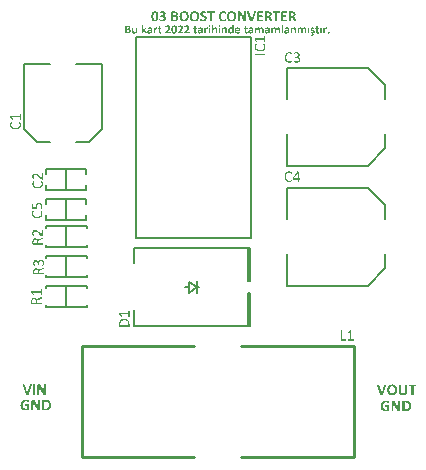
<source format=gto>
G04*
G04 #@! TF.GenerationSoftware,Altium Limited,Altium Designer,20.0.13 (296)*
G04*
G04 Layer_Color=65535*
%FSLAX25Y25*%
%MOIN*%
G70*
G01*
G75*
%ADD10C,0.00787*%
%ADD11C,0.01000*%
%ADD12C,0.00591*%
G36*
X441577Y344673D02*
X441615Y344669D01*
X441696Y344655D01*
X441729Y344636D01*
X441757Y344617D01*
X441762Y344612D01*
X441767Y344607D01*
X441776Y344593D01*
X441790Y344569D01*
X441800Y344541D01*
X441809Y344503D01*
X441814Y344461D01*
X441819Y344409D01*
Y344404D01*
Y344385D01*
X441814Y344357D01*
X441809Y344323D01*
X441790Y344257D01*
X441776Y344224D01*
X441752Y344196D01*
X441748D01*
X441738Y344186D01*
X441724Y344177D01*
X441701Y344167D01*
X441667Y344158D01*
X441630Y344148D01*
X441577Y344144D01*
X441521Y344139D01*
X441492D01*
X441464Y344144D01*
X441426Y344148D01*
X441346Y344163D01*
X441313Y344177D01*
X441284Y344196D01*
Y344200D01*
X441275Y344205D01*
X441265Y344219D01*
X441256Y344243D01*
X441246Y344271D01*
X441237Y344304D01*
X441232Y344347D01*
X441227Y344399D01*
Y344404D01*
Y344423D01*
X441232Y344451D01*
X441237Y344484D01*
X441256Y344555D01*
X441270Y344588D01*
X441289Y344617D01*
X441294Y344621D01*
X441303Y344626D01*
X441317Y344636D01*
X441341Y344650D01*
X441374Y344659D01*
X441412Y344669D01*
X441464Y344673D01*
X441521Y344678D01*
X441549D01*
X441577Y344673D01*
D02*
G37*
G36*
X438304Y344673D02*
X438342Y344669D01*
X438423Y344655D01*
X438456Y344636D01*
X438484Y344617D01*
X438489Y344612D01*
X438493Y344607D01*
X438503Y344593D01*
X438517Y344569D01*
X438527Y344541D01*
X438536Y344503D01*
X438541Y344461D01*
X438546Y344409D01*
Y344404D01*
Y344385D01*
X438541Y344357D01*
X438536Y344323D01*
X438517Y344257D01*
X438503Y344224D01*
X438479Y344196D01*
X438475D01*
X438465Y344186D01*
X438451Y344177D01*
X438427Y344167D01*
X438394Y344158D01*
X438356Y344148D01*
X438304Y344144D01*
X438248Y344139D01*
X438219D01*
X438191Y344144D01*
X438153Y344148D01*
X438073Y344163D01*
X438039Y344177D01*
X438011Y344196D01*
Y344200D01*
X438002Y344205D01*
X437992Y344219D01*
X437983Y344243D01*
X437973Y344271D01*
X437964Y344304D01*
X437959Y344347D01*
X437954Y344399D01*
Y344404D01*
Y344423D01*
X437959Y344451D01*
X437964Y344484D01*
X437983Y344555D01*
X437997Y344588D01*
X438016Y344617D01*
X438021Y344621D01*
X438030Y344626D01*
X438044Y344636D01*
X438068Y344650D01*
X438101Y344659D01*
X438139Y344669D01*
X438191Y344673D01*
X438248Y344678D01*
X438276D01*
X438304Y344673D01*
D02*
G37*
G36*
X446095Y344740D02*
X446133Y344735D01*
X446142D01*
X446161Y344730D01*
X446189Y344725D01*
X446213Y344716D01*
X446218D01*
X446227Y344711D01*
X446241Y344702D01*
X446255Y344688D01*
X446260D01*
X446265Y344678D01*
X446270Y344669D01*
Y344655D01*
Y341973D01*
Y341968D01*
Y341958D01*
X446265Y341949D01*
X446255Y341935D01*
X446246Y341925D01*
X446237Y341921D01*
X446222Y341911D01*
X446218D01*
X446203Y341906D01*
X446184Y341902D01*
X446156Y341897D01*
X446128D01*
X446095Y341892D01*
X445976D01*
X445943Y341897D01*
X445939D01*
X445920Y341902D01*
X445901Y341906D01*
X445877Y341911D01*
X445872D01*
X445863Y341916D01*
X445839Y341935D01*
Y341939D01*
X445834Y341944D01*
X445830Y341973D01*
Y342176D01*
X445825Y342171D01*
X445806Y342152D01*
X445778Y342124D01*
X445740Y342091D01*
X445697Y342053D01*
X445650Y342010D01*
X445593Y341973D01*
X445537Y341939D01*
X445532Y341935D01*
X445508Y341925D01*
X445475Y341916D01*
X445437Y341902D01*
X445385Y341883D01*
X445324Y341873D01*
X445262Y341864D01*
X445191Y341859D01*
X445158D01*
X445116Y341864D01*
X445068Y341869D01*
X445012Y341878D01*
X444955Y341892D01*
X444893Y341911D01*
X444837Y341939D01*
X444832Y341944D01*
X444813Y341954D01*
X444789Y341973D01*
X444756Y341996D01*
X444718Y342029D01*
X444680Y342067D01*
X444642Y342110D01*
X444605Y342157D01*
X444600Y342162D01*
X444591Y342181D01*
X444576Y342209D01*
X444553Y342247D01*
X444534Y342294D01*
X444510Y342351D01*
X444491Y342408D01*
X444472Y342474D01*
Y342483D01*
X444467Y342507D01*
X444463Y342545D01*
X444453Y342592D01*
X444449Y342649D01*
X444439Y342715D01*
X444434Y342786D01*
Y342862D01*
Y342867D01*
Y342871D01*
Y342885D01*
Y342904D01*
X444439Y342947D01*
Y343008D01*
X444449Y343075D01*
X444458Y343146D01*
X444467Y343221D01*
X444486Y343297D01*
X444491Y343306D01*
X444496Y343330D01*
X444510Y343368D01*
X444524Y343411D01*
X444548Y343463D01*
X444572Y343519D01*
X444605Y343576D01*
X444638Y343628D01*
X444642Y343633D01*
X444657Y343652D01*
X444676Y343675D01*
X444704Y343709D01*
X444742Y343742D01*
X444784Y343775D01*
X444832Y343813D01*
X444884Y343841D01*
X444888Y343846D01*
X444912Y343855D01*
X444941Y343865D01*
X444983Y343879D01*
X445035Y343893D01*
X445092Y343907D01*
X445158Y343912D01*
X445229Y343917D01*
X445257D01*
X445286Y343912D01*
X445324Y343907D01*
X445366Y343902D01*
X445413Y343888D01*
X445461Y343874D01*
X445508Y343850D01*
X445513Y343846D01*
X445532Y343841D01*
X445555Y343827D01*
X445588Y343803D01*
X445626Y343779D01*
X445669Y343751D01*
X445712Y343713D01*
X445759Y343671D01*
Y344655D01*
Y344659D01*
Y344664D01*
X445768Y344688D01*
Y344692D01*
X445778Y344697D01*
X445787Y344707D01*
X445806Y344716D01*
X445811Y344721D01*
X445830Y344725D01*
X445853Y344730D01*
X445887Y344735D01*
X445896D01*
X445924Y344740D01*
X445962Y344744D01*
X446057D01*
X446095Y344740D01*
D02*
G37*
G36*
X466467Y343912D02*
X466509Y343907D01*
X466561Y343902D01*
X466613Y343893D01*
X466665Y343874D01*
X466717Y343855D01*
X466722Y343850D01*
X466741Y343846D01*
X466760Y343831D01*
X466793Y343813D01*
X466821Y343789D01*
X466859Y343756D01*
X466892Y343723D01*
X466921Y343685D01*
X466926Y343680D01*
X466935Y343666D01*
X466949Y343642D01*
X466963Y343614D01*
X466982Y343581D01*
X467001Y343538D01*
X467020Y343491D01*
X467034Y343439D01*
Y343434D01*
X467039Y343415D01*
X467049Y343382D01*
X467053Y343344D01*
X467063Y343292D01*
X467067Y343236D01*
X467072Y343169D01*
Y343098D01*
Y341973D01*
Y341968D01*
Y341958D01*
X467067Y341949D01*
X467058Y341935D01*
X467053D01*
X467049Y341925D01*
X467034Y341921D01*
X467015Y341911D01*
X467011D01*
X466996Y341906D01*
X466968D01*
X466935Y341902D01*
X466926D01*
X466902Y341897D01*
X466864Y341892D01*
X466774D01*
X466732Y341897D01*
X466689Y341902D01*
X466680D01*
X466661Y341906D01*
X466637D01*
X466613Y341911D01*
X466609D01*
X466599Y341916D01*
X466585Y341925D01*
X466571Y341935D01*
Y341939D01*
X466566Y341944D01*
X466561Y341973D01*
Y343013D01*
Y343018D01*
Y343037D01*
Y343061D01*
X466557Y343089D01*
X466552Y343155D01*
X466547Y343193D01*
X466538Y343221D01*
Y343226D01*
X466533Y343236D01*
X466528Y343250D01*
X466524Y343264D01*
X466505Y343306D01*
X466481Y343349D01*
Y343354D01*
X466476Y343358D01*
X466457Y343382D01*
X466429Y343411D01*
X466386Y343434D01*
X466382D01*
X466377Y343439D01*
X466349Y343453D01*
X466306Y343463D01*
X466254Y343467D01*
X466235D01*
X466216Y343463D01*
X466192Y343458D01*
X466159Y343448D01*
X466126Y343434D01*
X466088Y343415D01*
X466050Y343392D01*
X466046Y343387D01*
X466032Y343377D01*
X466013Y343363D01*
X465989Y343340D01*
X465956Y343311D01*
X465923Y343273D01*
X465885Y343231D01*
X465847Y343183D01*
Y341973D01*
Y341968D01*
Y341958D01*
X465842Y341949D01*
X465833Y341935D01*
X465828D01*
X465824Y341925D01*
X465809Y341921D01*
X465790Y341911D01*
X465786D01*
X465771Y341906D01*
X465743D01*
X465710Y341902D01*
X465700D01*
X465677Y341897D01*
X465639Y341892D01*
X465544D01*
X465502Y341897D01*
X465459Y341902D01*
X465450D01*
X465431Y341906D01*
X465407D01*
X465384Y341911D01*
X465379D01*
X465369Y341916D01*
X465355Y341925D01*
X465341Y341935D01*
Y341939D01*
X465336Y341944D01*
X465332Y341973D01*
Y343794D01*
Y343798D01*
Y343808D01*
X465341Y343831D01*
Y343836D01*
X465350Y343841D01*
X465360Y343846D01*
X465374Y343855D01*
X465379D01*
X465393Y343860D01*
X465417Y343865D01*
X465445Y343869D01*
X465454D01*
X465473Y343874D01*
X465507Y343879D01*
X465587D01*
X465625Y343874D01*
X465658Y343869D01*
X465667D01*
X465682Y343865D01*
X465705Y343860D01*
X465724Y343855D01*
X465729D01*
X465738Y343850D01*
X465748Y343841D01*
X465757Y343831D01*
X465762Y343827D01*
X465767Y343822D01*
X465771Y343808D01*
Y343794D01*
Y343586D01*
X465776Y343595D01*
X465795Y343614D01*
X465828Y343642D01*
X465866Y343680D01*
X465909Y343718D01*
X465961Y343761D01*
X466017Y343798D01*
X466074Y343831D01*
X466084Y343836D01*
X466103Y343846D01*
X466136Y343860D01*
X466174Y343874D01*
X466225Y343888D01*
X466278Y343902D01*
X466339Y343912D01*
X466400Y343917D01*
X466434D01*
X466467Y343912D01*
D02*
G37*
G36*
X443427D02*
X443469Y343907D01*
X443521Y343902D01*
X443574Y343893D01*
X443626Y343874D01*
X443678Y343855D01*
X443682Y343850D01*
X443701Y343846D01*
X443720Y343831D01*
X443753Y343813D01*
X443782Y343789D01*
X443820Y343756D01*
X443853Y343723D01*
X443881Y343685D01*
X443886Y343680D01*
X443895Y343666D01*
X443909Y343642D01*
X443924Y343614D01*
X443942Y343581D01*
X443961Y343538D01*
X443980Y343491D01*
X443995Y343439D01*
Y343434D01*
X443999Y343415D01*
X444009Y343382D01*
X444013Y343344D01*
X444023Y343292D01*
X444028Y343236D01*
X444032Y343169D01*
Y343098D01*
Y341973D01*
Y341968D01*
Y341958D01*
X444028Y341949D01*
X444018Y341935D01*
X444013D01*
X444009Y341925D01*
X443995Y341921D01*
X443976Y341911D01*
X443971D01*
X443957Y341906D01*
X443928D01*
X443895Y341902D01*
X443886D01*
X443862Y341897D01*
X443824Y341892D01*
X443734D01*
X443692Y341897D01*
X443649Y341902D01*
X443640D01*
X443621Y341906D01*
X443597D01*
X443574Y341911D01*
X443569D01*
X443559Y341916D01*
X443545Y341925D01*
X443531Y341935D01*
Y341939D01*
X443526Y341944D01*
X443521Y341973D01*
Y343013D01*
Y343018D01*
Y343037D01*
Y343061D01*
X443517Y343089D01*
X443512Y343155D01*
X443507Y343193D01*
X443498Y343221D01*
Y343226D01*
X443493Y343236D01*
X443488Y343250D01*
X443484Y343264D01*
X443465Y343306D01*
X443441Y343349D01*
Y343354D01*
X443436Y343358D01*
X443418Y343382D01*
X443389Y343411D01*
X443347Y343434D01*
X443342D01*
X443337Y343439D01*
X443309Y343453D01*
X443266Y343463D01*
X443214Y343467D01*
X443195D01*
X443176Y343463D01*
X443153Y343458D01*
X443119Y343448D01*
X443086Y343434D01*
X443048Y343415D01*
X443011Y343392D01*
X443006Y343387D01*
X442992Y343377D01*
X442973Y343363D01*
X442949Y343340D01*
X442916Y343311D01*
X442883Y343273D01*
X442845Y343231D01*
X442807Y343183D01*
Y341973D01*
Y341968D01*
Y341958D01*
X442803Y341949D01*
X442793Y341935D01*
X442788D01*
X442784Y341925D01*
X442769Y341921D01*
X442751Y341911D01*
X442746D01*
X442732Y341906D01*
X442703D01*
X442670Y341902D01*
X442661D01*
X442637Y341897D01*
X442599Y341892D01*
X442505D01*
X442462Y341897D01*
X442419Y341902D01*
X442410D01*
X442391Y341906D01*
X442367D01*
X442344Y341911D01*
X442339D01*
X442330Y341916D01*
X442315Y341925D01*
X442301Y341935D01*
Y341939D01*
X442297Y341944D01*
X442292Y341973D01*
Y343794D01*
Y343798D01*
Y343808D01*
X442301Y343831D01*
Y343836D01*
X442311Y343841D01*
X442320Y343846D01*
X442334Y343855D01*
X442339D01*
X442353Y343860D01*
X442377Y343865D01*
X442405Y343869D01*
X442415D01*
X442434Y343874D01*
X442467Y343879D01*
X442547D01*
X442585Y343874D01*
X442618Y343869D01*
X442627D01*
X442642Y343865D01*
X442665Y343860D01*
X442684Y343855D01*
X442689D01*
X442698Y343850D01*
X442708Y343841D01*
X442717Y343831D01*
X442722Y343827D01*
X442727Y343822D01*
X442732Y343808D01*
Y343794D01*
Y343586D01*
X442736Y343595D01*
X442755Y343614D01*
X442788Y343642D01*
X442826Y343680D01*
X442869Y343718D01*
X442921Y343761D01*
X442978Y343798D01*
X443034Y343831D01*
X443044Y343836D01*
X443063Y343846D01*
X443096Y343860D01*
X443134Y343874D01*
X443186Y343888D01*
X443238Y343902D01*
X443299Y343912D01*
X443361Y343917D01*
X443394D01*
X443427Y343912D01*
D02*
G37*
G36*
X469891D02*
X469934Y343907D01*
X469981Y343902D01*
X470033Y343893D01*
X470085Y343874D01*
X470132Y343855D01*
X470137Y343850D01*
X470151Y343846D01*
X470175Y343831D01*
X470203Y343813D01*
X470237Y343789D01*
X470270Y343756D01*
X470303Y343723D01*
X470331Y343685D01*
X470336Y343680D01*
X470345Y343666D01*
X470360Y343642D01*
X470374Y343614D01*
X470393Y343581D01*
X470412Y343538D01*
X470431Y343491D01*
X470445Y343439D01*
Y343434D01*
X470449Y343415D01*
X470454Y343387D01*
X470464Y343349D01*
X470468Y343302D01*
X470473Y343254D01*
X470478Y343141D01*
Y341973D01*
Y341968D01*
Y341958D01*
X470473Y341949D01*
X470464Y341935D01*
X470459D01*
X470454Y341925D01*
X470440Y341921D01*
X470421Y341911D01*
X470416D01*
X470402Y341906D01*
X470378D01*
X470345Y341902D01*
X470336D01*
X470312Y341897D01*
X470274Y341892D01*
X470175D01*
X470132Y341897D01*
X470095Y341902D01*
X470085D01*
X470066Y341906D01*
X470043D01*
X470014Y341911D01*
X470010D01*
X470000Y341916D01*
X469986Y341925D01*
X469976Y341935D01*
Y341939D01*
X469972Y341944D01*
X469967Y341973D01*
Y343056D01*
Y343061D01*
Y343070D01*
Y343089D01*
Y343113D01*
X469957Y343165D01*
X469948Y343221D01*
Y343226D01*
X469943Y343236D01*
X469939Y343250D01*
X469934Y343264D01*
X469915Y343306D01*
X469891Y343349D01*
Y343354D01*
X469886Y343358D01*
X469868Y343382D01*
X469839Y343411D01*
X469801Y343434D01*
X469792Y343439D01*
X469768Y343453D01*
X469726Y343463D01*
X469674Y343467D01*
X469660D01*
X469641Y343463D01*
X469617Y343458D01*
X469589Y343448D01*
X469560Y343434D01*
X469522Y343415D01*
X469489Y343392D01*
X469485Y343387D01*
X469475Y343377D01*
X469451Y343363D01*
X469428Y343340D01*
X469399Y343311D01*
X469361Y343273D01*
X469324Y343231D01*
X469286Y343183D01*
Y341973D01*
Y341968D01*
Y341958D01*
X469281Y341949D01*
X469272Y341935D01*
X469267D01*
X469262Y341925D01*
X469248Y341921D01*
X469229Y341911D01*
X469224D01*
X469210Y341906D01*
X469182D01*
X469149Y341902D01*
X469139D01*
X469115Y341897D01*
X469078Y341892D01*
X468988D01*
X468945Y341897D01*
X468903Y341902D01*
X468893D01*
X468874Y341906D01*
X468851D01*
X468827Y341911D01*
X468822D01*
X468813Y341916D01*
X468799Y341925D01*
X468785Y341935D01*
Y341939D01*
X468780Y341944D01*
X468775Y341973D01*
Y343056D01*
Y343061D01*
Y343070D01*
Y343089D01*
Y343113D01*
X468765Y343165D01*
X468756Y343221D01*
Y343226D01*
X468751Y343236D01*
X468747Y343250D01*
X468742Y343264D01*
X468723Y343306D01*
X468699Y343349D01*
Y343354D01*
X468695Y343358D01*
X468676Y343382D01*
X468647Y343411D01*
X468609Y343434D01*
X468600Y343439D01*
X468576Y343453D01*
X468534Y343463D01*
X468482Y343467D01*
X468468D01*
X468449Y343463D01*
X468425Y343458D01*
X468392Y343448D01*
X468364Y343434D01*
X468326Y343415D01*
X468293Y343392D01*
X468288Y343387D01*
X468278Y343377D01*
X468259Y343363D01*
X468231Y343340D01*
X468203Y343311D01*
X468169Y343273D01*
X468132Y343231D01*
X468094Y343183D01*
Y341973D01*
Y341968D01*
Y341958D01*
X468089Y341949D01*
X468080Y341935D01*
X468075D01*
X468070Y341925D01*
X468056Y341921D01*
X468037Y341911D01*
X468032D01*
X468018Y341906D01*
X467990D01*
X467957Y341902D01*
X467947D01*
X467924Y341897D01*
X467886Y341892D01*
X467791D01*
X467749Y341897D01*
X467706Y341902D01*
X467697D01*
X467678Y341906D01*
X467654D01*
X467630Y341911D01*
X467626D01*
X467616Y341916D01*
X467602Y341925D01*
X467588Y341935D01*
Y341939D01*
X467583Y341944D01*
X467578Y341973D01*
Y343794D01*
Y343798D01*
Y343808D01*
X467588Y343831D01*
Y343836D01*
X467597Y343841D01*
X467607Y343846D01*
X467621Y343855D01*
X467626D01*
X467640Y343860D01*
X467663Y343865D01*
X467692Y343869D01*
X467701D01*
X467720Y343874D01*
X467753Y343879D01*
X467834D01*
X467872Y343874D01*
X467905Y343869D01*
X467914D01*
X467928Y343865D01*
X467952Y343860D01*
X467971Y343855D01*
X467976D01*
X467985Y343850D01*
X467994Y343841D01*
X468004Y343831D01*
X468009Y343827D01*
X468013Y343822D01*
X468018Y343808D01*
Y343794D01*
Y343586D01*
X468023Y343595D01*
X468047Y343614D01*
X468075Y343642D01*
X468113Y343680D01*
X468155Y343718D01*
X468207Y343761D01*
X468259Y343798D01*
X468316Y343831D01*
X468321Y343836D01*
X468345Y343846D01*
X468373Y343860D01*
X468411Y343874D01*
X468458Y343888D01*
X468515Y343902D01*
X468572Y343912D01*
X468633Y343917D01*
X468671D01*
X468699Y343912D01*
X468761Y343907D01*
X468832Y343888D01*
X468836D01*
X468846Y343884D01*
X468865Y343879D01*
X468884Y343869D01*
X468936Y343850D01*
X468993Y343822D01*
X468997D01*
X469007Y343813D01*
X469035Y343794D01*
X469073Y343761D01*
X469115Y343718D01*
X469120Y343713D01*
X469125Y343709D01*
X469135Y343694D01*
X469144Y343675D01*
X469172Y343633D01*
X469201Y343576D01*
X469205Y343581D01*
X469215Y343590D01*
X469234Y343609D01*
X469253Y343628D01*
X469305Y343680D01*
X469361Y343727D01*
X469366Y343732D01*
X469376Y343737D01*
X469390Y343751D01*
X469414Y343765D01*
X469461Y343798D01*
X469518Y343831D01*
X469522D01*
X469532Y343841D01*
X469546Y343846D01*
X469565Y343855D01*
X469612Y343874D01*
X469669Y343893D01*
X469674D01*
X469683Y343898D01*
X469697Y343902D01*
X469716Y343907D01*
X469768Y343912D01*
X469825Y343917D01*
X469858D01*
X469891Y343912D01*
D02*
G37*
G36*
X461145D02*
X461188Y343907D01*
X461235Y343902D01*
X461287Y343893D01*
X461339Y343874D01*
X461387Y343855D01*
X461391Y343850D01*
X461406Y343846D01*
X461429Y343831D01*
X461458Y343813D01*
X461491Y343789D01*
X461524Y343756D01*
X461557Y343723D01*
X461585Y343685D01*
X461590Y343680D01*
X461600Y343666D01*
X461614Y343642D01*
X461628Y343614D01*
X461647Y343581D01*
X461666Y343538D01*
X461685Y343491D01*
X461699Y343439D01*
Y343434D01*
X461704Y343415D01*
X461708Y343387D01*
X461718Y343349D01*
X461723Y343302D01*
X461727Y343254D01*
X461732Y343141D01*
Y341973D01*
Y341968D01*
Y341958D01*
X461727Y341949D01*
X461718Y341935D01*
X461713D01*
X461708Y341925D01*
X461694Y341921D01*
X461675Y341911D01*
X461670D01*
X461656Y341906D01*
X461633D01*
X461600Y341902D01*
X461590D01*
X461566Y341897D01*
X461529Y341892D01*
X461429D01*
X461387Y341897D01*
X461349Y341902D01*
X461339D01*
X461320Y341906D01*
X461297D01*
X461269Y341911D01*
X461264D01*
X461254Y341916D01*
X461240Y341925D01*
X461231Y341935D01*
Y341939D01*
X461226Y341944D01*
X461221Y341973D01*
Y343056D01*
Y343061D01*
Y343070D01*
Y343089D01*
Y343113D01*
X461212Y343165D01*
X461202Y343221D01*
Y343226D01*
X461198Y343236D01*
X461193Y343250D01*
X461188Y343264D01*
X461169Y343306D01*
X461145Y343349D01*
Y343354D01*
X461141Y343358D01*
X461122Y343382D01*
X461094Y343411D01*
X461056Y343434D01*
X461046Y343439D01*
X461023Y343453D01*
X460980Y343463D01*
X460928Y343467D01*
X460914D01*
X460895Y343463D01*
X460871Y343458D01*
X460843Y343448D01*
X460814Y343434D01*
X460777Y343415D01*
X460744Y343392D01*
X460739Y343387D01*
X460729Y343377D01*
X460706Y343363D01*
X460682Y343340D01*
X460654Y343311D01*
X460616Y343273D01*
X460578Y343231D01*
X460540Y343183D01*
Y341973D01*
Y341968D01*
Y341958D01*
X460535Y341949D01*
X460526Y341935D01*
X460521D01*
X460516Y341925D01*
X460502Y341921D01*
X460483Y341911D01*
X460479D01*
X460464Y341906D01*
X460436D01*
X460403Y341902D01*
X460393D01*
X460370Y341897D01*
X460332Y341892D01*
X460242D01*
X460199Y341897D01*
X460157Y341902D01*
X460147D01*
X460128Y341906D01*
X460105D01*
X460081Y341911D01*
X460077D01*
X460067Y341916D01*
X460053Y341925D01*
X460039Y341935D01*
Y341939D01*
X460034Y341944D01*
X460029Y341973D01*
Y343056D01*
Y343061D01*
Y343070D01*
Y343089D01*
Y343113D01*
X460020Y343165D01*
X460010Y343221D01*
Y343226D01*
X460006Y343236D01*
X460001Y343250D01*
X459996Y343264D01*
X459977Y343306D01*
X459953Y343349D01*
Y343354D01*
X459949Y343358D01*
X459930Y343382D01*
X459902Y343411D01*
X459864Y343434D01*
X459854Y343439D01*
X459831Y343453D01*
X459788Y343463D01*
X459736Y343467D01*
X459722D01*
X459703Y343463D01*
X459679Y343458D01*
X459646Y343448D01*
X459618Y343434D01*
X459580Y343415D01*
X459547Y343392D01*
X459542Y343387D01*
X459533Y343377D01*
X459514Y343363D01*
X459485Y343340D01*
X459457Y343311D01*
X459424Y343273D01*
X459386Y343231D01*
X459348Y343183D01*
Y341973D01*
Y341968D01*
Y341958D01*
X459343Y341949D01*
X459334Y341935D01*
X459329D01*
X459324Y341925D01*
X459310Y341921D01*
X459291Y341911D01*
X459287D01*
X459272Y341906D01*
X459244D01*
X459211Y341902D01*
X459201D01*
X459178Y341897D01*
X459140Y341892D01*
X459045D01*
X459003Y341897D01*
X458960Y341902D01*
X458951D01*
X458932Y341906D01*
X458908D01*
X458885Y341911D01*
X458880D01*
X458870Y341916D01*
X458856Y341925D01*
X458842Y341935D01*
Y341939D01*
X458837Y341944D01*
X458833Y341973D01*
Y343794D01*
Y343798D01*
Y343808D01*
X458842Y343831D01*
Y343836D01*
X458851Y343841D01*
X458861Y343846D01*
X458875Y343855D01*
X458880D01*
X458894Y343860D01*
X458918Y343865D01*
X458946Y343869D01*
X458955D01*
X458974Y343874D01*
X459008Y343879D01*
X459088D01*
X459126Y343874D01*
X459159Y343869D01*
X459168D01*
X459183Y343865D01*
X459206Y343860D01*
X459225Y343855D01*
X459230D01*
X459239Y343850D01*
X459249Y343841D01*
X459258Y343831D01*
X459263Y343827D01*
X459268Y343822D01*
X459272Y343808D01*
Y343794D01*
Y343586D01*
X459277Y343595D01*
X459301Y343614D01*
X459329Y343642D01*
X459367Y343680D01*
X459410Y343718D01*
X459462Y343761D01*
X459514Y343798D01*
X459570Y343831D01*
X459575Y343836D01*
X459599Y343846D01*
X459627Y343860D01*
X459665Y343874D01*
X459712Y343888D01*
X459769Y343902D01*
X459826Y343912D01*
X459887Y343917D01*
X459925D01*
X459953Y343912D01*
X460015Y343907D01*
X460086Y343888D01*
X460091D01*
X460100Y343884D01*
X460119Y343879D01*
X460138Y343869D01*
X460190Y343850D01*
X460247Y343822D01*
X460252D01*
X460261Y343813D01*
X460289Y343794D01*
X460327Y343761D01*
X460370Y343718D01*
X460374Y343713D01*
X460379Y343709D01*
X460389Y343694D01*
X460398Y343675D01*
X460427Y343633D01*
X460455Y343576D01*
X460460Y343581D01*
X460469Y343590D01*
X460488Y343609D01*
X460507Y343628D01*
X460559Y343680D01*
X460616Y343727D01*
X460620Y343732D01*
X460630Y343737D01*
X460644Y343751D01*
X460668Y343765D01*
X460715Y343798D01*
X460772Y343831D01*
X460777D01*
X460786Y343841D01*
X460800Y343846D01*
X460819Y343855D01*
X460866Y343874D01*
X460923Y343893D01*
X460928D01*
X460937Y343898D01*
X460952Y343902D01*
X460970Y343907D01*
X461023Y343912D01*
X461079Y343917D01*
X461112D01*
X461145Y343912D01*
D02*
G37*
G36*
X455673D02*
X455716Y343907D01*
X455763Y343902D01*
X455815Y343893D01*
X455867Y343874D01*
X455914Y343855D01*
X455919Y343850D01*
X455933Y343846D01*
X455957Y343831D01*
X455985Y343813D01*
X456018Y343789D01*
X456051Y343756D01*
X456084Y343723D01*
X456113Y343685D01*
X456117Y343680D01*
X456127Y343666D01*
X456141Y343642D01*
X456155Y343614D01*
X456174Y343581D01*
X456193Y343538D01*
X456212Y343491D01*
X456226Y343439D01*
Y343434D01*
X456231Y343415D01*
X456236Y343387D01*
X456245Y343349D01*
X456250Y343302D01*
X456255Y343254D01*
X456259Y343141D01*
Y341973D01*
Y341968D01*
Y341958D01*
X456255Y341949D01*
X456245Y341935D01*
X456241D01*
X456236Y341925D01*
X456222Y341921D01*
X456203Y341911D01*
X456198D01*
X456184Y341906D01*
X456160D01*
X456127Y341902D01*
X456117D01*
X456094Y341897D01*
X456056Y341892D01*
X455957D01*
X455914Y341897D01*
X455876Y341902D01*
X455867D01*
X455848Y341906D01*
X455824D01*
X455796Y341911D01*
X455791D01*
X455782Y341916D01*
X455767Y341925D01*
X455758Y341935D01*
Y341939D01*
X455753Y341944D01*
X455749Y341973D01*
Y343056D01*
Y343061D01*
Y343070D01*
Y343089D01*
Y343113D01*
X455739Y343165D01*
X455730Y343221D01*
Y343226D01*
X455725Y343236D01*
X455720Y343250D01*
X455716Y343264D01*
X455696Y343306D01*
X455673Y343349D01*
Y343354D01*
X455668Y343358D01*
X455649Y343382D01*
X455621Y343411D01*
X455583Y343434D01*
X455574Y343439D01*
X455550Y343453D01*
X455507Y343463D01*
X455455Y343467D01*
X455441D01*
X455422Y343463D01*
X455399Y343458D01*
X455370Y343448D01*
X455342Y343434D01*
X455304Y343415D01*
X455271Y343392D01*
X455266Y343387D01*
X455257Y343377D01*
X455233Y343363D01*
X455209Y343340D01*
X455181Y343311D01*
X455143Y343273D01*
X455105Y343231D01*
X455067Y343183D01*
Y341973D01*
Y341968D01*
Y341958D01*
X455063Y341949D01*
X455053Y341935D01*
X455049D01*
X455044Y341925D01*
X455030Y341921D01*
X455011Y341911D01*
X455006D01*
X454992Y341906D01*
X454963D01*
X454930Y341902D01*
X454921D01*
X454897Y341897D01*
X454859Y341892D01*
X454770D01*
X454727Y341897D01*
X454684Y341902D01*
X454675D01*
X454656Y341906D01*
X454632D01*
X454609Y341911D01*
X454604D01*
X454594Y341916D01*
X454580Y341925D01*
X454566Y341935D01*
Y341939D01*
X454561Y341944D01*
X454557Y341973D01*
Y343056D01*
Y343061D01*
Y343070D01*
Y343089D01*
Y343113D01*
X454547Y343165D01*
X454538Y343221D01*
Y343226D01*
X454533Y343236D01*
X454528Y343250D01*
X454524Y343264D01*
X454505Y343306D01*
X454481Y343349D01*
Y343354D01*
X454476Y343358D01*
X454457Y343382D01*
X454429Y343411D01*
X454391Y343434D01*
X454382Y343439D01*
X454358Y343453D01*
X454315Y343463D01*
X454263Y343467D01*
X454249D01*
X454230Y343463D01*
X454207Y343458D01*
X454174Y343448D01*
X454145Y343434D01*
X454107Y343415D01*
X454074Y343392D01*
X454069Y343387D01*
X454060Y343377D01*
X454041Y343363D01*
X454013Y343340D01*
X453984Y343311D01*
X453951Y343273D01*
X453913Y343231D01*
X453875Y343183D01*
Y341973D01*
Y341968D01*
Y341958D01*
X453871Y341949D01*
X453861Y341935D01*
X453857D01*
X453852Y341925D01*
X453838Y341921D01*
X453819Y341911D01*
X453814D01*
X453800Y341906D01*
X453771D01*
X453738Y341902D01*
X453729D01*
X453705Y341897D01*
X453667Y341892D01*
X453573D01*
X453530Y341897D01*
X453488Y341902D01*
X453478D01*
X453459Y341906D01*
X453436D01*
X453412Y341911D01*
X453407D01*
X453398Y341916D01*
X453384Y341925D01*
X453369Y341935D01*
Y341939D01*
X453365Y341944D01*
X453360Y341973D01*
Y343794D01*
Y343798D01*
Y343808D01*
X453369Y343831D01*
Y343836D01*
X453379Y343841D01*
X453388Y343846D01*
X453403Y343855D01*
X453407D01*
X453421Y343860D01*
X453445Y343865D01*
X453473Y343869D01*
X453483D01*
X453502Y343874D01*
X453535Y343879D01*
X453615D01*
X453653Y343874D01*
X453686Y343869D01*
X453696D01*
X453710Y343865D01*
X453734Y343860D01*
X453753Y343855D01*
X453757D01*
X453767Y343850D01*
X453776Y343841D01*
X453786Y343831D01*
X453790Y343827D01*
X453795Y343822D01*
X453800Y343808D01*
Y343794D01*
Y343586D01*
X453804Y343595D01*
X453828Y343614D01*
X453857Y343642D01*
X453894Y343680D01*
X453937Y343718D01*
X453989Y343761D01*
X454041Y343798D01*
X454098Y343831D01*
X454103Y343836D01*
X454126Y343846D01*
X454155Y343860D01*
X454192Y343874D01*
X454240Y343888D01*
X454296Y343902D01*
X454353Y343912D01*
X454415Y343917D01*
X454453D01*
X454481Y343912D01*
X454542Y343907D01*
X454613Y343888D01*
X454618D01*
X454628Y343884D01*
X454646Y343879D01*
X454665Y343869D01*
X454717Y343850D01*
X454774Y343822D01*
X454779D01*
X454788Y343813D01*
X454817Y343794D01*
X454855Y343761D01*
X454897Y343718D01*
X454902Y343713D01*
X454907Y343709D01*
X454916Y343694D01*
X454926Y343675D01*
X454954Y343633D01*
X454982Y343576D01*
X454987Y343581D01*
X454996Y343590D01*
X455015Y343609D01*
X455034Y343628D01*
X455086Y343680D01*
X455143Y343727D01*
X455148Y343732D01*
X455157Y343737D01*
X455171Y343751D01*
X455195Y343765D01*
X455242Y343798D01*
X455299Y343831D01*
X455304D01*
X455313Y343841D01*
X455328Y343846D01*
X455346Y343855D01*
X455394Y343874D01*
X455451Y343893D01*
X455455D01*
X455465Y343898D01*
X455479Y343902D01*
X455498Y343907D01*
X455550Y343912D01*
X455607Y343917D01*
X455640D01*
X455673Y343912D01*
D02*
G37*
G36*
X477138D02*
X477142D01*
X477156Y343907D01*
X477180Y343902D01*
X477204Y343898D01*
X477209D01*
X477223Y343893D01*
X477261Y343884D01*
X477265D01*
X477275Y343879D01*
X477284Y343874D01*
X477294Y343865D01*
X477298D01*
X477303Y343860D01*
X477313Y343841D01*
X477317Y343831D01*
Y343822D01*
X477322Y343808D01*
Y343803D01*
X477327Y343794D01*
Y343775D01*
Y343746D01*
Y343737D01*
X477332Y343718D01*
Y343680D01*
Y343628D01*
Y343623D01*
Y343614D01*
Y343586D01*
Y343543D01*
X477327Y343505D01*
Y343500D01*
X477322Y343481D01*
X477317Y343458D01*
X477313Y343434D01*
Y343429D01*
X477308Y343420D01*
X477298Y343406D01*
X477289Y343396D01*
X477280Y343392D01*
X477270Y343387D01*
X477246D01*
X477218Y343392D01*
X477213D01*
X477204Y343396D01*
X477190Y343401D01*
X477171Y343406D01*
X477166D01*
X477156Y343411D01*
X477138Y343420D01*
X477114Y343425D01*
X477109D01*
X477095Y343429D01*
X477076Y343434D01*
X477024D01*
X476996Y343425D01*
X476963Y343415D01*
X476953Y343411D01*
X476934Y343401D01*
X476906Y343382D01*
X476873Y343358D01*
X476863Y343354D01*
X476844Y343330D01*
X476816Y343302D01*
X476778Y343259D01*
Y343254D01*
X476769Y343250D01*
X476759Y343236D01*
X476750Y343217D01*
X476717Y343169D01*
X476674Y343108D01*
Y341973D01*
Y341968D01*
Y341958D01*
X476669Y341949D01*
X476660Y341935D01*
X476655D01*
X476650Y341925D01*
X476636Y341921D01*
X476617Y341911D01*
X476613D01*
X476598Y341906D01*
X476570D01*
X476537Y341902D01*
X476528D01*
X476504Y341897D01*
X476466Y341892D01*
X476371D01*
X476329Y341897D01*
X476286Y341902D01*
X476277D01*
X476258Y341906D01*
X476234D01*
X476210Y341911D01*
X476206D01*
X476196Y341916D01*
X476182Y341925D01*
X476168Y341935D01*
Y341939D01*
X476163Y341944D01*
X476159Y341973D01*
Y343794D01*
Y343798D01*
Y343808D01*
X476168Y343831D01*
Y343836D01*
X476177Y343841D01*
X476187Y343846D01*
X476201Y343855D01*
X476206D01*
X476220Y343860D01*
X476244Y343865D01*
X476272Y343869D01*
X476281D01*
X476300Y343874D01*
X476334Y343879D01*
X476414D01*
X476452Y343874D01*
X476485Y343869D01*
X476494D01*
X476509Y343865D01*
X476532Y343860D01*
X476551Y343855D01*
X476556D01*
X476565Y343850D01*
X476575Y343841D01*
X476584Y343831D01*
X476589Y343827D01*
X476594Y343822D01*
X476598Y343808D01*
Y343794D01*
Y343567D01*
X476603Y343571D01*
X476613Y343586D01*
X476622Y343604D01*
X476641Y343628D01*
X476684Y343685D01*
X476731Y343737D01*
X476736Y343742D01*
X476740Y343746D01*
X476773Y343775D01*
X476811Y343808D01*
X476854Y343841D01*
X476859D01*
X476863Y343846D01*
X476892Y343865D01*
X476925Y343884D01*
X476967Y343898D01*
X476972D01*
X476977Y343902D01*
X477005Y343907D01*
X477038Y343912D01*
X477081Y343917D01*
X477119D01*
X477138Y343912D01*
D02*
G37*
G36*
X437481Y343912D02*
X437486D01*
X437500Y343907D01*
X437524Y343902D01*
X437547Y343898D01*
X437552D01*
X437566Y343893D01*
X437604Y343884D01*
X437609D01*
X437618Y343879D01*
X437628Y343874D01*
X437637Y343865D01*
X437642D01*
X437647Y343860D01*
X437656Y343841D01*
X437661Y343831D01*
Y343822D01*
X437666Y343808D01*
Y343803D01*
X437671Y343794D01*
Y343775D01*
Y343746D01*
Y343737D01*
X437675Y343718D01*
Y343680D01*
Y343628D01*
Y343623D01*
Y343614D01*
Y343586D01*
Y343543D01*
X437671Y343505D01*
Y343500D01*
X437666Y343481D01*
X437661Y343458D01*
X437656Y343434D01*
Y343429D01*
X437652Y343420D01*
X437642Y343406D01*
X437633Y343396D01*
X437623Y343392D01*
X437614Y343387D01*
X437590D01*
X437562Y343392D01*
X437557D01*
X437547Y343396D01*
X437533Y343401D01*
X437514Y343406D01*
X437510D01*
X437500Y343411D01*
X437481Y343420D01*
X437458Y343425D01*
X437453D01*
X437439Y343429D01*
X437420Y343434D01*
X437368D01*
X437339Y343425D01*
X437306Y343415D01*
X437297Y343411D01*
X437278Y343401D01*
X437250Y343382D01*
X437216Y343358D01*
X437207Y343354D01*
X437188Y343330D01*
X437160Y343302D01*
X437122Y343259D01*
Y343254D01*
X437112Y343250D01*
X437103Y343236D01*
X437093Y343217D01*
X437060Y343169D01*
X437018Y343108D01*
Y341973D01*
Y341968D01*
Y341958D01*
X437013Y341949D01*
X437004Y341935D01*
X436999D01*
X436994Y341925D01*
X436980Y341921D01*
X436961Y341911D01*
X436956D01*
X436942Y341906D01*
X436914D01*
X436881Y341902D01*
X436871D01*
X436847Y341897D01*
X436810Y341892D01*
X436715D01*
X436672Y341897D01*
X436630Y341902D01*
X436620D01*
X436601Y341906D01*
X436578D01*
X436554Y341911D01*
X436550D01*
X436540Y341916D01*
X436526Y341925D01*
X436512Y341935D01*
Y341939D01*
X436507Y341944D01*
X436502Y341973D01*
Y343794D01*
Y343798D01*
Y343808D01*
X436512Y343831D01*
Y343836D01*
X436521Y343841D01*
X436531Y343846D01*
X436545Y343855D01*
X436550D01*
X436564Y343860D01*
X436587Y343865D01*
X436616Y343869D01*
X436625D01*
X436644Y343874D01*
X436677Y343879D01*
X436758D01*
X436796Y343874D01*
X436829Y343869D01*
X436838D01*
X436852Y343865D01*
X436876Y343860D01*
X436895Y343855D01*
X436900D01*
X436909Y343850D01*
X436918Y343841D01*
X436928Y343831D01*
X436933Y343827D01*
X436937Y343822D01*
X436942Y343808D01*
Y343794D01*
Y343567D01*
X436947Y343571D01*
X436956Y343586D01*
X436966Y343604D01*
X436985Y343628D01*
X437027Y343685D01*
X437075Y343737D01*
X437079Y343742D01*
X437084Y343746D01*
X437117Y343775D01*
X437155Y343808D01*
X437197Y343841D01*
X437202D01*
X437207Y343846D01*
X437235Y343865D01*
X437268Y343884D01*
X437311Y343898D01*
X437316D01*
X437321Y343902D01*
X437349Y343907D01*
X437382Y343912D01*
X437425Y343917D01*
X437462D01*
X437481Y343912D01*
D02*
G37*
G36*
X420633D02*
X420638D01*
X420652Y343907D01*
X420676Y343902D01*
X420699Y343898D01*
X420704D01*
X420718Y343893D01*
X420756Y343884D01*
X420761D01*
X420770Y343879D01*
X420780Y343874D01*
X420789Y343865D01*
X420794D01*
X420799Y343860D01*
X420808Y343841D01*
X420813Y343831D01*
Y343822D01*
X420818Y343808D01*
Y343803D01*
X420822Y343794D01*
Y343775D01*
Y343746D01*
Y343737D01*
X420827Y343718D01*
Y343680D01*
Y343628D01*
Y343623D01*
Y343614D01*
Y343586D01*
Y343543D01*
X420822Y343505D01*
Y343500D01*
X420818Y343481D01*
X420813Y343458D01*
X420808Y343434D01*
Y343429D01*
X420803Y343420D01*
X420794Y343406D01*
X420784Y343396D01*
X420775Y343392D01*
X420765Y343387D01*
X420742D01*
X420714Y343392D01*
X420709D01*
X420699Y343396D01*
X420685Y343401D01*
X420666Y343406D01*
X420661D01*
X420652Y343411D01*
X420633Y343420D01*
X420609Y343425D01*
X420605D01*
X420590Y343429D01*
X420572Y343434D01*
X420519D01*
X420491Y343425D01*
X420458Y343415D01*
X420449Y343411D01*
X420430Y343401D01*
X420401Y343382D01*
X420368Y343358D01*
X420359Y343354D01*
X420340Y343330D01*
X420311Y343302D01*
X420274Y343259D01*
Y343254D01*
X420264Y343250D01*
X420255Y343236D01*
X420245Y343217D01*
X420212Y343169D01*
X420169Y343108D01*
Y341973D01*
Y341968D01*
Y341958D01*
X420165Y341949D01*
X420155Y341935D01*
X420151D01*
X420146Y341925D01*
X420132Y341921D01*
X420113Y341911D01*
X420108D01*
X420094Y341906D01*
X420065D01*
X420032Y341902D01*
X420023D01*
X419999Y341897D01*
X419961Y341892D01*
X419867D01*
X419824Y341897D01*
X419782Y341902D01*
X419772D01*
X419753Y341906D01*
X419730D01*
X419706Y341911D01*
X419701D01*
X419692Y341916D01*
X419678Y341925D01*
X419663Y341935D01*
Y341939D01*
X419659Y341944D01*
X419654Y341973D01*
Y343794D01*
Y343798D01*
Y343808D01*
X419663Y343831D01*
Y343836D01*
X419673Y343841D01*
X419682Y343846D01*
X419697Y343855D01*
X419701D01*
X419715Y343860D01*
X419739Y343865D01*
X419768Y343869D01*
X419777D01*
X419796Y343874D01*
X419829Y343879D01*
X419909D01*
X419947Y343874D01*
X419980Y343869D01*
X419990D01*
X420004Y343865D01*
X420028Y343860D01*
X420047Y343855D01*
X420051D01*
X420061Y343850D01*
X420070Y343841D01*
X420080Y343831D01*
X420084Y343827D01*
X420089Y343822D01*
X420094Y343808D01*
Y343794D01*
Y343567D01*
X420099Y343571D01*
X420108Y343586D01*
X420118Y343604D01*
X420136Y343628D01*
X420179Y343685D01*
X420226Y343737D01*
X420231Y343742D01*
X420236Y343746D01*
X420269Y343775D01*
X420307Y343808D01*
X420349Y343841D01*
X420354D01*
X420359Y343846D01*
X420387Y343865D01*
X420420Y343884D01*
X420463Y343898D01*
X420468D01*
X420472Y343902D01*
X420501Y343907D01*
X420534Y343912D01*
X420576Y343917D01*
X420614D01*
X420633Y343912D01*
D02*
G37*
G36*
X472758Y343912D02*
X472819Y343902D01*
X472833D01*
X472848Y343898D01*
X472866Y343893D01*
X472914Y343884D01*
X472966Y343869D01*
X472970D01*
X472975Y343865D01*
X473004Y343855D01*
X473041Y343846D01*
X473075Y343827D01*
X473084Y343822D01*
X473103Y343817D01*
X473122Y343803D01*
X473141Y343794D01*
X473145D01*
X473150Y343784D01*
X473160Y343775D01*
X473164Y343761D01*
Y343756D01*
X473169Y343751D01*
X473179Y343723D01*
Y343718D01*
X473183Y343709D01*
Y343694D01*
X473188Y343671D01*
Y343666D01*
X473193Y343652D01*
Y343628D01*
Y343595D01*
Y343586D01*
Y343562D01*
Y343534D01*
X473188Y343500D01*
Y343496D01*
X473183Y343481D01*
X473179Y343463D01*
X473174Y343448D01*
Y343444D01*
X473169Y343439D01*
X473155Y343420D01*
X473150D01*
X473131Y343415D01*
X473127D01*
X473117Y343420D01*
X473098Y343425D01*
X473070Y343434D01*
X473065Y343439D01*
X473046Y343448D01*
X473013Y343463D01*
X472975Y343481D01*
X472970D01*
X472966Y343486D01*
X472937Y343496D01*
X472895Y343510D01*
X472838Y343529D01*
X472833D01*
X472824Y343534D01*
X472810Y343538D01*
X472791Y343543D01*
X472734Y343548D01*
X472668Y343552D01*
X472625D01*
X472587Y343543D01*
X472545Y343534D01*
X472535Y343529D01*
X472516Y343524D01*
X472488Y343510D01*
X472460Y343491D01*
X472455Y343486D01*
X472441Y343477D01*
X472427Y343453D01*
X472412Y343429D01*
Y343425D01*
X472408Y343406D01*
X472403Y343382D01*
X472398Y343354D01*
Y343349D01*
Y343344D01*
X472403Y343316D01*
X472412Y343283D01*
X472436Y343250D01*
X472441Y343245D01*
X472464Y343226D01*
X472493Y343198D01*
X472535Y343174D01*
X472540D01*
X472545Y343169D01*
X472559Y343165D01*
X472578Y343155D01*
X472625Y343136D01*
X472682Y343113D01*
X472687D01*
X472696Y343108D01*
X472710Y343103D01*
X472734Y343094D01*
X472786Y343075D01*
X472843Y343051D01*
X472848D01*
X472857Y343046D01*
X472876Y343037D01*
X472895Y343027D01*
X472947Y343004D01*
X473008Y342971D01*
X473013D01*
X473023Y342961D01*
X473037Y342952D01*
X473056Y342942D01*
X473103Y342909D01*
X473150Y342862D01*
X473155Y342857D01*
X473160Y342852D01*
X473174Y342838D01*
X473188Y342819D01*
X473221Y342767D01*
X473254Y342706D01*
Y342701D01*
X473259Y342692D01*
X473269Y342673D01*
X473278Y342644D01*
X473283Y342611D01*
X473292Y342578D01*
X473297Y342535D01*
Y342488D01*
Y342483D01*
Y342465D01*
X473292Y342436D01*
X473287Y342398D01*
X473283Y342356D01*
X473273Y342308D01*
X473254Y342261D01*
X473235Y342214D01*
X473231Y342209D01*
X473226Y342195D01*
X473212Y342171D01*
X473193Y342143D01*
X473169Y342115D01*
X473141Y342081D01*
X473103Y342048D01*
X473065Y342015D01*
X473060Y342010D01*
X473046Y342001D01*
X473023Y341987D01*
X472994Y341973D01*
X472956Y341954D01*
X472914Y341935D01*
X472866Y341916D01*
X472814Y341902D01*
X472871Y341774D01*
Y341769D01*
X472876Y341760D01*
X472885Y341746D01*
X472895Y341727D01*
X472909Y341684D01*
X472928Y341637D01*
Y341632D01*
X472933Y341627D01*
X472937Y341599D01*
X472942Y341561D01*
X472947Y341519D01*
Y341514D01*
Y341504D01*
Y341486D01*
X472942Y341462D01*
X472933Y341410D01*
X472909Y341358D01*
Y341353D01*
X472904Y341348D01*
X472885Y341320D01*
X472857Y341282D01*
X472814Y341249D01*
X472810D01*
X472805Y341244D01*
X472777Y341225D01*
X472734Y341202D01*
X472677Y341183D01*
X472673D01*
X472663Y341178D01*
X472649Y341173D01*
X472625D01*
X472573Y341164D01*
X472507Y341159D01*
X472450D01*
X472398Y341164D01*
X472337Y341173D01*
X472332D01*
X472323Y341178D01*
X472308D01*
X472294Y341183D01*
X472252Y341192D01*
X472209Y341202D01*
X472199Y341206D01*
X472181Y341211D01*
X472157Y341216D01*
X472138Y341225D01*
X472133D01*
X472129Y341235D01*
X472110Y341254D01*
Y341258D01*
X472105Y341263D01*
X472100Y341277D01*
X472095Y341296D01*
Y341301D01*
Y341315D01*
Y341334D01*
Y341363D01*
Y341367D01*
Y341377D01*
Y341405D01*
X472100Y341443D01*
X472110Y341476D01*
X472114Y341481D01*
X472124Y341490D01*
X472138Y341500D01*
X472166Y341504D01*
X472412D01*
X472436Y341509D01*
X472464Y341519D01*
X472488Y341533D01*
X472493Y341537D01*
X472507Y341552D01*
X472516Y341571D01*
X472521Y341604D01*
Y341608D01*
Y341618D01*
X472516Y341637D01*
X472507Y341660D01*
Y341665D01*
X472502Y341679D01*
X472493Y341698D01*
X472483Y341722D01*
X472422Y341864D01*
X472417D01*
X472398Y341869D01*
X472374D01*
X472346Y341873D01*
X472270Y341887D01*
X472195Y341902D01*
X472190D01*
X472181Y341906D01*
X472162Y341911D01*
X472138Y341916D01*
X472091Y341935D01*
X472039Y341954D01*
X472034D01*
X472029Y341958D01*
X472006Y341973D01*
X471977Y341987D01*
X471953Y342006D01*
X471949Y342010D01*
X471939Y342025D01*
X471930Y342044D01*
X471916Y342072D01*
Y342081D01*
X471911Y342105D01*
X471906Y342148D01*
Y342209D01*
Y342214D01*
Y342219D01*
Y342242D01*
Y342271D01*
Y342299D01*
Y342304D01*
X471911Y342323D01*
X471916Y342337D01*
X471920Y342356D01*
Y342360D01*
X471925Y342370D01*
X471935Y342379D01*
X471939Y342389D01*
X471944D01*
X471949Y342394D01*
X471973Y342398D01*
X471977D01*
X471987Y342394D01*
X472006Y342389D01*
X472034Y342370D01*
X472043Y342365D01*
X472067Y342356D01*
X472100Y342337D01*
X472148Y342313D01*
X472152D01*
X472162Y342308D01*
X472171Y342304D01*
X472190Y342294D01*
X472237Y342275D01*
X472299Y342256D01*
X472304D01*
X472313Y342252D01*
X472332Y342247D01*
X472356D01*
X472384Y342242D01*
X472417Y342237D01*
X472498Y342233D01*
X472535D01*
X472573Y342237D01*
X472616Y342247D01*
X472620D01*
X472625Y342252D01*
X472649Y342256D01*
X472682Y342271D01*
X472710Y342285D01*
X472720Y342290D01*
X472734Y342304D01*
X472753Y342323D01*
X472772Y342351D01*
X472777Y342360D01*
X472786Y342379D01*
X472791Y342412D01*
X472795Y342450D01*
Y342455D01*
Y342460D01*
X472791Y342488D01*
X472781Y342521D01*
X472758Y342554D01*
X472753Y342564D01*
X472729Y342578D01*
X472696Y342606D01*
X472654Y342630D01*
X472649D01*
X472644Y342635D01*
X472630Y342644D01*
X472611Y342649D01*
X472569Y342668D01*
X472512Y342692D01*
X472507D01*
X472498Y342696D01*
X472483Y342701D01*
X472464Y342710D01*
X472412Y342729D01*
X472351Y342753D01*
X472346D01*
X472337Y342758D01*
X472323Y342767D01*
X472299Y342777D01*
X472252Y342805D01*
X472190Y342833D01*
X472185D01*
X472176Y342843D01*
X472162Y342852D01*
X472143Y342867D01*
X472100Y342900D01*
X472048Y342942D01*
X472043Y342947D01*
X472039Y342956D01*
X472024Y342966D01*
X472015Y342985D01*
X471982Y343037D01*
X471949Y343098D01*
Y343103D01*
X471944Y343117D01*
X471939Y343136D01*
X471935Y343165D01*
X471925Y343198D01*
X471920Y343236D01*
X471916Y343278D01*
Y343325D01*
Y343330D01*
Y343349D01*
X471920Y343373D01*
Y343401D01*
X471925Y343439D01*
X471935Y343481D01*
X471963Y343562D01*
X471968Y343567D01*
X471973Y343581D01*
X471987Y343600D01*
X472001Y343628D01*
X472048Y343685D01*
X472110Y343746D01*
X472114Y343751D01*
X472129Y343761D01*
X472148Y343775D01*
X472176Y343794D01*
X472209Y343813D01*
X472252Y343831D01*
X472299Y343850D01*
X472346Y343869D01*
X472351D01*
X472370Y343879D01*
X472398Y343884D01*
X472436Y343893D01*
X472483Y343902D01*
X472535Y343907D01*
X472592Y343917D01*
X472706D01*
X472758Y343912D01*
D02*
G37*
G36*
X413940Y343874D02*
X413978Y343869D01*
X413987D01*
X414006Y343865D01*
X414035Y343860D01*
X414058Y343855D01*
X414063D01*
X414073Y343850D01*
X414087Y343841D01*
X414101Y343831D01*
X414106Y343827D01*
X414110Y343822D01*
X414115Y343808D01*
Y343794D01*
Y341973D01*
Y341968D01*
Y341958D01*
X414110Y341949D01*
X414101Y341935D01*
X414091Y341925D01*
X414082Y341921D01*
X414063Y341911D01*
X414058D01*
X414044Y341906D01*
X414025D01*
X413997Y341902D01*
X413992D01*
X413969Y341897D01*
X413935Y341892D01*
X413855D01*
X413817Y341897D01*
X413784Y341902D01*
X413779D01*
X413760Y341906D01*
X413737D01*
X413718Y341911D01*
X413713D01*
X413704Y341916D01*
X413694Y341925D01*
X413685Y341935D01*
Y341939D01*
X413680Y341944D01*
X413675Y341973D01*
Y342181D01*
X413670Y342176D01*
X413652Y342152D01*
X413619Y342124D01*
X413581Y342091D01*
X413533Y342053D01*
X413481Y342010D01*
X413424Y341973D01*
X413363Y341939D01*
X413358Y341935D01*
X413335Y341925D01*
X413306Y341916D01*
X413264Y341902D01*
X413216Y341883D01*
X413160Y341873D01*
X413103Y341864D01*
X413041Y341859D01*
X413008D01*
X412975Y341864D01*
X412933Y341869D01*
X412881Y341873D01*
X412828Y341883D01*
X412777Y341897D01*
X412724Y341916D01*
X412720Y341921D01*
X412706Y341925D01*
X412682Y341939D01*
X412649Y341958D01*
X412616Y341982D01*
X412583Y342010D01*
X412516Y342081D01*
X412512Y342086D01*
X412502Y342100D01*
X412493Y342124D01*
X412474Y342152D01*
X412455Y342190D01*
X412441Y342233D01*
X412408Y342327D01*
Y342332D01*
X412403Y342351D01*
X412398Y342384D01*
X412393Y342427D01*
X412384Y342479D01*
X412379Y342535D01*
X412374Y342606D01*
Y342682D01*
Y343794D01*
Y343798D01*
Y343808D01*
X412384Y343831D01*
Y343836D01*
X412393Y343841D01*
X412403Y343846D01*
X412422Y343855D01*
X412427D01*
X412445Y343860D01*
X412469Y343865D01*
X412502Y343869D01*
X412512D01*
X412535Y343874D01*
X412578Y343879D01*
X412668D01*
X412710Y343874D01*
X412748Y343869D01*
X412758D01*
X412777Y343865D01*
X412805Y343860D01*
X412828Y343855D01*
X412833D01*
X412843Y343850D01*
X412857Y343841D01*
X412871Y343831D01*
X412876Y343827D01*
X412881Y343822D01*
X412885Y343808D01*
Y343794D01*
Y342767D01*
Y342763D01*
Y342744D01*
Y342720D01*
Y342687D01*
X412890Y342616D01*
X412895Y342583D01*
X412899Y342550D01*
Y342545D01*
X412904Y342535D01*
X412909Y342521D01*
X412914Y342507D01*
X412933Y342460D01*
X412956Y342417D01*
X412961Y342408D01*
X412985Y342389D01*
X413013Y342360D01*
X413051Y342337D01*
X413056D01*
X413060Y342332D01*
X413074Y342327D01*
X413093Y342323D01*
X413136Y342313D01*
X413193Y342308D01*
X413207D01*
X413226Y342313D01*
X413254Y342318D01*
X413316Y342337D01*
X413349Y342351D01*
X413387Y342375D01*
X413391Y342379D01*
X413406Y342389D01*
X413424Y342403D01*
X413453Y342427D01*
X413486Y342455D01*
X413524Y342493D01*
X413562Y342535D01*
X413604Y342583D01*
Y343794D01*
Y343798D01*
Y343808D01*
X413614Y343831D01*
Y343836D01*
X413623Y343841D01*
X413633Y343846D01*
X413652Y343855D01*
X413656D01*
X413675Y343860D01*
X413699Y343865D01*
X413732Y343869D01*
X413741D01*
X413770Y343874D01*
X413808Y343879D01*
X413902D01*
X413940Y343874D01*
D02*
G37*
G36*
X430760Y344593D02*
X430807D01*
X430864Y344584D01*
X430926Y344574D01*
X430987Y344560D01*
X431044Y344541D01*
X431048D01*
X431072Y344532D01*
X431101Y344517D01*
X431134Y344503D01*
X431219Y344456D01*
X431261Y344427D01*
X431299Y344394D01*
X431304Y344390D01*
X431318Y344380D01*
X431337Y344361D01*
X431356Y344333D01*
X431384Y344300D01*
X431408Y344267D01*
X431432Y344224D01*
X431455Y344177D01*
X431460Y344172D01*
X431465Y344153D01*
X431474Y344129D01*
X431484Y344096D01*
X431493Y344054D01*
X431498Y344006D01*
X431507Y343954D01*
Y343902D01*
Y343898D01*
Y343879D01*
Y343855D01*
X431503Y343822D01*
Y343784D01*
X431498Y343742D01*
X431479Y343647D01*
Y343642D01*
X431474Y343623D01*
X431469Y343600D01*
X431455Y343567D01*
X431441Y343529D01*
X431427Y343481D01*
X431403Y343429D01*
X431375Y343377D01*
X431370Y343373D01*
X431361Y343354D01*
X431342Y343325D01*
X431318Y343283D01*
X431290Y343236D01*
X431252Y343183D01*
X431209Y343127D01*
X431157Y343060D01*
X431153Y343051D01*
X431134Y343032D01*
X431101Y342994D01*
X431058Y342947D01*
X431006Y342885D01*
X430940Y342819D01*
X430864Y342739D01*
X430784Y342658D01*
X430476Y342342D01*
X431531D01*
X431540Y342337D01*
X431555Y342327D01*
X431559Y342323D01*
X431564Y342318D01*
X431583Y342290D01*
X431588Y342285D01*
X431593Y342271D01*
X431597Y342252D01*
X431602Y342223D01*
Y342214D01*
X431607Y342195D01*
X431611Y342162D01*
Y342124D01*
Y342119D01*
Y342114D01*
Y342086D01*
X431607Y342053D01*
X431602Y342020D01*
Y342015D01*
X431597Y341996D01*
X431593Y341973D01*
X431588Y341949D01*
Y341944D01*
X431583Y341935D01*
X431573Y341925D01*
X431559Y341916D01*
X431550Y341911D01*
X431526Y341906D01*
X429951D01*
X429927Y341911D01*
X429923D01*
X429909Y341921D01*
X429890Y341930D01*
X429871Y341944D01*
X429866Y341949D01*
X429861Y341963D01*
X429852Y341982D01*
X429842Y342010D01*
Y342020D01*
Y342044D01*
X429838Y342081D01*
Y342129D01*
Y342133D01*
Y342138D01*
Y342167D01*
Y342204D01*
X429842Y342242D01*
Y342247D01*
Y342252D01*
X429847Y342275D01*
X429852Y342304D01*
X429861Y342332D01*
X429866Y342337D01*
X429876Y342356D01*
X429890Y342379D01*
X429904Y342403D01*
X429909Y342408D01*
X429923Y342427D01*
X429946Y342455D01*
X429975Y342483D01*
X430434Y342975D01*
X430438Y342980D01*
X430457Y342999D01*
X430481Y343027D01*
X430514Y343060D01*
X430547Y343103D01*
X430585Y343146D01*
X430618Y343188D01*
X430651Y343236D01*
X430656Y343240D01*
X430665Y343254D01*
X430680Y343278D01*
X430698Y343306D01*
X430741Y343377D01*
X430784Y343448D01*
Y343453D01*
X430793Y343467D01*
X430798Y343486D01*
X430812Y343510D01*
X430831Y343567D01*
X430850Y343628D01*
Y343633D01*
X430855Y343642D01*
Y343656D01*
X430859Y343680D01*
X430864Y343727D01*
X430869Y343784D01*
Y343789D01*
Y343794D01*
X430864Y343827D01*
X430859Y343865D01*
X430845Y343912D01*
Y343917D01*
X430840Y343921D01*
X430826Y343950D01*
X430807Y343983D01*
X430779Y344016D01*
X430774Y344025D01*
X430751Y344044D01*
X430717Y344068D01*
X430675Y344087D01*
X430670D01*
X430665Y344092D01*
X430651Y344096D01*
X430632Y344101D01*
X430585Y344111D01*
X430523Y344115D01*
X430481D01*
X430452Y344111D01*
X430386Y344101D01*
X430311Y344082D01*
X430306D01*
X430296Y344077D01*
X430277Y344073D01*
X430254Y344063D01*
X430202Y344044D01*
X430145Y344016D01*
X430140D01*
X430136Y344011D01*
X430102Y343992D01*
X430065Y343969D01*
X430027Y343945D01*
X430017Y343940D01*
X429998Y343931D01*
X429975Y343921D01*
X429956Y343917D01*
X429946D01*
X429923Y343926D01*
Y343931D01*
X429913Y343936D01*
X429909Y343950D01*
X429899Y343969D01*
Y343973D01*
X429894Y343988D01*
Y344011D01*
X429890Y344044D01*
Y344054D01*
Y344077D01*
X429885Y344115D01*
Y344163D01*
Y344172D01*
Y344191D01*
Y344215D01*
Y344238D01*
Y344243D01*
X429890Y344257D01*
X429894Y344295D01*
Y344300D01*
X429899Y344309D01*
X429909Y344333D01*
X429913Y344338D01*
X429918Y344347D01*
X429946Y344375D01*
X429951Y344380D01*
X429970Y344394D01*
X429998Y344413D01*
X430041Y344437D01*
X430046D01*
X430055Y344442D01*
X430069Y344451D01*
X430088Y344461D01*
X430145Y344484D01*
X430211Y344508D01*
X430216D01*
X430230Y344513D01*
X430249Y344522D01*
X430277Y344532D01*
X430306Y344541D01*
X430344Y344550D01*
X430429Y344569D01*
X430434D01*
X430452Y344574D01*
X430476Y344579D01*
X430509Y344584D01*
X430547Y344588D01*
X430590Y344593D01*
X430684Y344598D01*
X430717D01*
X430760Y344593D01*
D02*
G37*
G36*
X428636D02*
X428684D01*
X428740Y344584D01*
X428802Y344574D01*
X428863Y344560D01*
X428920Y344541D01*
X428925D01*
X428948Y344532D01*
X428977Y344517D01*
X429010Y344503D01*
X429095Y344456D01*
X429138Y344427D01*
X429175Y344394D01*
X429180Y344390D01*
X429194Y344380D01*
X429213Y344361D01*
X429232Y344333D01*
X429261Y344300D01*
X429284Y344267D01*
X429308Y344224D01*
X429331Y344177D01*
X429336Y344172D01*
X429341Y344153D01*
X429350Y344129D01*
X429360Y344096D01*
X429369Y344054D01*
X429374Y344006D01*
X429384Y343954D01*
Y343902D01*
Y343898D01*
Y343879D01*
Y343855D01*
X429379Y343822D01*
Y343784D01*
X429374Y343742D01*
X429355Y343647D01*
Y343642D01*
X429350Y343623D01*
X429346Y343600D01*
X429331Y343567D01*
X429317Y343529D01*
X429303Y343481D01*
X429280Y343429D01*
X429251Y343377D01*
X429246Y343373D01*
X429237Y343354D01*
X429218Y343325D01*
X429194Y343283D01*
X429166Y343236D01*
X429128Y343183D01*
X429086Y343127D01*
X429034Y343060D01*
X429029Y343051D01*
X429010Y343032D01*
X428977Y342994D01*
X428934Y342947D01*
X428882Y342885D01*
X428816Y342819D01*
X428740Y342739D01*
X428660Y342658D01*
X428352Y342342D01*
X429407D01*
X429417Y342337D01*
X429431Y342327D01*
X429436Y342323D01*
X429440Y342318D01*
X429459Y342290D01*
X429464Y342285D01*
X429469Y342271D01*
X429473Y342252D01*
X429478Y342223D01*
Y342214D01*
X429483Y342195D01*
X429488Y342162D01*
Y342124D01*
Y342119D01*
Y342114D01*
Y342086D01*
X429483Y342053D01*
X429478Y342020D01*
Y342015D01*
X429473Y341996D01*
X429469Y341973D01*
X429464Y341949D01*
Y341944D01*
X429459Y341935D01*
X429450Y341925D01*
X429436Y341916D01*
X429426Y341911D01*
X429402Y341906D01*
X427827D01*
X427804Y341911D01*
X427799D01*
X427785Y341921D01*
X427766Y341930D01*
X427747Y341944D01*
X427742Y341949D01*
X427738Y341963D01*
X427728Y341982D01*
X427719Y342010D01*
Y342020D01*
Y342044D01*
X427714Y342081D01*
Y342129D01*
Y342133D01*
Y342138D01*
Y342167D01*
Y342204D01*
X427719Y342242D01*
Y342247D01*
Y342252D01*
X427723Y342275D01*
X427728Y342304D01*
X427738Y342332D01*
X427742Y342337D01*
X427752Y342356D01*
X427766Y342379D01*
X427780Y342403D01*
X427785Y342408D01*
X427799Y342427D01*
X427823Y342455D01*
X427851Y342483D01*
X428310Y342975D01*
X428315Y342980D01*
X428334Y342999D01*
X428357Y343027D01*
X428390Y343060D01*
X428423Y343103D01*
X428461Y343146D01*
X428494Y343188D01*
X428527Y343236D01*
X428532Y343240D01*
X428542Y343254D01*
X428556Y343278D01*
X428575Y343306D01*
X428617Y343377D01*
X428660Y343448D01*
Y343453D01*
X428669Y343467D01*
X428674Y343486D01*
X428688Y343510D01*
X428707Y343567D01*
X428726Y343628D01*
Y343633D01*
X428731Y343642D01*
Y343656D01*
X428735Y343680D01*
X428740Y343727D01*
X428745Y343784D01*
Y343789D01*
Y343794D01*
X428740Y343827D01*
X428735Y343865D01*
X428721Y343912D01*
Y343917D01*
X428717Y343921D01*
X428702Y343950D01*
X428684Y343983D01*
X428655Y344016D01*
X428650Y344025D01*
X428627Y344044D01*
X428594Y344068D01*
X428551Y344087D01*
X428546D01*
X428542Y344092D01*
X428527Y344096D01*
X428509Y344101D01*
X428461Y344111D01*
X428400Y344115D01*
X428357D01*
X428329Y344111D01*
X428263Y344101D01*
X428187Y344082D01*
X428182D01*
X428173Y344077D01*
X428154Y344073D01*
X428130Y344063D01*
X428078Y344044D01*
X428021Y344016D01*
X428017D01*
X428012Y344011D01*
X427979Y343992D01*
X427941Y343969D01*
X427903Y343945D01*
X427894Y343940D01*
X427875Y343931D01*
X427851Y343921D01*
X427832Y343917D01*
X427823D01*
X427799Y343926D01*
Y343931D01*
X427789Y343936D01*
X427785Y343950D01*
X427775Y343969D01*
Y343973D01*
X427771Y343988D01*
Y344011D01*
X427766Y344044D01*
Y344054D01*
Y344077D01*
X427761Y344115D01*
Y344163D01*
Y344172D01*
Y344191D01*
Y344215D01*
Y344238D01*
Y344243D01*
X427766Y344257D01*
X427771Y344295D01*
Y344300D01*
X427775Y344309D01*
X427785Y344333D01*
X427789Y344338D01*
X427794Y344347D01*
X427823Y344375D01*
X427827Y344380D01*
X427846Y344394D01*
X427875Y344413D01*
X427917Y344437D01*
X427922D01*
X427931Y344442D01*
X427946Y344451D01*
X427964Y344461D01*
X428021Y344484D01*
X428088Y344508D01*
X428092D01*
X428106Y344513D01*
X428125Y344522D01*
X428154Y344532D01*
X428182Y344541D01*
X428220Y344550D01*
X428305Y344569D01*
X428310D01*
X428329Y344574D01*
X428352Y344579D01*
X428385Y344584D01*
X428423Y344588D01*
X428466Y344593D01*
X428560Y344598D01*
X428594D01*
X428636Y344593D01*
D02*
G37*
G36*
X424389D02*
X424436D01*
X424493Y344584D01*
X424554Y344574D01*
X424616Y344560D01*
X424673Y344541D01*
X424677D01*
X424701Y344532D01*
X424729Y344517D01*
X424762Y344503D01*
X424848Y344456D01*
X424890Y344427D01*
X424928Y344394D01*
X424933Y344390D01*
X424947Y344380D01*
X424966Y344361D01*
X424985Y344333D01*
X425013Y344300D01*
X425037Y344267D01*
X425060Y344224D01*
X425084Y344177D01*
X425089Y344172D01*
X425093Y344153D01*
X425103Y344129D01*
X425112Y344096D01*
X425122Y344054D01*
X425127Y344006D01*
X425136Y343954D01*
Y343902D01*
Y343898D01*
Y343879D01*
Y343855D01*
X425131Y343822D01*
Y343784D01*
X425127Y343742D01*
X425108Y343647D01*
Y343642D01*
X425103Y343623D01*
X425098Y343600D01*
X425084Y343567D01*
X425070Y343529D01*
X425056Y343481D01*
X425032Y343429D01*
X425004Y343377D01*
X424999Y343373D01*
X424989Y343354D01*
X424970Y343325D01*
X424947Y343283D01*
X424918Y343236D01*
X424881Y343183D01*
X424838Y343127D01*
X424786Y343060D01*
X424781Y343051D01*
X424762Y343032D01*
X424729Y342994D01*
X424687Y342947D01*
X424635Y342885D01*
X424568Y342819D01*
X424493Y342739D01*
X424412Y342658D01*
X424105Y342342D01*
X425160D01*
X425169Y342337D01*
X425183Y342327D01*
X425188Y342323D01*
X425193Y342318D01*
X425212Y342290D01*
X425216Y342285D01*
X425221Y342271D01*
X425226Y342252D01*
X425231Y342223D01*
Y342214D01*
X425235Y342195D01*
X425240Y342162D01*
Y342124D01*
Y342119D01*
Y342114D01*
Y342086D01*
X425235Y342053D01*
X425231Y342020D01*
Y342015D01*
X425226Y341996D01*
X425221Y341973D01*
X425216Y341949D01*
Y341944D01*
X425212Y341935D01*
X425202Y341925D01*
X425188Y341916D01*
X425179Y341911D01*
X425155Y341906D01*
X423580D01*
X423556Y341911D01*
X423552D01*
X423537Y341921D01*
X423518Y341930D01*
X423499Y341944D01*
X423495Y341949D01*
X423490Y341963D01*
X423481Y341982D01*
X423471Y342010D01*
Y342020D01*
Y342044D01*
X423466Y342081D01*
Y342129D01*
Y342133D01*
Y342138D01*
Y342167D01*
Y342204D01*
X423471Y342242D01*
Y342247D01*
Y342252D01*
X423476Y342275D01*
X423481Y342304D01*
X423490Y342332D01*
X423495Y342337D01*
X423504Y342356D01*
X423518Y342379D01*
X423532Y342403D01*
X423537Y342408D01*
X423552Y342427D01*
X423575Y342455D01*
X423603Y342483D01*
X424062Y342975D01*
X424067Y342980D01*
X424086Y342999D01*
X424110Y343027D01*
X424143Y343060D01*
X424176Y343103D01*
X424214Y343146D01*
X424247Y343188D01*
X424280Y343236D01*
X424285Y343240D01*
X424294Y343254D01*
X424308Y343278D01*
X424327Y343306D01*
X424370Y343377D01*
X424412Y343448D01*
Y343453D01*
X424422Y343467D01*
X424427Y343486D01*
X424441Y343510D01*
X424460Y343567D01*
X424478Y343628D01*
Y343633D01*
X424483Y343642D01*
Y343656D01*
X424488Y343680D01*
X424493Y343727D01*
X424498Y343784D01*
Y343789D01*
Y343794D01*
X424493Y343827D01*
X424488Y343865D01*
X424474Y343912D01*
Y343917D01*
X424469Y343921D01*
X424455Y343950D01*
X424436Y343983D01*
X424408Y344016D01*
X424403Y344025D01*
X424379Y344044D01*
X424346Y344068D01*
X424303Y344087D01*
X424299D01*
X424294Y344092D01*
X424280Y344096D01*
X424261Y344101D01*
X424214Y344111D01*
X424152Y344115D01*
X424110D01*
X424081Y344111D01*
X424015Y344101D01*
X423939Y344082D01*
X423935D01*
X423925Y344077D01*
X423906Y344073D01*
X423883Y344063D01*
X423831Y344044D01*
X423774Y344016D01*
X423769D01*
X423764Y344011D01*
X423731Y343992D01*
X423693Y343969D01*
X423656Y343945D01*
X423646Y343940D01*
X423627Y343931D01*
X423603Y343921D01*
X423585Y343917D01*
X423575D01*
X423552Y343926D01*
Y343931D01*
X423542Y343936D01*
X423537Y343950D01*
X423528Y343969D01*
Y343973D01*
X423523Y343988D01*
Y344011D01*
X423518Y344044D01*
Y344054D01*
Y344077D01*
X423514Y344115D01*
Y344163D01*
Y344172D01*
Y344191D01*
Y344215D01*
Y344238D01*
Y344243D01*
X423518Y344257D01*
X423523Y344295D01*
Y344300D01*
X423528Y344309D01*
X423537Y344333D01*
X423542Y344338D01*
X423547Y344347D01*
X423575Y344375D01*
X423580Y344380D01*
X423599Y344394D01*
X423627Y344413D01*
X423670Y344437D01*
X423674D01*
X423684Y344442D01*
X423698Y344451D01*
X423717Y344461D01*
X423774Y344484D01*
X423840Y344508D01*
X423845D01*
X423859Y344513D01*
X423878Y344522D01*
X423906Y344532D01*
X423935Y344541D01*
X423972Y344550D01*
X424058Y344569D01*
X424062D01*
X424081Y344574D01*
X424105Y344579D01*
X424138Y344584D01*
X424176Y344588D01*
X424218Y344593D01*
X424313Y344598D01*
X424346D01*
X424389Y344593D01*
D02*
G37*
G36*
X411036Y344546D02*
X411102Y344541D01*
X411168Y344532D01*
X411239Y344522D01*
X411306Y344508D01*
X411315D01*
X411334Y344498D01*
X411367Y344489D01*
X411405Y344475D01*
X411452Y344456D01*
X411499Y344437D01*
X411547Y344409D01*
X411589Y344380D01*
X411594Y344375D01*
X411608Y344366D01*
X411632Y344347D01*
X411656Y344323D01*
X411684Y344295D01*
X411717Y344257D01*
X411745Y344219D01*
X411769Y344172D01*
X411774Y344167D01*
X411778Y344148D01*
X411788Y344125D01*
X411802Y344092D01*
X411812Y344044D01*
X411821Y343997D01*
X411826Y343940D01*
X411831Y343879D01*
Y343874D01*
Y343860D01*
Y343841D01*
X411826Y343817D01*
X411821Y343761D01*
X411802Y343694D01*
Y343690D01*
X411797Y343680D01*
X411793Y343666D01*
X411783Y343642D01*
X411764Y343595D01*
X411731Y343538D01*
Y343533D01*
X411722Y343529D01*
X411698Y343500D01*
X411660Y343463D01*
X411613Y343420D01*
X411608D01*
X411603Y343411D01*
X411589Y343401D01*
X411570Y343392D01*
X411523Y343363D01*
X411462Y343335D01*
X411466D01*
X411481Y343330D01*
X411499Y343325D01*
X411528Y343316D01*
X411594Y343292D01*
X411665Y343259D01*
X411670D01*
X411679Y343250D01*
X411698Y343240D01*
X411722Y343226D01*
X411774Y343183D01*
X411831Y343131D01*
X411835Y343127D01*
X411845Y343117D01*
X411854Y343098D01*
X411873Y343079D01*
X411887Y343051D01*
X411906Y343018D01*
X411944Y342942D01*
Y342938D01*
X411949Y342923D01*
X411958Y342900D01*
X411968Y342871D01*
X411972Y342833D01*
X411982Y342791D01*
X411987Y342696D01*
Y342692D01*
Y342673D01*
Y342644D01*
X411982Y342611D01*
X411977Y342573D01*
X411968Y342531D01*
X411944Y342441D01*
Y342436D01*
X411939Y342422D01*
X411930Y342398D01*
X411916Y342375D01*
X411882Y342308D01*
X411835Y342237D01*
X411831Y342233D01*
X411826Y342223D01*
X411812Y342209D01*
X411793Y342185D01*
X411741Y342138D01*
X411674Y342086D01*
X411670Y342081D01*
X411660Y342077D01*
X411637Y342062D01*
X411613Y342048D01*
X411585Y342034D01*
X411547Y342015D01*
X411466Y341982D01*
X411462D01*
X411447Y341977D01*
X411424Y341968D01*
X411395Y341963D01*
X411357Y341954D01*
X411315Y341944D01*
X411220Y341925D01*
X411216D01*
X411197Y341921D01*
X411173D01*
X411135Y341916D01*
X411093Y341911D01*
X411045D01*
X410989Y341906D01*
X410218D01*
X410189Y341911D01*
X410151Y341921D01*
X410113Y341944D01*
X410109Y341954D01*
X410095Y341973D01*
X410076Y342015D01*
X410071Y342039D01*
Y342072D01*
Y344380D01*
Y344385D01*
Y344394D01*
X410076Y344409D01*
Y344432D01*
X410090Y344470D01*
X410099Y344494D01*
X410113Y344508D01*
X410123Y344513D01*
X410147Y344532D01*
X410180Y344546D01*
X410227Y344550D01*
X410979D01*
X411036Y344546D01*
D02*
G37*
G36*
X475473Y343874D02*
X475511Y343869D01*
X475520D01*
X475539Y343865D01*
X475567Y343860D01*
X475591Y343855D01*
X475596D01*
X475605Y343850D01*
X475619Y343841D01*
X475633Y343831D01*
X475638Y343827D01*
X475643Y343822D01*
X475648Y343808D01*
Y343794D01*
Y341973D01*
Y341968D01*
Y341958D01*
X475643Y341949D01*
X475633Y341935D01*
X475629D01*
X475624Y341925D01*
X475610Y341921D01*
X475591Y341911D01*
X475586D01*
X475572Y341906D01*
X475544D01*
X475511Y341902D01*
X475501D01*
X475477Y341897D01*
X475440Y341892D01*
X475345D01*
X475302Y341897D01*
X475260Y341902D01*
X475250D01*
X475231Y341906D01*
X475208D01*
X475184Y341911D01*
X475179D01*
X475170Y341916D01*
X475156Y341925D01*
X475142Y341935D01*
Y341939D01*
X475137Y341944D01*
X475132Y341973D01*
Y343794D01*
Y343798D01*
Y343808D01*
X475142Y343831D01*
X475146Y343836D01*
X475151Y343841D01*
X475165Y343846D01*
X475184Y343855D01*
X475189D01*
X475203Y343860D01*
X475227Y343865D01*
X475260Y343869D01*
X475269D01*
X475298Y343874D01*
X475336Y343879D01*
X475430D01*
X475473Y343874D01*
D02*
G37*
G36*
X471324D02*
X471362Y343869D01*
X471372D01*
X471391Y343865D01*
X471419Y343860D01*
X471443Y343855D01*
X471447D01*
X471457Y343850D01*
X471471Y343841D01*
X471485Y343831D01*
X471490Y343827D01*
X471495Y343822D01*
X471499Y343808D01*
Y343794D01*
Y341973D01*
Y341968D01*
Y341958D01*
X471495Y341949D01*
X471485Y341935D01*
X471481D01*
X471476Y341925D01*
X471462Y341921D01*
X471443Y341911D01*
X471438D01*
X471424Y341906D01*
X471395D01*
X471362Y341902D01*
X471353D01*
X471329Y341897D01*
X471291Y341892D01*
X471197D01*
X471154Y341897D01*
X471112Y341902D01*
X471102D01*
X471083Y341906D01*
X471060D01*
X471036Y341911D01*
X471031D01*
X471022Y341916D01*
X471007Y341925D01*
X470993Y341935D01*
Y341939D01*
X470989Y341944D01*
X470984Y341973D01*
Y343794D01*
Y343798D01*
Y343808D01*
X470993Y343831D01*
X470998Y343836D01*
X471003Y343841D01*
X471017Y343846D01*
X471036Y343855D01*
X471041D01*
X471055Y343860D01*
X471078Y343865D01*
X471112Y343869D01*
X471121D01*
X471149Y343874D01*
X471187Y343879D01*
X471282D01*
X471324Y343874D01*
D02*
G37*
G36*
X464140Y343912D02*
X464196Y343907D01*
X464258Y343898D01*
X464319Y343888D01*
X464381Y343874D01*
X464386D01*
X464404Y343865D01*
X464433Y343855D01*
X464471Y343841D01*
X464546Y343798D01*
X464589Y343775D01*
X464627Y343742D01*
X464632Y343737D01*
X464641Y343727D01*
X464660Y343709D01*
X464683Y343680D01*
X464707Y343652D01*
X464731Y343614D01*
X464754Y343567D01*
X464773Y343519D01*
Y343515D01*
X464783Y343496D01*
X464788Y343467D01*
X464797Y343429D01*
X464807Y343377D01*
X464811Y343325D01*
X464821Y343259D01*
Y343193D01*
Y341968D01*
Y341963D01*
X464816Y341949D01*
X464811Y341935D01*
X464797Y341921D01*
X464792D01*
X464783Y341911D01*
X464759Y341906D01*
X464731Y341902D01*
X464721D01*
X464698Y341897D01*
X464660Y341892D01*
X464551D01*
X464508Y341897D01*
X464471Y341902D01*
X464466D01*
X464447Y341906D01*
X464428Y341911D01*
X464409Y341921D01*
X464404Y341925D01*
X464400Y341930D01*
X464395Y341944D01*
X464390Y341963D01*
Y342110D01*
X464386Y342105D01*
X464371Y342091D01*
X464348Y342067D01*
X464319Y342044D01*
X464282Y342015D01*
X464239Y341982D01*
X464187Y341954D01*
X464135Y341925D01*
X464130Y341921D01*
X464111Y341916D01*
X464083Y341906D01*
X464040Y341892D01*
X463993Y341878D01*
X463941Y341869D01*
X463884Y341864D01*
X463818Y341859D01*
X463766D01*
X463728Y341864D01*
X463686Y341869D01*
X463643Y341873D01*
X463548Y341897D01*
X463544D01*
X463529Y341906D01*
X463506Y341911D01*
X463477Y341925D01*
X463411Y341958D01*
X463340Y342006D01*
X463336Y342010D01*
X463326Y342020D01*
X463307Y342034D01*
X463288Y342058D01*
X463269Y342086D01*
X463246Y342115D01*
X463203Y342190D01*
Y342195D01*
X463194Y342209D01*
X463189Y342233D01*
X463179Y342266D01*
X463170Y342304D01*
X463165Y342346D01*
X463156Y342398D01*
Y342450D01*
Y342460D01*
Y342479D01*
X463161Y342507D01*
X463165Y342545D01*
X463170Y342588D01*
X463184Y342635D01*
X463198Y342682D01*
X463217Y342725D01*
X463222Y342729D01*
X463227Y342744D01*
X463246Y342767D01*
X463265Y342796D01*
X463288Y342824D01*
X463321Y342857D01*
X463359Y342890D01*
X463402Y342919D01*
X463406Y342923D01*
X463425Y342933D01*
X463449Y342947D01*
X463487Y342966D01*
X463529Y342985D01*
X463582Y343004D01*
X463643Y343023D01*
X463709Y343037D01*
X463719D01*
X463742Y343042D01*
X463780Y343051D01*
X463832Y343056D01*
X463894Y343065D01*
X463965Y343070D01*
X464050Y343075D01*
X464315D01*
Y343183D01*
Y343188D01*
Y343198D01*
Y343212D01*
Y343236D01*
X464305Y343283D01*
X464296Y343330D01*
Y343335D01*
X464291Y343340D01*
X464282Y343368D01*
X464263Y343406D01*
X464234Y343439D01*
X464229Y343448D01*
X464206Y343463D01*
X464173Y343481D01*
X464130Y343500D01*
X464125D01*
X464121Y343505D01*
X464107Y343510D01*
X464088Y343515D01*
X464036Y343519D01*
X463969Y343524D01*
X463922D01*
X463889Y343519D01*
X463818Y343510D01*
X463737Y343491D01*
X463733D01*
X463719Y343486D01*
X463700Y343481D01*
X463676Y343472D01*
X463619Y343453D01*
X463558Y343429D01*
X463553D01*
X463544Y343425D01*
X463529Y343420D01*
X463515Y343411D01*
X463473Y343392D01*
X463430Y343368D01*
X463421Y343363D01*
X463402Y343354D01*
X463373Y343344D01*
X463345Y343340D01*
X463331D01*
X463317Y343344D01*
X463302Y343354D01*
Y343358D01*
X463293Y343363D01*
X463274Y343392D01*
Y343396D01*
X463269Y343411D01*
X463265Y343429D01*
X463260Y343458D01*
Y343463D01*
Y343481D01*
X463255Y343510D01*
Y343543D01*
Y343548D01*
Y343552D01*
Y343581D01*
X463260Y343609D01*
X463265Y343642D01*
Y343647D01*
X463274Y343666D01*
X463283Y343685D01*
X463302Y343709D01*
X463307Y343713D01*
X463326Y343727D01*
X463354Y343751D01*
X463402Y343775D01*
X463406D01*
X463416Y343779D01*
X463430Y343789D01*
X463449Y343798D01*
X463501Y343817D01*
X463567Y343841D01*
X463572D01*
X463586Y343846D01*
X463605Y343850D01*
X463633Y343860D01*
X463662Y343869D01*
X463700Y343879D01*
X463780Y343893D01*
X463785D01*
X463799Y343898D01*
X463823Y343902D01*
X463851Y343907D01*
X463889D01*
X463927Y343912D01*
X464012Y343917D01*
X464088D01*
X464140Y343912D01*
D02*
G37*
G36*
X462579Y344749D02*
X462616Y344744D01*
X462626D01*
X462645Y344740D01*
X462673Y344735D01*
X462697Y344725D01*
X462702D01*
X462711Y344721D01*
X462725Y344711D01*
X462740Y344697D01*
X462744D01*
X462749Y344688D01*
X462754Y344678D01*
Y344664D01*
Y341973D01*
Y341968D01*
Y341958D01*
X462749Y341949D01*
X462740Y341935D01*
X462735D01*
X462730Y341925D01*
X462716Y341921D01*
X462697Y341911D01*
X462692D01*
X462678Y341906D01*
X462650D01*
X462616Y341902D01*
X462607D01*
X462583Y341897D01*
X462546Y341892D01*
X462451D01*
X462408Y341897D01*
X462366Y341902D01*
X462356D01*
X462337Y341906D01*
X462314D01*
X462290Y341911D01*
X462285D01*
X462276Y341916D01*
X462262Y341925D01*
X462248Y341935D01*
Y341939D01*
X462243Y341944D01*
X462238Y341973D01*
Y344664D01*
Y344669D01*
Y344673D01*
X462248Y344697D01*
X462252Y344702D01*
X462257Y344707D01*
X462271Y344716D01*
X462290Y344725D01*
X462295Y344730D01*
X462309Y344735D01*
X462333Y344740D01*
X462366Y344744D01*
X462375D01*
X462404Y344749D01*
X462441Y344754D01*
X462536D01*
X462579Y344749D01*
D02*
G37*
G36*
X457641Y343912D02*
X457697Y343907D01*
X457759Y343898D01*
X457820Y343888D01*
X457882Y343874D01*
X457887D01*
X457905Y343865D01*
X457934Y343855D01*
X457972Y343841D01*
X458047Y343798D01*
X458090Y343775D01*
X458128Y343742D01*
X458133Y343737D01*
X458142Y343727D01*
X458161Y343709D01*
X458184Y343680D01*
X458208Y343652D01*
X458232Y343614D01*
X458255Y343567D01*
X458274Y343519D01*
Y343515D01*
X458284Y343496D01*
X458289Y343467D01*
X458298Y343429D01*
X458308Y343377D01*
X458312Y343325D01*
X458322Y343259D01*
Y343193D01*
Y341968D01*
Y341963D01*
X458317Y341949D01*
X458312Y341935D01*
X458298Y341921D01*
X458293D01*
X458284Y341911D01*
X458260Y341906D01*
X458232Y341902D01*
X458222D01*
X458199Y341897D01*
X458161Y341892D01*
X458052D01*
X458009Y341897D01*
X457972Y341902D01*
X457967D01*
X457948Y341906D01*
X457929Y341911D01*
X457910Y341921D01*
X457905Y341925D01*
X457901Y341930D01*
X457896Y341944D01*
X457891Y341963D01*
Y342110D01*
X457887Y342105D01*
X457872Y342091D01*
X457849Y342067D01*
X457820Y342044D01*
X457783Y342015D01*
X457740Y341982D01*
X457688Y341954D01*
X457636Y341925D01*
X457631Y341921D01*
X457612Y341916D01*
X457584Y341906D01*
X457541Y341892D01*
X457494Y341878D01*
X457442Y341869D01*
X457385Y341864D01*
X457319Y341859D01*
X457267D01*
X457229Y341864D01*
X457187Y341869D01*
X457144Y341873D01*
X457049Y341897D01*
X457045D01*
X457030Y341906D01*
X457007Y341911D01*
X456978Y341925D01*
X456912Y341958D01*
X456841Y342006D01*
X456837Y342010D01*
X456827Y342020D01*
X456808Y342034D01*
X456789Y342058D01*
X456770Y342086D01*
X456747Y342115D01*
X456704Y342190D01*
Y342195D01*
X456695Y342209D01*
X456690Y342233D01*
X456680Y342266D01*
X456671Y342304D01*
X456666Y342346D01*
X456657Y342398D01*
Y342450D01*
Y342460D01*
Y342479D01*
X456662Y342507D01*
X456666Y342545D01*
X456671Y342588D01*
X456685Y342635D01*
X456699Y342682D01*
X456718Y342725D01*
X456723Y342729D01*
X456728Y342744D01*
X456747Y342767D01*
X456766Y342796D01*
X456789Y342824D01*
X456822Y342857D01*
X456860Y342890D01*
X456903Y342919D01*
X456907Y342923D01*
X456926Y342933D01*
X456950Y342947D01*
X456988Y342966D01*
X457030Y342985D01*
X457082Y343004D01*
X457144Y343023D01*
X457210Y343037D01*
X457220D01*
X457243Y343042D01*
X457281Y343051D01*
X457333Y343056D01*
X457395Y343065D01*
X457466Y343070D01*
X457551Y343075D01*
X457816D01*
Y343183D01*
Y343188D01*
Y343198D01*
Y343212D01*
Y343236D01*
X457806Y343283D01*
X457797Y343330D01*
Y343335D01*
X457792Y343340D01*
X457783Y343368D01*
X457764Y343406D01*
X457735Y343439D01*
X457730Y343448D01*
X457707Y343463D01*
X457674Y343481D01*
X457631Y343500D01*
X457626D01*
X457622Y343505D01*
X457608Y343510D01*
X457588Y343515D01*
X457537Y343519D01*
X457470Y343524D01*
X457423D01*
X457390Y343519D01*
X457319Y343510D01*
X457238Y343491D01*
X457234D01*
X457220Y343486D01*
X457201Y343481D01*
X457177Y343472D01*
X457120Y343453D01*
X457059Y343429D01*
X457054D01*
X457045Y343425D01*
X457030Y343420D01*
X457016Y343411D01*
X456974Y343392D01*
X456931Y343368D01*
X456922Y343363D01*
X456903Y343354D01*
X456874Y343344D01*
X456846Y343340D01*
X456832D01*
X456818Y343344D01*
X456803Y343354D01*
Y343358D01*
X456794Y343363D01*
X456775Y343392D01*
Y343396D01*
X456770Y343411D01*
X456766Y343429D01*
X456761Y343458D01*
Y343463D01*
Y343481D01*
X456756Y343510D01*
Y343543D01*
Y343548D01*
Y343552D01*
Y343581D01*
X456761Y343609D01*
X456766Y343642D01*
Y343647D01*
X456775Y343666D01*
X456784Y343685D01*
X456803Y343709D01*
X456808Y343713D01*
X456827Y343727D01*
X456855Y343751D01*
X456903Y343775D01*
X456907D01*
X456917Y343779D01*
X456931Y343789D01*
X456950Y343798D01*
X457002Y343817D01*
X457068Y343841D01*
X457073D01*
X457087Y343846D01*
X457106Y343850D01*
X457134Y343860D01*
X457163Y343869D01*
X457201Y343879D01*
X457281Y343893D01*
X457286D01*
X457300Y343898D01*
X457324Y343902D01*
X457352Y343907D01*
X457390D01*
X457428Y343912D01*
X457513Y343917D01*
X457588D01*
X457641Y343912D01*
D02*
G37*
G36*
X452168D02*
X452225Y343907D01*
X452286Y343898D01*
X452348Y343888D01*
X452409Y343874D01*
X452414D01*
X452433Y343865D01*
X452461Y343855D01*
X452499Y343841D01*
X452575Y343798D01*
X452617Y343775D01*
X452655Y343742D01*
X452660Y343737D01*
X452669Y343727D01*
X452688Y343709D01*
X452712Y343680D01*
X452736Y343652D01*
X452759Y343614D01*
X452783Y343567D01*
X452802Y343519D01*
Y343515D01*
X452811Y343496D01*
X452816Y343467D01*
X452825Y343429D01*
X452835Y343377D01*
X452840Y343325D01*
X452849Y343259D01*
Y343193D01*
Y341968D01*
Y341963D01*
X452844Y341949D01*
X452840Y341935D01*
X452825Y341921D01*
X452821D01*
X452811Y341911D01*
X452788Y341906D01*
X452759Y341902D01*
X452750D01*
X452726Y341897D01*
X452688Y341892D01*
X452579D01*
X452537Y341897D01*
X452499Y341902D01*
X452494D01*
X452475Y341906D01*
X452457Y341911D01*
X452438Y341921D01*
X452433Y341925D01*
X452428Y341930D01*
X452423Y341944D01*
X452419Y341963D01*
Y342110D01*
X452414Y342105D01*
X452400Y342091D01*
X452376Y342067D01*
X452348Y342044D01*
X452310Y342015D01*
X452267Y341982D01*
X452215Y341954D01*
X452163Y341925D01*
X452158Y341921D01*
X452140Y341916D01*
X452111Y341906D01*
X452069Y341892D01*
X452021Y341878D01*
X451969Y341869D01*
X451912Y341864D01*
X451846Y341859D01*
X451794D01*
X451756Y341864D01*
X451714Y341869D01*
X451671Y341873D01*
X451577Y341897D01*
X451572D01*
X451558Y341906D01*
X451534Y341911D01*
X451506Y341925D01*
X451440Y341958D01*
X451369Y342006D01*
X451364Y342010D01*
X451354Y342020D01*
X451335Y342034D01*
X451317Y342058D01*
X451298Y342086D01*
X451274Y342115D01*
X451231Y342190D01*
Y342195D01*
X451222Y342209D01*
X451217Y342233D01*
X451208Y342266D01*
X451198Y342304D01*
X451194Y342346D01*
X451184Y342398D01*
Y342450D01*
Y342460D01*
Y342479D01*
X451189Y342507D01*
X451194Y342545D01*
X451198Y342588D01*
X451213Y342635D01*
X451227Y342682D01*
X451246Y342725D01*
X451250Y342729D01*
X451255Y342744D01*
X451274Y342767D01*
X451293Y342796D01*
X451317Y342824D01*
X451350Y342857D01*
X451388Y342890D01*
X451430Y342919D01*
X451435Y342923D01*
X451454Y342933D01*
X451477Y342947D01*
X451515Y342966D01*
X451558Y342985D01*
X451610Y343004D01*
X451671Y343023D01*
X451737Y343037D01*
X451747D01*
X451771Y343042D01*
X451809Y343051D01*
X451861Y343056D01*
X451922Y343065D01*
X451993Y343070D01*
X452078Y343075D01*
X452343D01*
Y343183D01*
Y343188D01*
Y343198D01*
Y343212D01*
Y343236D01*
X452333Y343283D01*
X452324Y343330D01*
Y343335D01*
X452319Y343340D01*
X452310Y343368D01*
X452291Y343406D01*
X452263Y343439D01*
X452258Y343448D01*
X452234Y343463D01*
X452201Y343481D01*
X452158Y343500D01*
X452154D01*
X452149Y343505D01*
X452135Y343510D01*
X452116Y343515D01*
X452064Y343519D01*
X451998Y343524D01*
X451950D01*
X451917Y343519D01*
X451846Y343510D01*
X451766Y343491D01*
X451761D01*
X451747Y343486D01*
X451728Y343481D01*
X451704Y343472D01*
X451648Y343453D01*
X451586Y343429D01*
X451581D01*
X451572Y343425D01*
X451558Y343420D01*
X451544Y343411D01*
X451501Y343392D01*
X451459Y343368D01*
X451449Y343363D01*
X451430Y343354D01*
X451402Y343344D01*
X451373Y343340D01*
X451359D01*
X451345Y343344D01*
X451331Y343354D01*
Y343358D01*
X451321Y343363D01*
X451302Y343392D01*
Y343396D01*
X451298Y343411D01*
X451293Y343429D01*
X451288Y343458D01*
Y343463D01*
Y343481D01*
X451283Y343510D01*
Y343543D01*
Y343548D01*
Y343552D01*
Y343581D01*
X451288Y343609D01*
X451293Y343642D01*
Y343647D01*
X451302Y343666D01*
X451312Y343685D01*
X451331Y343709D01*
X451335Y343713D01*
X451354Y343727D01*
X451383Y343751D01*
X451430Y343775D01*
X451435D01*
X451444Y343779D01*
X451459Y343789D01*
X451477Y343798D01*
X451529Y343817D01*
X451596Y343841D01*
X451600D01*
X451615Y343846D01*
X451634Y343850D01*
X451662Y343860D01*
X451690Y343869D01*
X451728Y343879D01*
X451809Y343893D01*
X451813D01*
X451827Y343898D01*
X451851Y343902D01*
X451879Y343907D01*
X451917D01*
X451955Y343912D01*
X452040Y343917D01*
X452116D01*
X452168Y343912D01*
D02*
G37*
G36*
X441606Y343874D02*
X441644Y343869D01*
X441653D01*
X441672Y343865D01*
X441701Y343860D01*
X441724Y343850D01*
X441729D01*
X441738Y343846D01*
X441752Y343836D01*
X441767Y343827D01*
X441771Y343822D01*
X441776Y343817D01*
X441781Y343803D01*
Y343789D01*
Y341973D01*
Y341968D01*
Y341958D01*
X441776Y341949D01*
X441767Y341935D01*
X441762D01*
X441757Y341925D01*
X441743Y341921D01*
X441724Y341911D01*
X441719D01*
X441705Y341906D01*
X441677D01*
X441644Y341902D01*
X441634D01*
X441611Y341897D01*
X441573Y341892D01*
X441478D01*
X441436Y341897D01*
X441393Y341902D01*
X441384D01*
X441365Y341906D01*
X441341D01*
X441317Y341911D01*
X441313D01*
X441303Y341916D01*
X441289Y341925D01*
X441275Y341935D01*
Y341939D01*
X441270Y341944D01*
X441265Y341973D01*
Y343789D01*
Y343794D01*
Y343803D01*
X441275Y343827D01*
X441280Y343831D01*
X441284Y343836D01*
X441298Y343841D01*
X441317Y343850D01*
X441322Y343855D01*
X441336Y343860D01*
X441360Y343865D01*
X441393Y343869D01*
X441402D01*
X441431Y343874D01*
X441469Y343879D01*
X441563D01*
X441606Y343874D01*
D02*
G37*
G36*
X439359Y344749D02*
X439397Y344744D01*
X439406D01*
X439425Y344740D01*
X439454Y344735D01*
X439477Y344725D01*
X439482D01*
X439492Y344721D01*
X439506Y344711D01*
X439520Y344697D01*
X439525D01*
X439529Y344688D01*
X439534Y344678D01*
Y344664D01*
Y343656D01*
X439539Y343661D01*
X439558Y343675D01*
X439581Y343699D01*
X439619Y343727D01*
X439657Y343761D01*
X439704Y343794D01*
X439752Y343822D01*
X439804Y343850D01*
X439809Y343855D01*
X439827Y343860D01*
X439856Y343869D01*
X439889Y343884D01*
X439931Y343898D01*
X439984Y343907D01*
X440035Y343912D01*
X440088Y343917D01*
X440121D01*
X440154Y343912D01*
X440196Y343907D01*
X440248Y343902D01*
X440300Y343893D01*
X440352Y343874D01*
X440404Y343855D01*
X440409Y343850D01*
X440428Y343846D01*
X440447Y343831D01*
X440480Y343813D01*
X440509Y343789D01*
X440546Y343756D01*
X440580Y343723D01*
X440608Y343685D01*
X440613Y343680D01*
X440622Y343666D01*
X440636Y343642D01*
X440650Y343614D01*
X440669Y343576D01*
X440688Y343534D01*
X440707Y343486D01*
X440721Y343434D01*
Y343429D01*
X440726Y343411D01*
X440735Y343377D01*
X440740Y343340D01*
X440750Y343288D01*
X440755Y343231D01*
X440759Y343165D01*
Y343094D01*
Y341973D01*
Y341968D01*
Y341958D01*
X440755Y341949D01*
X440745Y341935D01*
X440740D01*
X440735Y341925D01*
X440721Y341921D01*
X440702Y341911D01*
X440698D01*
X440684Y341906D01*
X440655D01*
X440622Y341902D01*
X440613D01*
X440589Y341897D01*
X440551Y341892D01*
X440461D01*
X440419Y341897D01*
X440376Y341902D01*
X440367D01*
X440348Y341906D01*
X440324D01*
X440300Y341911D01*
X440296D01*
X440286Y341916D01*
X440272Y341925D01*
X440258Y341935D01*
Y341939D01*
X440253Y341944D01*
X440248Y341973D01*
Y343013D01*
Y343018D01*
Y343037D01*
Y343061D01*
X440244Y343089D01*
X440239Y343155D01*
X440234Y343193D01*
X440225Y343221D01*
Y343226D01*
X440220Y343236D01*
X440215Y343250D01*
X440210Y343264D01*
X440192Y343306D01*
X440168Y343349D01*
Y343354D01*
X440163Y343358D01*
X440144Y343382D01*
X440116Y343411D01*
X440073Y343434D01*
X440069D01*
X440064Y343439D01*
X440035Y343453D01*
X439993Y343463D01*
X439941Y343467D01*
X439922D01*
X439903Y343463D01*
X439879Y343458D01*
X439846Y343448D01*
X439813Y343434D01*
X439775Y343415D01*
X439738Y343392D01*
X439733Y343387D01*
X439719Y343377D01*
X439700Y343363D01*
X439676Y343340D01*
X439643Y343311D01*
X439610Y343273D01*
X439572Y343231D01*
X439534Y343183D01*
Y341973D01*
Y341968D01*
Y341958D01*
X439529Y341949D01*
X439520Y341935D01*
X439515D01*
X439510Y341925D01*
X439496Y341921D01*
X439477Y341911D01*
X439473D01*
X439458Y341906D01*
X439430D01*
X439397Y341902D01*
X439388D01*
X439364Y341897D01*
X439326Y341892D01*
X439231D01*
X439189Y341897D01*
X439146Y341902D01*
X439137D01*
X439118Y341906D01*
X439094D01*
X439071Y341911D01*
X439066D01*
X439056Y341916D01*
X439042Y341925D01*
X439028Y341935D01*
Y341939D01*
X439023Y341944D01*
X439019Y341973D01*
Y344664D01*
Y344669D01*
Y344673D01*
X439028Y344697D01*
X439033Y344702D01*
X439038Y344707D01*
X439052Y344716D01*
X439071Y344725D01*
X439075Y344730D01*
X439089Y344735D01*
X439113Y344740D01*
X439146Y344744D01*
X439156D01*
X439184Y344749D01*
X439222Y344754D01*
X439317D01*
X439359Y344749D01*
D02*
G37*
G36*
X438333Y343874D02*
X438371Y343869D01*
X438380D01*
X438399Y343865D01*
X438427Y343860D01*
X438451Y343850D01*
X438456D01*
X438465Y343846D01*
X438479Y343836D01*
X438493Y343827D01*
X438498Y343822D01*
X438503Y343817D01*
X438508Y343803D01*
Y343789D01*
Y341973D01*
Y341968D01*
Y341958D01*
X438503Y341949D01*
X438493Y341935D01*
X438489D01*
X438484Y341925D01*
X438470Y341921D01*
X438451Y341911D01*
X438446D01*
X438432Y341906D01*
X438404D01*
X438371Y341902D01*
X438361D01*
X438337Y341897D01*
X438300Y341892D01*
X438205D01*
X438162Y341897D01*
X438120Y341902D01*
X438110D01*
X438092Y341906D01*
X438068D01*
X438044Y341911D01*
X438039D01*
X438030Y341916D01*
X438016Y341925D01*
X438002Y341935D01*
Y341939D01*
X437997Y341944D01*
X437992Y341973D01*
Y343789D01*
Y343794D01*
Y343803D01*
X438002Y343827D01*
X438006Y343831D01*
X438011Y343836D01*
X438025Y343841D01*
X438044Y343850D01*
X438049Y343855D01*
X438063Y343860D01*
X438087Y343865D01*
X438120Y343869D01*
X438129D01*
X438158Y343874D01*
X438196Y343879D01*
X438290D01*
X438333Y343874D01*
D02*
G37*
G36*
X435310Y343912D02*
X435367Y343907D01*
X435428Y343898D01*
X435490Y343888D01*
X435552Y343874D01*
X435556D01*
X435575Y343865D01*
X435604Y343855D01*
X435641Y343841D01*
X435717Y343798D01*
X435760Y343775D01*
X435797Y343742D01*
X435802Y343737D01*
X435812Y343727D01*
X435830Y343709D01*
X435854Y343680D01*
X435878Y343652D01*
X435901Y343614D01*
X435925Y343567D01*
X435944Y343519D01*
Y343515D01*
X435954Y343496D01*
X435958Y343467D01*
X435968Y343429D01*
X435977Y343377D01*
X435982Y343325D01*
X435991Y343259D01*
Y343193D01*
Y341968D01*
Y341963D01*
X435987Y341949D01*
X435982Y341935D01*
X435968Y341921D01*
X435963D01*
X435954Y341911D01*
X435930Y341906D01*
X435901Y341902D01*
X435892D01*
X435868Y341897D01*
X435830Y341892D01*
X435722D01*
X435679Y341897D01*
X435641Y341902D01*
X435637D01*
X435618Y341906D01*
X435599Y341911D01*
X435580Y341921D01*
X435575Y341925D01*
X435570Y341930D01*
X435566Y341944D01*
X435561Y341963D01*
Y342110D01*
X435556Y342105D01*
X435542Y342091D01*
X435518Y342067D01*
X435490Y342044D01*
X435452Y342015D01*
X435410Y341982D01*
X435358Y341954D01*
X435306Y341925D01*
X435301Y341921D01*
X435282Y341916D01*
X435253Y341906D01*
X435211Y341892D01*
X435164Y341878D01*
X435112Y341869D01*
X435055Y341864D01*
X434989Y341859D01*
X434937D01*
X434899Y341864D01*
X434856Y341869D01*
X434814Y341873D01*
X434719Y341897D01*
X434714D01*
X434700Y341906D01*
X434676Y341911D01*
X434648Y341925D01*
X434582Y341958D01*
X434511Y342006D01*
X434506Y342010D01*
X434497Y342020D01*
X434478Y342034D01*
X434459Y342058D01*
X434440Y342086D01*
X434416Y342114D01*
X434374Y342190D01*
Y342195D01*
X434364Y342209D01*
X434360Y342233D01*
X434350Y342266D01*
X434341Y342304D01*
X434336Y342346D01*
X434326Y342398D01*
Y342450D01*
Y342460D01*
Y342479D01*
X434331Y342507D01*
X434336Y342545D01*
X434341Y342587D01*
X434355Y342635D01*
X434369Y342682D01*
X434388Y342725D01*
X434393Y342729D01*
X434397Y342744D01*
X434416Y342767D01*
X434435Y342796D01*
X434459Y342824D01*
X434492Y342857D01*
X434530Y342890D01*
X434572Y342919D01*
X434577Y342923D01*
X434596Y342933D01*
X434620Y342947D01*
X434657Y342966D01*
X434700Y342985D01*
X434752Y343004D01*
X434814Y343023D01*
X434880Y343037D01*
X434889D01*
X434913Y343042D01*
X434951Y343051D01*
X435003Y343056D01*
X435064Y343065D01*
X435135Y343070D01*
X435220Y343075D01*
X435485D01*
Y343183D01*
Y343188D01*
Y343198D01*
Y343212D01*
Y343236D01*
X435476Y343283D01*
X435466Y343330D01*
Y343335D01*
X435462Y343340D01*
X435452Y343368D01*
X435433Y343406D01*
X435405Y343439D01*
X435400Y343448D01*
X435377Y343463D01*
X435343Y343481D01*
X435301Y343500D01*
X435296D01*
X435291Y343505D01*
X435277Y343510D01*
X435258Y343515D01*
X435206Y343519D01*
X435140Y343524D01*
X435093D01*
X435060Y343519D01*
X434989Y343510D01*
X434908Y343491D01*
X434903D01*
X434889Y343486D01*
X434870Y343481D01*
X434847Y343472D01*
X434790Y343453D01*
X434728Y343429D01*
X434724D01*
X434714Y343425D01*
X434700Y343420D01*
X434686Y343411D01*
X434643Y343392D01*
X434601Y343368D01*
X434591Y343363D01*
X434572Y343354D01*
X434544Y343344D01*
X434516Y343340D01*
X434501D01*
X434487Y343344D01*
X434473Y343354D01*
Y343358D01*
X434464Y343363D01*
X434445Y343392D01*
Y343396D01*
X434440Y343411D01*
X434435Y343429D01*
X434431Y343458D01*
Y343463D01*
Y343481D01*
X434426Y343510D01*
Y343543D01*
Y343548D01*
Y343552D01*
Y343581D01*
X434431Y343609D01*
X434435Y343642D01*
Y343647D01*
X434445Y343666D01*
X434454Y343685D01*
X434473Y343709D01*
X434478Y343713D01*
X434497Y343727D01*
X434525Y343751D01*
X434572Y343775D01*
X434577D01*
X434586Y343779D01*
X434601Y343789D01*
X434620Y343798D01*
X434672Y343817D01*
X434738Y343841D01*
X434743D01*
X434757Y343846D01*
X434776Y343850D01*
X434804Y343860D01*
X434832Y343869D01*
X434870Y343879D01*
X434951Y343893D01*
X434956D01*
X434970Y343898D01*
X434993Y343902D01*
X435022Y343907D01*
X435060D01*
X435097Y343912D01*
X435183Y343917D01*
X435258D01*
X435310Y343912D01*
D02*
G37*
G36*
X418462D02*
X418519Y343907D01*
X418580Y343898D01*
X418642Y343888D01*
X418703Y343874D01*
X418708D01*
X418727Y343865D01*
X418755Y343855D01*
X418793Y343841D01*
X418869Y343798D01*
X418911Y343775D01*
X418949Y343742D01*
X418954Y343737D01*
X418963Y343727D01*
X418982Y343709D01*
X419006Y343680D01*
X419030Y343652D01*
X419053Y343614D01*
X419077Y343567D01*
X419096Y343519D01*
Y343515D01*
X419105Y343496D01*
X419110Y343467D01*
X419119Y343429D01*
X419129Y343377D01*
X419134Y343325D01*
X419143Y343259D01*
Y343193D01*
Y341968D01*
Y341963D01*
X419138Y341949D01*
X419134Y341935D01*
X419119Y341921D01*
X419115D01*
X419105Y341911D01*
X419082Y341906D01*
X419053Y341902D01*
X419044D01*
X419020Y341897D01*
X418982Y341892D01*
X418874D01*
X418831Y341897D01*
X418793Y341902D01*
X418788D01*
X418769Y341906D01*
X418750Y341911D01*
X418732Y341921D01*
X418727Y341925D01*
X418722Y341930D01*
X418717Y341944D01*
X418713Y341963D01*
Y342110D01*
X418708Y342105D01*
X418694Y342091D01*
X418670Y342067D01*
X418642Y342044D01*
X418604Y342015D01*
X418561Y341982D01*
X418509Y341954D01*
X418457Y341925D01*
X418453Y341921D01*
X418434Y341916D01*
X418405Y341906D01*
X418363Y341892D01*
X418315Y341878D01*
X418263Y341869D01*
X418207Y341864D01*
X418140Y341859D01*
X418088D01*
X418050Y341864D01*
X418008Y341869D01*
X417965Y341873D01*
X417871Y341897D01*
X417866D01*
X417852Y341906D01*
X417828Y341911D01*
X417800Y341925D01*
X417734Y341958D01*
X417663Y342006D01*
X417658Y342010D01*
X417648Y342020D01*
X417629Y342034D01*
X417611Y342058D01*
X417592Y342086D01*
X417568Y342114D01*
X417525Y342190D01*
Y342195D01*
X417516Y342209D01*
X417511Y342233D01*
X417502Y342266D01*
X417492Y342304D01*
X417488Y342346D01*
X417478Y342398D01*
Y342450D01*
Y342460D01*
Y342479D01*
X417483Y342507D01*
X417488Y342545D01*
X417492Y342587D01*
X417507Y342635D01*
X417521Y342682D01*
X417540Y342725D01*
X417544Y342729D01*
X417549Y342744D01*
X417568Y342767D01*
X417587Y342796D01*
X417611Y342824D01*
X417644Y342857D01*
X417682Y342890D01*
X417724Y342919D01*
X417729Y342923D01*
X417748Y342933D01*
X417771Y342947D01*
X417809Y342966D01*
X417852Y342985D01*
X417904Y343004D01*
X417965Y343023D01*
X418032Y343037D01*
X418041D01*
X418065Y343042D01*
X418103Y343051D01*
X418154Y343056D01*
X418216Y343065D01*
X418287Y343070D01*
X418372Y343075D01*
X418637D01*
Y343183D01*
Y343188D01*
Y343198D01*
Y343212D01*
Y343236D01*
X418628Y343283D01*
X418618Y343330D01*
Y343335D01*
X418613Y343340D01*
X418604Y343368D01*
X418585Y343406D01*
X418557Y343439D01*
X418552Y343448D01*
X418528Y343463D01*
X418495Y343481D01*
X418453Y343500D01*
X418448D01*
X418443Y343505D01*
X418429Y343510D01*
X418410Y343515D01*
X418358Y343519D01*
X418292Y343524D01*
X418244D01*
X418211Y343519D01*
X418140Y343510D01*
X418060Y343491D01*
X418055D01*
X418041Y343486D01*
X418022Y343481D01*
X417998Y343472D01*
X417942Y343453D01*
X417880Y343429D01*
X417875D01*
X417866Y343425D01*
X417852Y343420D01*
X417838Y343411D01*
X417795Y343392D01*
X417753Y343368D01*
X417743Y343363D01*
X417724Y343354D01*
X417696Y343344D01*
X417667Y343340D01*
X417653D01*
X417639Y343344D01*
X417625Y343354D01*
Y343358D01*
X417615Y343363D01*
X417596Y343392D01*
Y343396D01*
X417592Y343411D01*
X417587Y343429D01*
X417582Y343458D01*
Y343463D01*
Y343481D01*
X417578Y343510D01*
Y343543D01*
Y343548D01*
Y343552D01*
Y343581D01*
X417582Y343609D01*
X417587Y343642D01*
Y343647D01*
X417596Y343666D01*
X417606Y343685D01*
X417625Y343709D01*
X417629Y343713D01*
X417648Y343727D01*
X417677Y343751D01*
X417724Y343775D01*
X417729D01*
X417738Y343779D01*
X417753Y343789D01*
X417771Y343798D01*
X417823Y343817D01*
X417890Y343841D01*
X417894D01*
X417909Y343846D01*
X417928Y343850D01*
X417956Y343860D01*
X417984Y343869D01*
X418022Y343879D01*
X418103Y343893D01*
X418107D01*
X418121Y343898D01*
X418145Y343902D01*
X418173Y343907D01*
X418211D01*
X418249Y343912D01*
X418334Y343917D01*
X418410D01*
X418462Y343912D01*
D02*
G37*
G36*
X415917Y344749D02*
X415955Y344744D01*
X415965D01*
X415983Y344740D01*
X416012Y344735D01*
X416036Y344725D01*
X416040D01*
X416050Y344721D01*
X416064Y344711D01*
X416078Y344697D01*
X416083D01*
X416087Y344688D01*
X416092Y344678D01*
Y344664D01*
Y343060D01*
X416627Y343784D01*
X416632Y343789D01*
X416636Y343798D01*
X416660Y343827D01*
X416665Y343831D01*
X416674Y343836D01*
X416693Y343846D01*
X416717Y343855D01*
X416721D01*
X416740Y343860D01*
X416764Y343865D01*
X416797Y343869D01*
X416807D01*
X416835Y343874D01*
X416873Y343879D01*
X416972D01*
X417015Y343874D01*
X417057Y343869D01*
X417067D01*
X417086Y343865D01*
X417114Y343860D01*
X417138Y343855D01*
X417142D01*
X417157Y343850D01*
X417171Y343841D01*
X417185Y343831D01*
X417190Y343827D01*
X417194Y343822D01*
X417199Y343808D01*
Y343794D01*
Y343789D01*
Y343775D01*
X417190Y343751D01*
X417180Y343727D01*
X417175Y343723D01*
X417171Y343704D01*
X417157Y343680D01*
X417138Y343652D01*
X416608Y343051D01*
X417223Y342096D01*
X417228Y342091D01*
X417237Y342072D01*
X417246Y342048D01*
X417256Y342025D01*
X417261Y342020D01*
X417265Y342006D01*
X417270Y341987D01*
Y341968D01*
Y341963D01*
Y341958D01*
X417265Y341944D01*
X417256Y341935D01*
X417246Y341925D01*
X417232Y341921D01*
X417213Y341911D01*
X417208D01*
X417194Y341906D01*
X417166D01*
X417133Y341902D01*
X417123D01*
X417100Y341897D01*
X417057Y341892D01*
X416911D01*
X416868Y341897D01*
X416858D01*
X416840Y341902D01*
X416807D01*
X416778Y341906D01*
X416773D01*
X416759Y341911D01*
X416740Y341921D01*
X416726Y341930D01*
Y341935D01*
X416717Y341944D01*
X416707Y341958D01*
X416698Y341977D01*
X416092Y342938D01*
Y341973D01*
Y341968D01*
Y341958D01*
X416087Y341949D01*
X416078Y341935D01*
X416073D01*
X416069Y341925D01*
X416054Y341921D01*
X416036Y341911D01*
X416031D01*
X416017Y341906D01*
X415988D01*
X415955Y341902D01*
X415946D01*
X415922Y341897D01*
X415884Y341892D01*
X415790D01*
X415747Y341897D01*
X415704Y341902D01*
X415695D01*
X415676Y341906D01*
X415652D01*
X415629Y341911D01*
X415624D01*
X415615Y341916D01*
X415600Y341925D01*
X415586Y341935D01*
Y341939D01*
X415581Y341944D01*
X415577Y341973D01*
Y344664D01*
Y344669D01*
Y344673D01*
X415586Y344697D01*
X415591Y344702D01*
X415596Y344707D01*
X415610Y344716D01*
X415629Y344725D01*
X415633Y344730D01*
X415648Y344735D01*
X415671Y344740D01*
X415704Y344744D01*
X415714D01*
X415742Y344749D01*
X415780Y344754D01*
X415875D01*
X415917Y344749D01*
D02*
G37*
G36*
X478008Y342507D02*
X478046Y342502D01*
X478122Y342483D01*
X478159Y342469D01*
X478188Y342446D01*
X478192Y342441D01*
X478197Y342431D01*
X478207Y342417D01*
X478221Y342389D01*
X478235Y342356D01*
X478244Y342313D01*
X478249Y342261D01*
X478254Y342200D01*
Y342190D01*
Y342167D01*
X478249Y342133D01*
X478244Y342096D01*
X478226Y342010D01*
X478211Y341968D01*
X478188Y341939D01*
X478183Y341935D01*
X478173Y341930D01*
X478159Y341921D01*
X478131Y341911D01*
X478098Y341897D01*
X478060Y341887D01*
X478008Y341883D01*
X477947Y341878D01*
X477918D01*
X477890Y341883D01*
X477852Y341887D01*
X477776Y341906D01*
X477738Y341921D01*
X477710Y341939D01*
X477705Y341944D01*
X477701Y341954D01*
X477691Y341968D01*
X477682Y341996D01*
X477667Y342029D01*
X477658Y342072D01*
X477653Y342124D01*
X477648Y342185D01*
Y342195D01*
Y342219D01*
X477653Y342252D01*
X477658Y342290D01*
X477677Y342379D01*
X477691Y342417D01*
X477715Y342446D01*
X477719Y342450D01*
X477729Y342455D01*
X477743Y342465D01*
X477772Y342479D01*
X477800Y342493D01*
X477842Y342502D01*
X477894Y342507D01*
X477951Y342512D01*
X477980D01*
X478008Y342507D01*
D02*
G37*
G36*
X474106Y344357D02*
X474144Y344352D01*
X474153D01*
X474172Y344347D01*
X474200Y344342D01*
X474224Y344338D01*
X474229D01*
X474238Y344333D01*
X474252Y344323D01*
X474266Y344309D01*
X474271Y344304D01*
X474276Y344300D01*
X474281Y344286D01*
Y344271D01*
Y343869D01*
X474687D01*
X474702Y343865D01*
X474711Y343855D01*
X474716D01*
X474721Y343846D01*
X474725Y343836D01*
X474735Y343822D01*
Y343817D01*
X474740Y343803D01*
X474744Y343784D01*
X474749Y343756D01*
Y343751D01*
X474754Y343732D01*
X474758Y343699D01*
Y343661D01*
Y343656D01*
Y343642D01*
Y343623D01*
X474754Y343600D01*
X474749Y343548D01*
X474744Y343519D01*
X474735Y343500D01*
X474730Y343491D01*
X474721Y343477D01*
X474702Y343463D01*
X474678Y343453D01*
X474281D01*
Y342592D01*
Y342588D01*
Y342569D01*
X474285Y342540D01*
Y342507D01*
X474300Y342431D01*
X474309Y342398D01*
X474323Y342365D01*
X474328Y342360D01*
X474333Y342356D01*
X474347Y342342D01*
X474361Y342332D01*
X474385Y342318D01*
X474413Y342304D01*
X474451Y342299D01*
X474494Y342294D01*
X474541D01*
X474565Y342299D01*
X474569D01*
X474583Y342304D01*
X474621Y342313D01*
X474626D01*
X474636Y342318D01*
X474650Y342323D01*
X474664Y342327D01*
X474669D01*
X474673Y342332D01*
X474697Y342337D01*
X474706D01*
X474721Y342327D01*
X474725D01*
X474730Y342323D01*
X474735Y342313D01*
X474740Y342299D01*
Y342294D01*
X474744Y342285D01*
Y342266D01*
X474749Y342242D01*
Y342237D01*
X474754Y342219D01*
X474758Y342190D01*
Y342152D01*
Y342148D01*
Y342138D01*
Y342119D01*
Y342100D01*
X474754Y342058D01*
X474744Y342015D01*
Y342006D01*
X474740Y341987D01*
X474730Y341963D01*
X474716Y341944D01*
X474711Y341939D01*
X474702Y341935D01*
X474683Y341921D01*
X474659Y341911D01*
X474654D01*
X474636Y341906D01*
X474612Y341902D01*
X474579Y341892D01*
X474569D01*
X474550Y341883D01*
X474517Y341878D01*
X474475Y341873D01*
X474465D01*
X474441Y341869D01*
X474404Y341864D01*
X474309D01*
X474271Y341869D01*
X474229Y341873D01*
X474186Y341878D01*
X474096Y341902D01*
X474091D01*
X474077Y341911D01*
X474058Y341916D01*
X474030Y341930D01*
X473969Y341968D01*
X473907Y342020D01*
X473902Y342025D01*
X473898Y342034D01*
X473883Y342053D01*
X473869Y342077D01*
X473850Y342105D01*
X473831Y342138D01*
X473817Y342181D01*
X473803Y342223D01*
Y342228D01*
X473798Y342247D01*
X473794Y342271D01*
X473789Y342308D01*
X473779Y342351D01*
X473775Y342398D01*
X473770Y342455D01*
Y342517D01*
Y343453D01*
X473543D01*
X473529Y343458D01*
X473510Y343472D01*
X473491Y343500D01*
Y343505D01*
X473486Y343510D01*
Y343519D01*
X473481Y343538D01*
X473477Y343562D01*
Y343590D01*
X473472Y343623D01*
Y343661D01*
Y343666D01*
Y343671D01*
Y343694D01*
Y343727D01*
X473477Y343756D01*
Y343765D01*
X473481Y343779D01*
X473486Y343803D01*
X473491Y343822D01*
Y343827D01*
X473495Y343836D01*
X473505Y343846D01*
X473515Y343855D01*
X473519Y343860D01*
X473524Y343865D01*
X473538Y343869D01*
X473770D01*
Y344271D01*
Y344276D01*
Y344286D01*
X473779Y344309D01*
Y344314D01*
X473789Y344319D01*
X473798Y344328D01*
X473817Y344338D01*
X473822D01*
X473841Y344342D01*
X473865Y344347D01*
X473898Y344352D01*
X473907D01*
X473931Y344357D01*
X473973Y344361D01*
X474063D01*
X474106Y344357D01*
D02*
G37*
G36*
X450267D02*
X450304Y344352D01*
X450314D01*
X450333Y344347D01*
X450361Y344342D01*
X450385Y344338D01*
X450389D01*
X450399Y344333D01*
X450413Y344323D01*
X450427Y344309D01*
X450432Y344304D01*
X450437Y344300D01*
X450442Y344286D01*
Y344271D01*
Y343869D01*
X450848D01*
X450863Y343865D01*
X450872Y343855D01*
X450877D01*
X450881Y343846D01*
X450886Y343836D01*
X450896Y343822D01*
Y343817D01*
X450900Y343803D01*
X450905Y343784D01*
X450910Y343756D01*
Y343751D01*
X450914Y343732D01*
X450919Y343699D01*
Y343661D01*
Y343656D01*
Y343642D01*
Y343623D01*
X450914Y343600D01*
X450910Y343548D01*
X450905Y343519D01*
X450896Y343500D01*
X450891Y343491D01*
X450881Y343477D01*
X450863Y343463D01*
X450839Y343453D01*
X450442D01*
Y342592D01*
Y342588D01*
Y342569D01*
X450446Y342540D01*
Y342507D01*
X450460Y342431D01*
X450470Y342398D01*
X450484Y342365D01*
X450489Y342360D01*
X450493Y342356D01*
X450508Y342342D01*
X450522Y342332D01*
X450546Y342318D01*
X450574Y342304D01*
X450612Y342299D01*
X450654Y342294D01*
X450702D01*
X450725Y342299D01*
X450730D01*
X450744Y342304D01*
X450782Y342313D01*
X450787D01*
X450796Y342318D01*
X450810Y342323D01*
X450825Y342327D01*
X450829D01*
X450834Y342332D01*
X450858Y342337D01*
X450867D01*
X450881Y342327D01*
X450886D01*
X450891Y342323D01*
X450896Y342313D01*
X450900Y342299D01*
Y342294D01*
X450905Y342285D01*
Y342266D01*
X450910Y342242D01*
Y342237D01*
X450914Y342219D01*
X450919Y342190D01*
Y342152D01*
Y342148D01*
Y342138D01*
Y342119D01*
Y342100D01*
X450914Y342058D01*
X450905Y342015D01*
Y342006D01*
X450900Y341987D01*
X450891Y341963D01*
X450877Y341944D01*
X450872Y341939D01*
X450863Y341935D01*
X450844Y341921D01*
X450820Y341911D01*
X450815D01*
X450796Y341906D01*
X450773Y341902D01*
X450739Y341892D01*
X450730D01*
X450711Y341883D01*
X450678Y341878D01*
X450635Y341873D01*
X450626D01*
X450602Y341869D01*
X450564Y341864D01*
X450470D01*
X450432Y341869D01*
X450389Y341873D01*
X450347Y341878D01*
X450257Y341902D01*
X450252D01*
X450238Y341911D01*
X450219Y341916D01*
X450191Y341930D01*
X450129Y341968D01*
X450068Y342020D01*
X450063Y342025D01*
X450058Y342034D01*
X450044Y342053D01*
X450030Y342077D01*
X450011Y342105D01*
X449992Y342138D01*
X449978Y342181D01*
X449964Y342223D01*
Y342228D01*
X449959Y342247D01*
X449954Y342271D01*
X449950Y342308D01*
X449940Y342351D01*
X449935Y342398D01*
X449931Y342455D01*
Y342517D01*
Y343453D01*
X449704D01*
X449689Y343458D01*
X449671Y343472D01*
X449652Y343500D01*
Y343505D01*
X449647Y343510D01*
Y343519D01*
X449642Y343538D01*
X449637Y343562D01*
Y343590D01*
X449633Y343623D01*
Y343661D01*
Y343666D01*
Y343671D01*
Y343694D01*
Y343727D01*
X449637Y343756D01*
Y343765D01*
X449642Y343779D01*
X449647Y343803D01*
X449652Y343822D01*
Y343827D01*
X449656Y343836D01*
X449666Y343846D01*
X449675Y343855D01*
X449680Y343860D01*
X449685Y343865D01*
X449699Y343869D01*
X449931D01*
Y344271D01*
Y344276D01*
Y344286D01*
X449940Y344309D01*
Y344314D01*
X449950Y344319D01*
X449959Y344328D01*
X449978Y344338D01*
X449983D01*
X450002Y344342D01*
X450025Y344347D01*
X450058Y344352D01*
X450068D01*
X450092Y344357D01*
X450134Y344361D01*
X450224D01*
X450267Y344357D01*
D02*
G37*
G36*
X433409Y344357D02*
X433447Y344352D01*
X433456D01*
X433475Y344347D01*
X433503Y344342D01*
X433527Y344338D01*
X433532D01*
X433541Y344333D01*
X433555Y344323D01*
X433570Y344309D01*
X433574Y344304D01*
X433579Y344300D01*
X433584Y344286D01*
Y344271D01*
Y343869D01*
X433991D01*
X434005Y343865D01*
X434014Y343855D01*
X434019D01*
X434024Y343846D01*
X434028Y343836D01*
X434038Y343822D01*
Y343817D01*
X434043Y343803D01*
X434047Y343784D01*
X434052Y343756D01*
Y343751D01*
X434057Y343732D01*
X434061Y343699D01*
Y343661D01*
Y343656D01*
Y343642D01*
Y343623D01*
X434057Y343600D01*
X434052Y343548D01*
X434047Y343519D01*
X434038Y343500D01*
X434033Y343491D01*
X434024Y343477D01*
X434005Y343463D01*
X433981Y343453D01*
X433584D01*
Y342592D01*
Y342587D01*
Y342569D01*
X433589Y342540D01*
Y342507D01*
X433603Y342431D01*
X433612Y342398D01*
X433626Y342365D01*
X433631Y342360D01*
X433636Y342356D01*
X433650Y342342D01*
X433664Y342332D01*
X433688Y342318D01*
X433716Y342304D01*
X433754Y342299D01*
X433797Y342294D01*
X433844D01*
X433868Y342299D01*
X433872D01*
X433886Y342304D01*
X433924Y342313D01*
X433929D01*
X433939Y342318D01*
X433953Y342323D01*
X433967Y342327D01*
X433972D01*
X433976Y342332D01*
X434000Y342337D01*
X434010D01*
X434024Y342327D01*
X434028D01*
X434033Y342323D01*
X434038Y342313D01*
X434043Y342299D01*
Y342294D01*
X434047Y342285D01*
Y342266D01*
X434052Y342242D01*
Y342237D01*
X434057Y342219D01*
X434061Y342190D01*
Y342152D01*
Y342148D01*
Y342138D01*
Y342119D01*
Y342100D01*
X434057Y342058D01*
X434047Y342015D01*
Y342006D01*
X434043Y341987D01*
X434033Y341963D01*
X434019Y341944D01*
X434014Y341939D01*
X434005Y341935D01*
X433986Y341921D01*
X433962Y341911D01*
X433957D01*
X433939Y341906D01*
X433915Y341902D01*
X433882Y341892D01*
X433872D01*
X433853Y341883D01*
X433820Y341878D01*
X433778Y341873D01*
X433768D01*
X433745Y341869D01*
X433707Y341864D01*
X433612D01*
X433574Y341869D01*
X433532Y341873D01*
X433489Y341878D01*
X433399Y341902D01*
X433395D01*
X433380Y341911D01*
X433361Y341916D01*
X433333Y341930D01*
X433272Y341968D01*
X433210Y342020D01*
X433205Y342025D01*
X433201Y342034D01*
X433186Y342053D01*
X433172Y342077D01*
X433153Y342105D01*
X433134Y342138D01*
X433120Y342181D01*
X433106Y342223D01*
Y342228D01*
X433101Y342247D01*
X433097Y342271D01*
X433092Y342308D01*
X433082Y342351D01*
X433078Y342398D01*
X433073Y342455D01*
Y342517D01*
Y343453D01*
X432846D01*
X432832Y343458D01*
X432813Y343472D01*
X432794Y343500D01*
Y343505D01*
X432789Y343510D01*
Y343519D01*
X432784Y343538D01*
X432780Y343562D01*
Y343590D01*
X432775Y343623D01*
Y343661D01*
Y343666D01*
Y343671D01*
Y343694D01*
Y343727D01*
X432780Y343756D01*
Y343765D01*
X432784Y343779D01*
X432789Y343803D01*
X432794Y343822D01*
Y343827D01*
X432799Y343836D01*
X432808Y343846D01*
X432818Y343855D01*
X432822Y343860D01*
X432827Y343865D01*
X432841Y343869D01*
X433073D01*
Y344271D01*
Y344276D01*
Y344286D01*
X433082Y344309D01*
Y344314D01*
X433092Y344319D01*
X433101Y344328D01*
X433120Y344338D01*
X433125D01*
X433144Y344342D01*
X433168Y344347D01*
X433201Y344352D01*
X433210D01*
X433234Y344357D01*
X433276Y344361D01*
X433366D01*
X433409Y344357D01*
D02*
G37*
G36*
X421570D02*
X421607Y344352D01*
X421617D01*
X421636Y344347D01*
X421664Y344342D01*
X421688Y344338D01*
X421693D01*
X421702Y344333D01*
X421716Y344323D01*
X421730Y344309D01*
X421735Y344304D01*
X421740Y344300D01*
X421745Y344286D01*
Y344271D01*
Y343869D01*
X422151D01*
X422166Y343865D01*
X422175Y343855D01*
X422180D01*
X422185Y343846D01*
X422189Y343836D01*
X422199Y343822D01*
Y343817D01*
X422203Y343803D01*
X422208Y343784D01*
X422213Y343756D01*
Y343751D01*
X422218Y343732D01*
X422222Y343699D01*
Y343661D01*
Y343656D01*
Y343642D01*
Y343623D01*
X422218Y343600D01*
X422213Y343548D01*
X422208Y343519D01*
X422199Y343500D01*
X422194Y343491D01*
X422185Y343477D01*
X422166Y343463D01*
X422142Y343453D01*
X421745D01*
Y342592D01*
Y342587D01*
Y342569D01*
X421749Y342540D01*
Y342507D01*
X421764Y342431D01*
X421773Y342398D01*
X421787Y342365D01*
X421792Y342360D01*
X421797Y342356D01*
X421811Y342342D01*
X421825Y342332D01*
X421849Y342318D01*
X421877Y342304D01*
X421915Y342299D01*
X421957Y342294D01*
X422005D01*
X422028Y342299D01*
X422033D01*
X422047Y342304D01*
X422085Y342313D01*
X422090D01*
X422099Y342318D01*
X422114Y342323D01*
X422128Y342327D01*
X422132D01*
X422137Y342332D01*
X422161Y342337D01*
X422170D01*
X422185Y342327D01*
X422189D01*
X422194Y342323D01*
X422199Y342313D01*
X422203Y342299D01*
Y342294D01*
X422208Y342285D01*
Y342266D01*
X422213Y342242D01*
Y342237D01*
X422218Y342219D01*
X422222Y342190D01*
Y342152D01*
Y342148D01*
Y342138D01*
Y342119D01*
Y342100D01*
X422218Y342058D01*
X422208Y342015D01*
Y342006D01*
X422203Y341987D01*
X422194Y341963D01*
X422180Y341944D01*
X422175Y341939D01*
X422166Y341935D01*
X422147Y341921D01*
X422123Y341911D01*
X422118D01*
X422099Y341906D01*
X422076Y341902D01*
X422043Y341892D01*
X422033D01*
X422014Y341883D01*
X421981Y341878D01*
X421939Y341873D01*
X421929D01*
X421905Y341869D01*
X421868Y341864D01*
X421773D01*
X421735Y341869D01*
X421693Y341873D01*
X421650Y341878D01*
X421560Y341902D01*
X421555D01*
X421541Y341911D01*
X421522Y341916D01*
X421494Y341930D01*
X421432Y341968D01*
X421371Y342020D01*
X421366Y342025D01*
X421361Y342034D01*
X421347Y342053D01*
X421333Y342077D01*
X421314Y342105D01*
X421295Y342138D01*
X421281Y342181D01*
X421267Y342223D01*
Y342228D01*
X421262Y342247D01*
X421257Y342271D01*
X421253Y342308D01*
X421243Y342351D01*
X421239Y342398D01*
X421234Y342455D01*
Y342517D01*
Y343453D01*
X421007D01*
X420993Y343458D01*
X420974Y343472D01*
X420955Y343500D01*
Y343505D01*
X420950Y343510D01*
Y343519D01*
X420945Y343538D01*
X420940Y343562D01*
Y343590D01*
X420936Y343623D01*
Y343661D01*
Y343666D01*
Y343671D01*
Y343694D01*
Y343727D01*
X420940Y343756D01*
Y343765D01*
X420945Y343779D01*
X420950Y343803D01*
X420955Y343822D01*
Y343827D01*
X420959Y343836D01*
X420969Y343846D01*
X420978Y343855D01*
X420983Y343860D01*
X420988Y343865D01*
X421002Y343869D01*
X421234D01*
Y344271D01*
Y344276D01*
Y344286D01*
X421243Y344309D01*
Y344314D01*
X421253Y344319D01*
X421262Y344328D01*
X421281Y344338D01*
X421286D01*
X421305Y344342D01*
X421328Y344347D01*
X421361Y344352D01*
X421371D01*
X421395Y344357D01*
X421437Y344361D01*
X421527D01*
X421570Y344357D01*
D02*
G37*
G36*
X447689Y343912D02*
X447745Y343907D01*
X447807Y343898D01*
X447873Y343888D01*
X447939Y343869D01*
X448001Y343846D01*
X448010Y343841D01*
X448029Y343831D01*
X448058Y343817D01*
X448095Y343798D01*
X448138Y343770D01*
X448185Y343737D01*
X448228Y343699D01*
X448270Y343656D01*
X448275Y343652D01*
X448289Y343638D01*
X448308Y343609D01*
X448327Y343576D01*
X448356Y343534D01*
X448379Y343486D01*
X448403Y343434D01*
X448422Y343373D01*
X448426Y343363D01*
X448431Y343344D01*
X448441Y343311D01*
X448450Y343269D01*
X448460Y343217D01*
X448464Y343155D01*
X448474Y343094D01*
Y343023D01*
Y342938D01*
Y342933D01*
Y342923D01*
Y342904D01*
X448469Y342885D01*
X448455Y342843D01*
X448431Y342800D01*
X448422Y342796D01*
X448403Y342781D01*
X448365Y342763D01*
X448313Y342758D01*
X447206D01*
Y342753D01*
Y342739D01*
Y342715D01*
X447211Y342687D01*
X447216Y342616D01*
X447230Y342540D01*
Y342535D01*
X447235Y342526D01*
X447244Y342507D01*
X447254Y342483D01*
X447282Y342431D01*
X447320Y342379D01*
X447324Y342375D01*
X447329Y342370D01*
X447343Y342356D01*
X447362Y342342D01*
X447410Y342308D01*
X447476Y342280D01*
X447480D01*
X447495Y342275D01*
X447514Y342271D01*
X447542Y342266D01*
X447575Y342256D01*
X447613Y342252D01*
X447655Y342247D01*
X447750D01*
X447783Y342252D01*
X447859Y342256D01*
X447939Y342266D01*
X447944D01*
X447958Y342271D01*
X447977Y342275D01*
X448001Y342280D01*
X448058Y342290D01*
X448114Y342304D01*
X448119D01*
X448129Y342308D01*
X448157Y342318D01*
X448200Y342332D01*
X448237Y342346D01*
X448242D01*
X448247Y342351D01*
X448266Y342360D01*
X448294Y342365D01*
X448322Y342370D01*
X448332D01*
X448351Y342360D01*
X448356D01*
X448360Y342356D01*
X448370Y342332D01*
Y342327D01*
X448375Y342323D01*
X448379Y342304D01*
X448384Y342280D01*
Y342275D01*
X448389Y342256D01*
Y342233D01*
Y342200D01*
Y342190D01*
Y342171D01*
Y342148D01*
X448384Y342119D01*
Y342115D01*
Y342100D01*
X448379Y342067D01*
Y342062D01*
X448375Y342053D01*
X448365Y342029D01*
X448360Y342020D01*
X448341Y342001D01*
Y341996D01*
X448327Y341992D01*
X448308Y341977D01*
X448289Y341968D01*
X448270Y341958D01*
X448266D01*
X448261Y341954D01*
X448247Y341949D01*
X448233Y341944D01*
X448181Y341930D01*
X448119Y341916D01*
X448114D01*
X448105Y341911D01*
X448086D01*
X448058Y341906D01*
X448029Y341897D01*
X447991Y341892D01*
X447911Y341878D01*
X447906D01*
X447892Y341873D01*
X447868D01*
X447835Y341869D01*
X447797Y341864D01*
X447755D01*
X447655Y341859D01*
X447613D01*
X447570Y341864D01*
X447509Y341869D01*
X447443Y341873D01*
X447372Y341883D01*
X447296Y341897D01*
X447225Y341916D01*
X447216Y341921D01*
X447197Y341925D01*
X447164Y341944D01*
X447121Y341963D01*
X447074Y341987D01*
X447022Y342020D01*
X446970Y342058D01*
X446922Y342100D01*
X446918Y342105D01*
X446904Y342124D01*
X446880Y342152D01*
X446851Y342190D01*
X446823Y342233D01*
X446795Y342290D01*
X446762Y342351D01*
X446738Y342417D01*
Y342427D01*
X446729Y342450D01*
X446719Y342493D01*
X446709Y342545D01*
X446700Y342611D01*
X446691Y342687D01*
X446686Y342772D01*
X446681Y342867D01*
Y342871D01*
Y342876D01*
Y342890D01*
Y342909D01*
X446686Y342952D01*
X446691Y343013D01*
X446695Y343079D01*
X446709Y343150D01*
X446724Y343226D01*
X446743Y343302D01*
X446747Y343311D01*
X446752Y343335D01*
X446766Y343373D01*
X446790Y343420D01*
X446814Y343472D01*
X446847Y343524D01*
X446880Y343581D01*
X446922Y343633D01*
X446927Y343638D01*
X446946Y343656D01*
X446970Y343680D01*
X447008Y343709D01*
X447050Y343746D01*
X447102Y343779D01*
X447159Y343813D01*
X447220Y343841D01*
X447230Y343846D01*
X447254Y343855D01*
X447287Y343865D01*
X447334Y343879D01*
X447391Y343893D01*
X447457Y343907D01*
X447533Y343912D01*
X447608Y343917D01*
X447646D01*
X447689Y343912D01*
D02*
G37*
G36*
X426593Y344593D02*
X426654Y344588D01*
X426725Y344574D01*
X426801Y344560D01*
X426877Y344536D01*
X426948Y344503D01*
X426957Y344498D01*
X426976Y344484D01*
X427009Y344465D01*
X427052Y344432D01*
X427094Y344394D01*
X427142Y344352D01*
X427189Y344295D01*
X427231Y344234D01*
X427236Y344224D01*
X427250Y344200D01*
X427264Y344167D01*
X427288Y344115D01*
X427312Y344054D01*
X427336Y343978D01*
X427359Y343898D01*
X427378Y343808D01*
Y343803D01*
Y343798D01*
X427383Y343784D01*
Y343765D01*
X427388Y343742D01*
X427392Y343713D01*
X427402Y343642D01*
X427406Y343557D01*
X427416Y343463D01*
X427421Y343354D01*
Y343236D01*
Y343231D01*
Y343221D01*
Y343202D01*
Y343183D01*
Y343155D01*
X427416Y343122D01*
Y343046D01*
X427406Y342956D01*
X427397Y342862D01*
X427388Y342763D01*
X427369Y342663D01*
Y342658D01*
Y342654D01*
X427364Y342640D01*
X427359Y342621D01*
X427345Y342573D01*
X427326Y342512D01*
X427302Y342446D01*
X427274Y342370D01*
X427241Y342299D01*
X427198Y342228D01*
X427194Y342219D01*
X427179Y342200D01*
X427151Y342167D01*
X427118Y342129D01*
X427075Y342081D01*
X427023Y342039D01*
X426966Y341992D01*
X426900Y341954D01*
X426891Y341949D01*
X426867Y341939D01*
X426829Y341925D01*
X426773Y341906D01*
X426706Y341887D01*
X426631Y341873D01*
X426546Y341864D01*
X426446Y341859D01*
X426404D01*
X426352Y341864D01*
X426290Y341869D01*
X426219Y341883D01*
X426144Y341897D01*
X426068Y341921D01*
X425997Y341949D01*
X425987Y341954D01*
X425969Y341968D01*
X425935Y341987D01*
X425893Y342020D01*
X425850Y342058D01*
X425803Y342105D01*
X425756Y342157D01*
X425713Y342219D01*
X425708Y342228D01*
X425694Y342252D01*
X425680Y342290D01*
X425656Y342337D01*
X425633Y342398D01*
X425609Y342474D01*
X425585Y342554D01*
X425566Y342644D01*
Y342649D01*
Y342654D01*
X425562Y342668D01*
Y342687D01*
X425557Y342710D01*
Y342739D01*
X425548Y342810D01*
X425543Y342895D01*
X425533Y342990D01*
X425529Y343098D01*
Y343217D01*
Y343221D01*
Y343231D01*
Y343245D01*
Y343269D01*
Y343297D01*
X425533Y343330D01*
Y343406D01*
X425543Y343491D01*
X425552Y343590D01*
X425562Y343685D01*
X425581Y343784D01*
Y343789D01*
X425585Y343794D01*
Y343808D01*
X425590Y343827D01*
X425604Y343874D01*
X425623Y343936D01*
X425642Y344006D01*
X425670Y344077D01*
X425708Y344153D01*
X425746Y344224D01*
X425751Y344234D01*
X425765Y344252D01*
X425794Y344286D01*
X425827Y344328D01*
X425869Y344371D01*
X425921Y344418D01*
X425978Y344461D01*
X426044Y344498D01*
X426054Y344503D01*
X426077Y344513D01*
X426120Y344532D01*
X426172Y344550D01*
X426238Y344565D01*
X426314Y344584D01*
X426404Y344593D01*
X426498Y344598D01*
X426546D01*
X426593Y344593D01*
D02*
G37*
G36*
X436436Y349290D02*
X436523Y349278D01*
X436529D01*
X436541Y349272D01*
X436564D01*
X436593Y349266D01*
X436663Y349249D01*
X436739Y349231D01*
X436745D01*
X436757Y349226D01*
X436774Y349220D01*
X436798Y349214D01*
X436856Y349191D01*
X436914Y349162D01*
X436920D01*
X436926Y349156D01*
X436961Y349144D01*
X436996Y349121D01*
X437019Y349103D01*
X437025Y349097D01*
X437031Y349092D01*
X437042Y349074D01*
X437048Y349057D01*
Y349051D01*
X437054Y349045D01*
X437066Y349010D01*
Y349004D01*
X437072Y348992D01*
X437077Y348963D01*
Y348934D01*
Y348928D01*
X437083Y348905D01*
Y348870D01*
Y348829D01*
Y348823D01*
Y348817D01*
Y348782D01*
Y348742D01*
X437077Y348701D01*
Y348695D01*
X437072Y348672D01*
X437066Y348648D01*
X437060Y348619D01*
Y348613D01*
X437054Y348602D01*
X437037Y348573D01*
X437025Y348567D01*
X437013Y348561D01*
X436990D01*
X436972Y348567D01*
X436943Y348579D01*
X436902Y348596D01*
X436891Y348602D01*
X436862Y348619D01*
X436815Y348643D01*
X436757Y348672D01*
X436751D01*
X436739Y348678D01*
X436722Y348689D01*
X436698Y348695D01*
X436634Y348718D01*
X436553Y348747D01*
X436547D01*
X436535Y348753D01*
X436506Y348759D01*
X436477Y348765D01*
X436442Y348771D01*
X436395Y348777D01*
X436296Y348782D01*
X436261D01*
X436232Y348777D01*
X436174Y348771D01*
X436109Y348753D01*
X436104D01*
X436098Y348747D01*
X436063Y348736D01*
X436016Y348707D01*
X435975Y348678D01*
X435970Y348672D01*
X435946Y348648D01*
X435917Y348613D01*
X435894Y348567D01*
X435888Y348555D01*
X435882Y348526D01*
X435876Y348485D01*
X435871Y348433D01*
Y348427D01*
Y348415D01*
X435876Y348392D01*
Y348369D01*
X435894Y348304D01*
X435929Y348240D01*
Y348235D01*
X435940Y348229D01*
X435970Y348194D01*
X436022Y348147D01*
X436086Y348100D01*
X436092D01*
X436104Y348089D01*
X436127Y348077D01*
X436150Y348065D01*
X436220Y348025D01*
X436308Y347984D01*
X436314D01*
X436331Y347972D01*
X436354Y347966D01*
X436389Y347949D01*
X436424Y347931D01*
X436471Y347914D01*
X436564Y347873D01*
X436570D01*
X436588Y347861D01*
X436611Y347850D01*
X436646Y347832D01*
X436728Y347791D01*
X436821Y347733D01*
X436827Y347727D01*
X436844Y347721D01*
X436867Y347704D01*
X436897Y347681D01*
X436972Y347622D01*
X437048Y347547D01*
X437054Y347541D01*
X437066Y347529D01*
X437083Y347506D01*
X437107Y347477D01*
X437130Y347442D01*
X437159Y347395D01*
X437206Y347296D01*
X437211Y347290D01*
X437217Y347272D01*
X437229Y347243D01*
X437241Y347203D01*
X437252Y347150D01*
X437258Y347092D01*
X437270Y347028D01*
Y346958D01*
Y346946D01*
Y346917D01*
X437264Y346864D01*
X437258Y346806D01*
X437246Y346736D01*
X437229Y346660D01*
X437206Y346579D01*
X437171Y346503D01*
X437165Y346497D01*
X437153Y346474D01*
X437130Y346433D01*
X437107Y346392D01*
X437066Y346340D01*
X437025Y346287D01*
X436972Y346235D01*
X436914Y346182D01*
X436908Y346177D01*
X436885Y346159D01*
X436850Y346136D01*
X436803Y346112D01*
X436751Y346077D01*
X436681Y346048D01*
X436611Y346019D01*
X436529Y345990D01*
X436518D01*
X436488Y345978D01*
X436448Y345972D01*
X436389Y345961D01*
X436319Y345949D01*
X436238Y345937D01*
X436156Y345932D01*
X436063Y345926D01*
X436005D01*
X435958Y345932D01*
X435911D01*
X435859Y345937D01*
X435748Y345955D01*
X435742D01*
X435725Y345961D01*
X435696Y345967D01*
X435661Y345972D01*
X435579Y345996D01*
X435492Y346019D01*
X435486D01*
X435474Y346025D01*
X435451Y346031D01*
X435427Y346042D01*
X435369Y346066D01*
X435305Y346095D01*
X435299D01*
X435293Y346101D01*
X435264Y346124D01*
X435229Y346147D01*
X435194Y346177D01*
X435188Y346182D01*
X435177Y346200D01*
X435165Y346229D01*
X435153Y346270D01*
Y346276D01*
Y346281D01*
X435148Y346316D01*
X435142Y346375D01*
Y346450D01*
Y346456D01*
Y346462D01*
Y346497D01*
Y346538D01*
Y346579D01*
Y346590D01*
X435148Y346608D01*
X435153Y346637D01*
X435159Y346666D01*
Y346672D01*
X435165Y346684D01*
X435177Y346701D01*
X435188Y346713D01*
X435194Y346719D01*
X435206Y346725D01*
X435218Y346730D01*
X435241D01*
X435258Y346725D01*
X435293Y346713D01*
X435334Y346684D01*
X435340D01*
X435346Y346678D01*
X435381Y346655D01*
X435427Y346625D01*
X435497Y346590D01*
X435503D01*
X435515Y346585D01*
X435538Y346573D01*
X435567Y346561D01*
X435602Y346550D01*
X435643Y346532D01*
X435736Y346503D01*
X435742D01*
X435760Y346497D01*
X435789Y346491D01*
X435830Y346485D01*
X435876Y346474D01*
X435935Y346468D01*
X435993Y346462D01*
X436109D01*
X436139Y346468D01*
X436209Y346474D01*
X436279Y346485D01*
X436284D01*
X436296Y346491D01*
X436314Y346497D01*
X436337Y346509D01*
X436389Y346532D01*
X436442Y346567D01*
X436448D01*
X436453Y346579D01*
X436477Y346602D01*
X436512Y346643D01*
X436541Y346695D01*
Y346701D01*
X436547Y346707D01*
X436553Y346725D01*
X436564Y346748D01*
X436576Y346806D01*
X436582Y346870D01*
Y346876D01*
Y346888D01*
X436576Y346911D01*
Y346934D01*
X436553Y346999D01*
X436541Y347034D01*
X436518Y347063D01*
Y347069D01*
X436506Y347074D01*
X436477Y347109D01*
X436424Y347156D01*
X436360Y347203D01*
X436354Y347208D01*
X436343Y347214D01*
X436325Y347226D01*
X436296Y347243D01*
X436267Y347261D01*
X436226Y347278D01*
X436139Y347319D01*
X436133D01*
X436115Y347331D01*
X436092Y347337D01*
X436063Y347354D01*
X436022Y347372D01*
X435981Y347389D01*
X435888Y347430D01*
X435882Y347436D01*
X435865Y347442D01*
X435841Y347453D01*
X435806Y347471D01*
X435771Y347494D01*
X435725Y347517D01*
X435632Y347570D01*
X435626Y347576D01*
X435608Y347582D01*
X435585Y347599D01*
X435556Y347622D01*
X435486Y347681D01*
X435410Y347751D01*
X435404Y347756D01*
X435392Y347768D01*
X435375Y347791D01*
X435357Y347826D01*
X435334Y347861D01*
X435305Y347908D01*
X435258Y348007D01*
Y348013D01*
X435247Y348030D01*
X435241Y348065D01*
X435229Y348106D01*
X435218Y348159D01*
X435212Y348217D01*
X435200Y348281D01*
Y348357D01*
Y348369D01*
Y348398D01*
X435206Y348444D01*
X435212Y348497D01*
X435218Y348561D01*
X435235Y348631D01*
X435253Y348701D01*
X435282Y348771D01*
X435288Y348777D01*
X435299Y348800D01*
X435317Y348835D01*
X435346Y348876D01*
X435375Y348917D01*
X435416Y348969D01*
X435462Y349016D01*
X435515Y349062D01*
X435521Y349068D01*
X435544Y349080D01*
X435573Y349103D01*
X435614Y349132D01*
X435666Y349162D01*
X435725Y349191D01*
X435795Y349220D01*
X435865Y349243D01*
X435876D01*
X435900Y349255D01*
X435940Y349261D01*
X435993Y349272D01*
X436057Y349284D01*
X436127Y349290D01*
X436209Y349301D01*
X436366D01*
X436436Y349290D01*
D02*
G37*
G36*
X443012Y349284D02*
X443106Y349272D01*
X443111D01*
X443129Y349266D01*
X443152Y349261D01*
X443181Y349255D01*
X443257Y349237D01*
X443339Y349208D01*
X443344D01*
X443356Y349202D01*
X443379Y349196D01*
X443403Y349185D01*
X443467Y349156D01*
X443537Y349121D01*
X443543D01*
X443549Y349115D01*
X443584Y349092D01*
X443624Y349068D01*
X443653Y349039D01*
X443659Y349033D01*
X443671Y349022D01*
X443688Y349004D01*
X443700Y348987D01*
X443706Y348981D01*
X443712Y348969D01*
X443718Y348952D01*
X443723Y348928D01*
Y348922D01*
X443729Y348905D01*
Y348876D01*
X443735Y348841D01*
Y348835D01*
X443741Y348812D01*
Y348771D01*
Y348724D01*
Y348718D01*
Y348712D01*
Y348678D01*
Y348637D01*
X443735Y348596D01*
Y348590D01*
X443729Y348567D01*
X443723Y348538D01*
X443712Y348509D01*
Y348503D01*
X443706Y348491D01*
X443683Y348462D01*
X443671Y348456D01*
X443648Y348450D01*
X443642D01*
X443619Y348456D01*
X443589Y348468D01*
X443549Y348491D01*
X443537Y348497D01*
X443508Y348520D01*
X443461Y348555D01*
X443397Y348590D01*
X443391D01*
X443379Y348602D01*
X443362Y348608D01*
X443339Y348625D01*
X443304Y348637D01*
X443269Y348654D01*
X443181Y348689D01*
X443176D01*
X443158Y348695D01*
X443129Y348707D01*
X443094Y348712D01*
X443053Y348724D01*
X443001Y348730D01*
X442942Y348736D01*
X442843D01*
X442808Y348730D01*
X442762Y348724D01*
X442709Y348718D01*
X442651Y348701D01*
X442587Y348683D01*
X442528Y348654D01*
X442522Y348648D01*
X442505Y348637D01*
X442476Y348619D01*
X442441Y348596D01*
X442400Y348561D01*
X442359Y348526D01*
X442313Y348479D01*
X442272Y348427D01*
X442266Y348421D01*
X442254Y348404D01*
X442237Y348369D01*
X442213Y348328D01*
X442184Y348275D01*
X442161Y348217D01*
X442132Y348147D01*
X442109Y348071D01*
Y348060D01*
X442103Y348036D01*
X442091Y347990D01*
X442085Y347931D01*
X442074Y347861D01*
X442062Y347786D01*
X442056Y347692D01*
Y347599D01*
Y347593D01*
Y347587D01*
Y347552D01*
X442062Y347500D01*
Y347430D01*
X442068Y347354D01*
X442079Y347272D01*
X442097Y347185D01*
X442114Y347104D01*
Y347092D01*
X442126Y347069D01*
X442138Y347028D01*
X442155Y346981D01*
X442178Y346929D01*
X442208Y346870D01*
X442243Y346812D01*
X442278Y346754D01*
X442283Y346748D01*
X442295Y346730D01*
X442318Y346707D01*
X442353Y346678D01*
X442394Y346649D01*
X442435Y346614D01*
X442487Y346585D01*
X442546Y346555D01*
X442552D01*
X442575Y346544D01*
X442604Y346538D01*
X442651Y346526D01*
X442703Y346515D01*
X442762Y346503D01*
X442826Y346497D01*
X442896Y346491D01*
X442960D01*
X443001Y346497D01*
X443047Y346503D01*
X443100Y346509D01*
X443199Y346532D01*
X443205D01*
X443222Y346538D01*
X443245Y346550D01*
X443275Y346561D01*
X443344Y346585D01*
X443420Y346620D01*
X443426D01*
X443438Y346631D01*
X443473Y346649D01*
X443525Y346684D01*
X443572Y346713D01*
X443584Y346719D01*
X443607Y346736D01*
X443636Y346748D01*
X443665Y346754D01*
X443677D01*
X443700Y346742D01*
X443706D01*
X443712Y346730D01*
X443718Y346719D01*
X443729Y346701D01*
Y346695D01*
X443735Y346678D01*
X443741Y346655D01*
X443747Y346614D01*
Y346602D01*
X443753Y346579D01*
Y346532D01*
Y346474D01*
Y346462D01*
Y346439D01*
Y346398D01*
X443747Y346363D01*
Y346357D01*
X443741Y346340D01*
Y346316D01*
X443735Y346287D01*
Y346281D01*
X443729Y346270D01*
X443712Y346235D01*
Y346229D01*
X443700Y346223D01*
X443688Y346206D01*
X443671Y346188D01*
X443665Y346182D01*
X443648Y346171D01*
X443619Y346142D01*
X443566Y346112D01*
X443560D01*
X443554Y346107D01*
X443537Y346095D01*
X443514Y346083D01*
X443455Y346054D01*
X443374Y346025D01*
X443368D01*
X443356Y346019D01*
X443327Y346013D01*
X443298Y346002D01*
X443257Y345990D01*
X443216Y345978D01*
X443111Y345961D01*
X443106D01*
X443088Y345955D01*
X443059Y345949D01*
X443018D01*
X442971Y345943D01*
X442913Y345937D01*
X442791Y345932D01*
X442732D01*
X442674Y345937D01*
X442592Y345943D01*
X442499Y345955D01*
X442394Y345972D01*
X442289Y345996D01*
X442184Y346031D01*
X442173Y346037D01*
X442138Y346048D01*
X442091Y346077D01*
X442027Y346107D01*
X441957Y346153D01*
X441875Y346206D01*
X441800Y346270D01*
X441724Y346340D01*
X441718Y346351D01*
X441695Y346375D01*
X441660Y346421D01*
X441619Y346480D01*
X441572Y346555D01*
X441526Y346643D01*
X441479Y346742D01*
X441438Y346853D01*
Y346859D01*
X441432Y346864D01*
X441427Y346882D01*
X441421Y346905D01*
X441415Y346934D01*
X441409Y346969D01*
X441392Y347057D01*
X441368Y347162D01*
X441357Y347284D01*
X441345Y347424D01*
X441339Y347570D01*
Y347576D01*
Y347587D01*
Y347611D01*
Y347640D01*
X441345Y347675D01*
Y347716D01*
X441351Y347815D01*
X441368Y347931D01*
X441386Y348054D01*
X441415Y348182D01*
X441450Y348304D01*
Y348310D01*
X441456Y348316D01*
X441462Y348334D01*
X441473Y348357D01*
X441496Y348415D01*
X441531Y348491D01*
X441572Y348579D01*
X441625Y348666D01*
X441689Y348759D01*
X441759Y348847D01*
X441770Y348858D01*
X441794Y348882D01*
X441835Y348922D01*
X441893Y348969D01*
X441963Y349027D01*
X442044Y349080D01*
X442132Y349132D01*
X442231Y349179D01*
X442237D01*
X442243Y349185D01*
X442260Y349191D01*
X442278Y349196D01*
X442336Y349214D01*
X442412Y349237D01*
X442505Y349261D01*
X442610Y349278D01*
X442727Y349290D01*
X442849Y349295D01*
X442931D01*
X443012Y349284D01*
D02*
G37*
G36*
X450207Y349249D02*
X450253Y349243D01*
X450265D01*
X450288Y349237D01*
X450317Y349231D01*
X450341Y349220D01*
X450346D01*
X450358Y349214D01*
X450376Y349202D01*
X450387Y349185D01*
X450393D01*
X450399Y349173D01*
X450405Y349162D01*
Y349144D01*
Y346212D01*
Y346200D01*
Y346177D01*
X450393Y346142D01*
X450381Y346107D01*
X450376Y346101D01*
X450370Y346083D01*
X450352Y346060D01*
X450329Y346031D01*
X450323Y346025D01*
X450306Y346013D01*
X450282Y346002D01*
X450247Y345990D01*
X450241D01*
X450218Y345984D01*
X450189Y345978D01*
X449822D01*
X449769Y345984D01*
X449717Y345996D01*
X449705Y346002D01*
X449676Y346007D01*
X449641Y346031D01*
X449600Y346054D01*
X449588Y346066D01*
X449565Y346089D01*
X449536Y346130D01*
X449495Y346182D01*
Y346188D01*
X449489Y346200D01*
X449478Y346217D01*
X449466Y346241D01*
X449431Y346305D01*
X449384Y346386D01*
X448568Y347914D01*
X448562Y347920D01*
X448557Y347937D01*
X448545Y347966D01*
X448522Y348001D01*
X448504Y348042D01*
X448475Y348095D01*
X448422Y348205D01*
X448417Y348211D01*
X448411Y348235D01*
X448399Y348264D01*
X448382Y348304D01*
X448358Y348351D01*
X448341Y348404D01*
X448294Y348514D01*
X448288D01*
Y348509D01*
Y348485D01*
X448294Y348444D01*
Y348398D01*
X448300Y348345D01*
Y348281D01*
X448306Y348147D01*
Y348141D01*
Y348118D01*
Y348083D01*
X448312Y348036D01*
Y347978D01*
Y347920D01*
Y347780D01*
Y346072D01*
Y346066D01*
Y346060D01*
X448306Y346042D01*
X448294Y346025D01*
X448283Y346013D01*
X448271Y346007D01*
X448248Y345996D01*
X448242D01*
X448224Y345990D01*
X448195Y345984D01*
X448154Y345978D01*
X448143D01*
X448113Y345972D01*
X448067Y345967D01*
X447956D01*
X447909Y345972D01*
X447863Y345978D01*
X447851D01*
X447828Y345984D01*
X447799Y345990D01*
X447769Y345996D01*
X447764D01*
X447752Y346002D01*
X447740Y346013D01*
X447729Y346025D01*
Y346031D01*
X447723Y346042D01*
X447717Y346072D01*
Y349004D01*
Y349010D01*
Y349022D01*
X447723Y349045D01*
Y349068D01*
X447746Y349127D01*
X447758Y349156D01*
X447781Y349179D01*
X447787Y349185D01*
X447793Y349191D01*
X447828Y349214D01*
X447880Y349231D01*
X447915Y349243D01*
X448358D01*
X448411Y349237D01*
X448463Y349226D01*
X448469D01*
X448475Y349220D01*
X448504Y349214D01*
X448545Y349196D01*
X448580Y349167D01*
X448592Y349162D01*
X448615Y349144D01*
X448644Y349109D01*
X448679Y349062D01*
X448685Y349051D01*
X448708Y349016D01*
X448737Y348969D01*
X448772Y348899D01*
X449414Y347710D01*
Y347704D01*
X449425Y347692D01*
X449431Y347669D01*
X449449Y347640D01*
X449478Y347570D01*
X449518Y347494D01*
Y347488D01*
X449530Y347477D01*
X449542Y347453D01*
X449553Y347430D01*
X449588Y347360D01*
X449623Y347284D01*
Y347278D01*
X449635Y347267D01*
X449641Y347243D01*
X449658Y347220D01*
X449688Y347156D01*
X449723Y347080D01*
Y347074D01*
X449734Y347063D01*
X449740Y347045D01*
X449757Y347016D01*
X449787Y346958D01*
X449822Y346882D01*
Y346888D01*
Y346911D01*
Y346946D01*
X449816Y346993D01*
Y347051D01*
Y347109D01*
X449810Y347249D01*
Y347261D01*
Y347284D01*
Y347319D01*
Y347366D01*
Y347424D01*
Y347482D01*
Y347611D01*
Y349144D01*
Y349150D01*
Y349156D01*
X449822Y349185D01*
X449827Y349191D01*
X449833Y349196D01*
X449851Y349208D01*
X449874Y349220D01*
X449880Y349226D01*
X449897Y349231D01*
X449927Y349237D01*
X449967Y349243D01*
X449979D01*
X450008Y349249D01*
X450055Y349255D01*
X450166D01*
X450207Y349249D01*
D02*
G37*
G36*
X453594Y349255D02*
X453646Y349249D01*
X453658D01*
X453681Y349243D01*
X453710Y349231D01*
X453734Y349214D01*
X453739Y349208D01*
X453745Y349191D01*
X453751Y349167D01*
X453745Y349132D01*
Y349121D01*
X453739Y349097D01*
X453728Y349051D01*
X453710Y348992D01*
X452737Y346095D01*
Y346089D01*
X452731Y346072D01*
X452702Y346025D01*
X452696Y346019D01*
X452690Y346013D01*
X452667Y346002D01*
X452638Y345990D01*
X452632D01*
X452603Y345984D01*
X452562Y345978D01*
X452509Y345972D01*
X452457D01*
X452393Y345967D01*
X452194D01*
X452136Y345972D01*
X452055D01*
X452014Y345978D01*
X452008D01*
X451985Y345984D01*
X451956D01*
X451932Y345990D01*
X451926D01*
X451915Y345996D01*
X451880Y346007D01*
X451874Y346013D01*
X451868Y346019D01*
X451845Y346048D01*
Y346054D01*
X451839Y346066D01*
X451827Y346101D01*
X450854Y348998D01*
Y349004D01*
X450848Y349016D01*
X450836Y349051D01*
X450824Y349092D01*
X450819Y349138D01*
Y349150D01*
Y349167D01*
X450824Y349191D01*
X450842Y349214D01*
X450848Y349220D01*
X450865Y349231D01*
X450900Y349243D01*
X450947Y349249D01*
X450958D01*
X450976Y349255D01*
X451034D01*
X451069Y349261D01*
X451291D01*
X451343Y349255D01*
X451355D01*
X451378Y349249D01*
X451413Y349243D01*
X451442Y349231D01*
X451448D01*
X451460Y349226D01*
X451477Y349214D01*
X451489Y349196D01*
X451495Y349191D01*
X451501Y349179D01*
X451507Y349162D01*
X451518Y349132D01*
X452317Y346620D01*
X453098Y349121D01*
Y349127D01*
X453104Y349150D01*
X453116Y349167D01*
X453122Y349191D01*
X453127Y349196D01*
X453133Y349208D01*
X453151Y349220D01*
X453174Y349231D01*
X453180Y349237D01*
X453203Y349243D01*
X453232Y349249D01*
X453279Y349255D01*
X453308D01*
X453331Y349261D01*
X453530D01*
X453594Y349255D01*
D02*
G37*
G36*
X422730Y349295D02*
X422794Y349290D01*
X422864Y349278D01*
X423004Y349243D01*
X423009D01*
X423033Y349231D01*
X423068Y349220D01*
X423114Y349202D01*
X423214Y349156D01*
X423266Y349121D01*
X423313Y349086D01*
X423318Y349080D01*
X423336Y349068D01*
X423359Y349045D01*
X423383Y349016D01*
X423418Y348975D01*
X423447Y348928D01*
X423476Y348882D01*
X423505Y348823D01*
X423511Y348817D01*
X423517Y348794D01*
X423528Y348765D01*
X423540Y348724D01*
X423552Y348672D01*
X423558Y348619D01*
X423569Y348555D01*
Y348485D01*
Y348479D01*
Y348462D01*
Y348433D01*
X423563Y348392D01*
X423558Y348351D01*
X423552Y348304D01*
X423528Y348205D01*
Y348200D01*
X423523Y348182D01*
X423511Y348159D01*
X423499Y348130D01*
X423464Y348054D01*
X423418Y347972D01*
X423412Y347966D01*
X423406Y347955D01*
X423388Y347937D01*
X423365Y347914D01*
X423307Y347861D01*
X423231Y347803D01*
X423225D01*
X423214Y347791D01*
X423190Y347780D01*
X423161Y347762D01*
X423126Y347745D01*
X423079Y347727D01*
X422980Y347698D01*
Y347692D01*
X422986D01*
X423009Y347687D01*
X423044Y347681D01*
X423085Y347675D01*
X423132Y347663D01*
X423184Y347646D01*
X423289Y347605D01*
X423295D01*
X423313Y347593D01*
X423336Y347582D01*
X423371Y347558D01*
X423447Y347506D01*
X423523Y347436D01*
X423528Y347430D01*
X423540Y347418D01*
X423558Y347395D01*
X423575Y347372D01*
X423598Y347337D01*
X423622Y347296D01*
X423668Y347208D01*
Y347203D01*
X423674Y347185D01*
X423686Y347162D01*
X423698Y347127D01*
X423703Y347086D01*
X423715Y347039D01*
X423721Y346934D01*
Y346923D01*
Y346894D01*
X423715Y346847D01*
X423709Y346789D01*
X423698Y346725D01*
X423680Y346649D01*
X423657Y346573D01*
X423628Y346503D01*
X423622Y346497D01*
X423610Y346474D01*
X423587Y346439D01*
X423558Y346392D01*
X423523Y346346D01*
X423476Y346287D01*
X423423Y346235D01*
X423365Y346182D01*
X423359Y346177D01*
X423336Y346159D01*
X423301Y346136D01*
X423254Y346112D01*
X423190Y346077D01*
X423126Y346048D01*
X423044Y346019D01*
X422963Y345990D01*
X422951D01*
X422922Y345978D01*
X422875Y345972D01*
X422817Y345961D01*
X422741Y345949D01*
X422654Y345937D01*
X422561Y345932D01*
X422462Y345926D01*
X422403D01*
X422357Y345932D01*
X422310D01*
X422257Y345937D01*
X422147Y345955D01*
X422141D01*
X422123Y345961D01*
X422094Y345967D01*
X422059Y345972D01*
X421978Y345990D01*
X421890Y346007D01*
X421884D01*
X421873Y346013D01*
X421849Y346019D01*
X421826Y346031D01*
X421768Y346054D01*
X421704Y346083D01*
X421692Y346089D01*
X421669Y346107D01*
X421634Y346124D01*
X421610Y346142D01*
X421604Y346147D01*
X421599Y346153D01*
X421575Y346182D01*
Y346188D01*
X421569Y346200D01*
X421564Y346223D01*
X421552Y346247D01*
Y346252D01*
X421546Y346270D01*
Y346293D01*
X421540Y346328D01*
Y346340D01*
Y346363D01*
Y346404D01*
Y346456D01*
Y346462D01*
Y346474D01*
Y346497D01*
Y346526D01*
X421546Y346579D01*
X421552Y346602D01*
X421558Y346625D01*
X421564Y346631D01*
X421569Y346649D01*
X421593Y346666D01*
X421616Y346672D01*
X421622D01*
X421639Y346666D01*
X421663Y346660D01*
X421704Y346637D01*
X421709D01*
X421715Y346631D01*
X421750Y346614D01*
X421797Y346590D01*
X421861Y346561D01*
X421867D01*
X421878Y346555D01*
X421902Y346550D01*
X421925Y346538D01*
X421960Y346526D01*
X422001Y346515D01*
X422088Y346485D01*
X422094D01*
X422112Y346480D01*
X422135Y346474D01*
X422176D01*
X422217Y346468D01*
X422263Y346462D01*
X422380Y346456D01*
X422432D01*
X422462Y346462D01*
X422543Y346468D01*
X422625Y346485D01*
X422631D01*
X422642Y346491D01*
X422660Y346497D01*
X422689Y346509D01*
X422747Y346538D01*
X422806Y346579D01*
X422811D01*
X422817Y346590D01*
X422846Y346620D01*
X422887Y346660D01*
X422916Y346719D01*
Y346725D01*
X422922Y346736D01*
X422928Y346754D01*
X422939Y346777D01*
X422951Y346835D01*
X422957Y346911D01*
Y346917D01*
Y346929D01*
Y346952D01*
X422951Y346975D01*
X422939Y347039D01*
X422910Y347109D01*
Y347115D01*
X422905Y347127D01*
X422893Y347144D01*
X422875Y347162D01*
X422835Y347214D01*
X422776Y347267D01*
X422771Y347272D01*
X422759Y347278D01*
X422741Y347290D01*
X422718Y347302D01*
X422683Y347319D01*
X422648Y347337D01*
X422555Y347366D01*
X422549D01*
X422532Y347372D01*
X422502Y347377D01*
X422467Y347389D01*
X422421Y347395D01*
X422368Y347401D01*
X422310Y347407D01*
X421943D01*
X421908Y347412D01*
X421902D01*
X421896Y347424D01*
X421867Y347447D01*
Y347453D01*
X421861Y347471D01*
X421855Y347494D01*
X421849Y347523D01*
Y347535D01*
Y347558D01*
X421843Y347599D01*
Y347652D01*
Y347657D01*
Y347663D01*
Y347692D01*
Y347733D01*
X421849Y347768D01*
Y347774D01*
X421855Y347797D01*
X421861Y347815D01*
X421867Y347838D01*
Y347844D01*
X421878Y347855D01*
X421884Y347867D01*
X421902Y347879D01*
X421908D01*
X421919Y347885D01*
X421954Y347890D01*
X422292D01*
X422327Y347896D01*
X422409Y347902D01*
X422497Y347920D01*
X422502D01*
X422514Y347925D01*
X422537Y347937D01*
X422561Y347943D01*
X422625Y347978D01*
X422683Y348019D01*
X422689Y348025D01*
X422695Y348030D01*
X422730Y348060D01*
X422771Y348112D01*
X422806Y348170D01*
Y348176D01*
X422811Y348188D01*
X422817Y348205D01*
X422829Y348229D01*
X422840Y348293D01*
X422846Y348369D01*
Y348374D01*
Y348386D01*
X422840Y348421D01*
X422835Y348474D01*
X422817Y348526D01*
Y348532D01*
X422811Y348538D01*
X422794Y348573D01*
X422771Y348613D01*
X422736Y348654D01*
X422724Y348666D01*
X422701Y348689D01*
X422654Y348718D01*
X422596Y348742D01*
X422590D01*
X422578Y348747D01*
X422561Y348753D01*
X422537Y348759D01*
X422473Y348771D01*
X422397Y348777D01*
X422351D01*
X422316Y348771D01*
X422234Y348759D01*
X422147Y348736D01*
X422141D01*
X422129Y348730D01*
X422106Y348718D01*
X422083Y348712D01*
X422013Y348683D01*
X421943Y348648D01*
X421937D01*
X421925Y348643D01*
X421908Y348631D01*
X421890Y348619D01*
X421838Y348590D01*
X421785Y348561D01*
X421773Y348555D01*
X421750Y348544D01*
X421721Y348532D01*
X421692Y348526D01*
X421680D01*
X421657Y348532D01*
X421651Y348544D01*
X421634Y348567D01*
Y348573D01*
X421628Y348584D01*
X421622Y348608D01*
X421616Y348637D01*
Y348648D01*
Y348672D01*
Y348712D01*
Y348765D01*
Y348771D01*
Y348777D01*
Y348800D01*
Y348835D01*
Y348870D01*
Y348876D01*
Y348893D01*
Y348917D01*
X421622Y348934D01*
Y348940D01*
X421628Y348952D01*
X421645Y348981D01*
Y348987D01*
X421657Y348998D01*
X421680Y349027D01*
X421686Y349033D01*
X421704Y349051D01*
X421733Y349074D01*
X421779Y349103D01*
X421785D01*
X421797Y349109D01*
X421814Y349121D01*
X421838Y349132D01*
X421896Y349162D01*
X421978Y349191D01*
X421983D01*
X422001Y349196D01*
X422024Y349208D01*
X422059Y349220D01*
X422100Y349231D01*
X422147Y349243D01*
X422252Y349266D01*
X422257D01*
X422281Y349272D01*
X422310Y349278D01*
X422351Y349284D01*
X422403Y349290D01*
X422462Y349295D01*
X422590Y349301D01*
X422671D01*
X422730Y349295D01*
D02*
G37*
G36*
X463989Y349237D02*
X464000Y349226D01*
X464006D01*
X464012Y349214D01*
X464018Y349202D01*
X464029Y349179D01*
Y349173D01*
X464035Y349162D01*
X464041Y349132D01*
X464047Y349103D01*
Y349097D01*
X464053Y349068D01*
X464058Y349033D01*
Y348981D01*
Y348975D01*
Y348969D01*
Y348940D01*
X464053Y348899D01*
X464047Y348858D01*
Y348852D01*
X464041Y348829D01*
X464035Y348806D01*
X464029Y348777D01*
Y348771D01*
X464024Y348759D01*
X464012Y348747D01*
X464000Y348736D01*
X463989Y348730D01*
X463959Y348724D01*
X462799D01*
Y347931D01*
X463796D01*
X463814Y347925D01*
X463825Y347914D01*
X463831D01*
X463837Y347902D01*
X463843Y347890D01*
X463855Y347873D01*
Y347867D01*
X463860Y347850D01*
X463866Y347826D01*
X463872Y347791D01*
Y347786D01*
X463878Y347762D01*
X463884Y347722D01*
Y347675D01*
Y347669D01*
Y347663D01*
Y347634D01*
X463878Y347593D01*
X463872Y347552D01*
Y347547D01*
X463866Y347523D01*
X463860Y347500D01*
X463855Y347477D01*
Y347471D01*
X463849Y347459D01*
X463837Y347447D01*
X463825Y347436D01*
X463814Y347430D01*
X463785Y347424D01*
X462799D01*
Y346503D01*
X463983D01*
X464000Y346497D01*
X464012Y346485D01*
X464018D01*
X464024Y346474D01*
X464029Y346462D01*
X464041Y346439D01*
Y346433D01*
X464047Y346421D01*
X464053Y346392D01*
X464058Y346363D01*
Y346357D01*
X464064Y346328D01*
X464070Y346293D01*
Y346241D01*
Y346235D01*
Y346229D01*
Y346200D01*
X464064Y346159D01*
X464058Y346118D01*
Y346112D01*
X464053Y346089D01*
X464047Y346066D01*
X464041Y346037D01*
Y346031D01*
X464035Y346019D01*
X464024Y346007D01*
X464012Y345996D01*
X464000Y345990D01*
X463971Y345984D01*
X462321D01*
X462286Y345990D01*
X462240Y346002D01*
X462193Y346031D01*
X462187Y346042D01*
X462170Y346066D01*
X462146Y346118D01*
X462141Y346147D01*
Y346188D01*
Y349033D01*
Y349039D01*
Y349051D01*
X462146Y349068D01*
Y349097D01*
X462164Y349144D01*
X462176Y349173D01*
X462193Y349191D01*
X462205Y349196D01*
X462234Y349220D01*
X462275Y349237D01*
X462333Y349243D01*
X463971D01*
X463989Y349237D01*
D02*
G37*
G36*
X456013D02*
X456025Y349226D01*
X456031D01*
X456037Y349214D01*
X456042Y349202D01*
X456054Y349179D01*
Y349173D01*
X456060Y349162D01*
X456066Y349132D01*
X456071Y349103D01*
Y349097D01*
X456077Y349068D01*
X456083Y349033D01*
Y348981D01*
Y348975D01*
Y348969D01*
Y348940D01*
X456077Y348899D01*
X456071Y348858D01*
Y348852D01*
X456066Y348829D01*
X456060Y348806D01*
X456054Y348777D01*
Y348771D01*
X456048Y348759D01*
X456037Y348747D01*
X456025Y348736D01*
X456013Y348730D01*
X455984Y348724D01*
X454824D01*
Y347931D01*
X455821D01*
X455838Y347925D01*
X455850Y347914D01*
X455856D01*
X455862Y347902D01*
X455867Y347890D01*
X455879Y347873D01*
Y347867D01*
X455885Y347850D01*
X455891Y347826D01*
X455897Y347791D01*
Y347786D01*
X455902Y347762D01*
X455908Y347722D01*
Y347675D01*
Y347669D01*
Y347663D01*
Y347634D01*
X455902Y347593D01*
X455897Y347552D01*
Y347547D01*
X455891Y347523D01*
X455885Y347500D01*
X455879Y347477D01*
Y347471D01*
X455873Y347459D01*
X455862Y347447D01*
X455850Y347436D01*
X455838Y347430D01*
X455809Y347424D01*
X454824D01*
Y346503D01*
X456007D01*
X456025Y346497D01*
X456037Y346485D01*
X456042D01*
X456048Y346474D01*
X456054Y346462D01*
X456066Y346439D01*
Y346433D01*
X456071Y346421D01*
X456077Y346392D01*
X456083Y346363D01*
Y346357D01*
X456089Y346328D01*
X456095Y346293D01*
Y346241D01*
Y346235D01*
Y346229D01*
Y346200D01*
X456089Y346159D01*
X456083Y346118D01*
Y346112D01*
X456077Y346089D01*
X456071Y346066D01*
X456066Y346037D01*
Y346031D01*
X456060Y346019D01*
X456048Y346007D01*
X456037Y345996D01*
X456025Y345990D01*
X455996Y345984D01*
X454346D01*
X454311Y345990D01*
X454264Y346002D01*
X454217Y346031D01*
X454212Y346042D01*
X454194Y346066D01*
X454171Y346118D01*
X454165Y346147D01*
Y346188D01*
Y349033D01*
Y349039D01*
Y349051D01*
X454171Y349068D01*
Y349097D01*
X454188Y349144D01*
X454200Y349173D01*
X454217Y349191D01*
X454229Y349196D01*
X454258Y349220D01*
X454299Y349237D01*
X454357Y349243D01*
X455996D01*
X456013Y349237D01*
D02*
G37*
G36*
X426653Y349237D02*
X426735Y349231D01*
X426817Y349220D01*
X426904Y349208D01*
X426986Y349191D01*
X426997D01*
X427021Y349179D01*
X427061Y349167D01*
X427108Y349150D01*
X427166Y349127D01*
X427225Y349103D01*
X427283Y349068D01*
X427335Y349033D01*
X427341Y349027D01*
X427359Y349016D01*
X427388Y348992D01*
X427417Y348963D01*
X427452Y348928D01*
X427493Y348882D01*
X427528Y348835D01*
X427557Y348777D01*
X427563Y348771D01*
X427569Y348747D01*
X427580Y348718D01*
X427598Y348678D01*
X427609Y348619D01*
X427621Y348561D01*
X427627Y348491D01*
X427633Y348415D01*
Y348409D01*
Y348392D01*
Y348369D01*
X427627Y348339D01*
X427621Y348270D01*
X427598Y348188D01*
Y348182D01*
X427592Y348170D01*
X427586Y348153D01*
X427574Y348124D01*
X427551Y348065D01*
X427510Y347995D01*
Y347990D01*
X427499Y347984D01*
X427469Y347949D01*
X427423Y347902D01*
X427364Y347850D01*
X427359D01*
X427353Y347838D01*
X427335Y347826D01*
X427312Y347815D01*
X427254Y347780D01*
X427178Y347745D01*
X427184D01*
X427201Y347739D01*
X427225Y347733D01*
X427260Y347721D01*
X427341Y347692D01*
X427429Y347652D01*
X427434D01*
X427446Y347640D01*
X427469Y347628D01*
X427499Y347611D01*
X427563Y347558D01*
X427633Y347494D01*
X427638Y347488D01*
X427650Y347477D01*
X427662Y347453D01*
X427685Y347430D01*
X427703Y347395D01*
X427726Y347354D01*
X427773Y347261D01*
Y347255D01*
X427778Y347238D01*
X427790Y347208D01*
X427802Y347173D01*
X427808Y347127D01*
X427819Y347074D01*
X427825Y346958D01*
Y346952D01*
Y346929D01*
Y346894D01*
X427819Y346853D01*
X427813Y346806D01*
X427802Y346754D01*
X427773Y346643D01*
Y346637D01*
X427767Y346620D01*
X427755Y346590D01*
X427738Y346561D01*
X427697Y346480D01*
X427638Y346392D01*
X427633Y346386D01*
X427627Y346375D01*
X427609Y346357D01*
X427586Y346328D01*
X427522Y346270D01*
X427440Y346206D01*
X427434Y346200D01*
X427423Y346194D01*
X427394Y346177D01*
X427364Y346159D01*
X427329Y346142D01*
X427283Y346118D01*
X427184Y346077D01*
X427178D01*
X427161Y346072D01*
X427131Y346060D01*
X427096Y346054D01*
X427050Y346042D01*
X426997Y346031D01*
X426881Y346007D01*
X426875D01*
X426852Y346002D01*
X426822D01*
X426776Y345996D01*
X426723Y345990D01*
X426665D01*
X426595Y345984D01*
X425645D01*
X425610Y345990D01*
X425563Y346002D01*
X425516Y346031D01*
X425511Y346042D01*
X425493Y346066D01*
X425470Y346118D01*
X425464Y346147D01*
Y346188D01*
Y349033D01*
Y349039D01*
Y349051D01*
X425470Y349068D01*
Y349097D01*
X425487Y349144D01*
X425499Y349173D01*
X425516Y349191D01*
X425528Y349196D01*
X425557Y349220D01*
X425598Y349237D01*
X425656Y349243D01*
X426583D01*
X426653Y349237D01*
D02*
G37*
G36*
X465907Y349237D02*
X465924D01*
X465959Y349231D01*
X466006Y349226D01*
X466058Y349220D01*
X466070D01*
X466093Y349214D01*
X466128Y349208D01*
X466175Y349202D01*
X466233Y349185D01*
X466291Y349173D01*
X466414Y349127D01*
X466420Y349121D01*
X466443Y349115D01*
X466472Y349097D01*
X466507Y349080D01*
X466595Y349022D01*
X466682Y348946D01*
X466688Y348940D01*
X466700Y348928D01*
X466723Y348905D01*
X466746Y348876D01*
X466770Y348835D01*
X466799Y348794D01*
X466851Y348689D01*
Y348683D01*
X466863Y348660D01*
X466869Y348631D01*
X466880Y348590D01*
X466892Y348538D01*
X466898Y348479D01*
X466909Y348415D01*
Y348345D01*
Y348339D01*
Y348316D01*
Y348287D01*
X466904Y348246D01*
X466898Y348200D01*
X466892Y348147D01*
X466863Y348042D01*
Y348036D01*
X466857Y348019D01*
X466845Y347995D01*
X466834Y347960D01*
X466793Y347885D01*
X466740Y347803D01*
X466735Y347797D01*
X466729Y347786D01*
X466711Y347768D01*
X466688Y347739D01*
X466624Y347681D01*
X466542Y347617D01*
X466536Y347611D01*
X466525Y347605D01*
X466496Y347587D01*
X466466Y347576D01*
X466426Y347552D01*
X466379Y347535D01*
X466274Y347494D01*
X466280D01*
X466286Y347488D01*
X466321Y347471D01*
X466367Y347442D01*
X466414Y347407D01*
X466420D01*
X466426Y347401D01*
X466455Y347372D01*
X466490Y347337D01*
X466531Y347284D01*
Y347278D01*
X466542Y347272D01*
X466565Y347238D01*
X466600Y347185D01*
X466635Y347121D01*
Y347115D01*
X466647Y347104D01*
X466653Y347086D01*
X466670Y347063D01*
X466700Y346999D01*
X466740Y346917D01*
X467014Y346276D01*
Y346270D01*
X467020Y346258D01*
X467032Y346223D01*
X467049Y346171D01*
X467061Y346130D01*
X467067Y346124D01*
X467073Y346107D01*
X467078Y346083D01*
Y346066D01*
Y346060D01*
Y346048D01*
X467067Y346019D01*
X467055Y346007D01*
X467038Y346002D01*
X467014Y345990D01*
X467008D01*
X466985Y345984D01*
X466950Y345978D01*
X466904Y345972D01*
X466851D01*
X466793Y345967D01*
X466589D01*
X466536Y345972D01*
X466525D01*
X466501Y345978D01*
X466472Y345984D01*
X466437Y345990D01*
X466431D01*
X466420Y345996D01*
X466402Y346007D01*
X466385Y346019D01*
Y346025D01*
X466379Y346037D01*
X466373Y346054D01*
X466367Y346077D01*
X466070Y346800D01*
Y346806D01*
X466058Y346824D01*
X466052Y346847D01*
X466035Y346876D01*
X466006Y346946D01*
X465965Y347016D01*
Y347022D01*
X465959Y347034D01*
X465947Y347051D01*
X465936Y347074D01*
X465901Y347127D01*
X465854Y347179D01*
Y347185D01*
X465842Y347191D01*
X465813Y347214D01*
X465773Y347249D01*
X465714Y347278D01*
X465708D01*
X465703Y347284D01*
X465685Y347290D01*
X465662Y347296D01*
X465603Y347307D01*
X465528Y347313D01*
X465324D01*
Y346072D01*
Y346066D01*
Y346054D01*
X465318Y346037D01*
X465306Y346019D01*
X465300D01*
X465295Y346007D01*
X465277Y346002D01*
X465248Y345990D01*
X465242D01*
X465225Y345984D01*
X465190D01*
X465149Y345978D01*
X465137D01*
X465102Y345972D01*
X465056Y345967D01*
X464933D01*
X464881Y345972D01*
X464828Y345978D01*
X464816D01*
X464793Y345984D01*
X464758D01*
X464723Y345990D01*
X464717D01*
X464706Y345996D01*
X464688Y346007D01*
X464671Y346019D01*
Y346025D01*
X464665Y346037D01*
X464659Y346072D01*
Y349033D01*
Y349039D01*
Y349051D01*
X464665Y349068D01*
Y349097D01*
X464682Y349144D01*
X464694Y349173D01*
X464712Y349191D01*
X464723Y349196D01*
X464752Y349220D01*
X464793Y349237D01*
X464851Y349243D01*
X465842D01*
X465907Y349237D01*
D02*
G37*
G36*
X461686D02*
X461697Y349226D01*
X461703D01*
X461709Y349214D01*
X461715Y349202D01*
X461727Y349179D01*
Y349173D01*
X461732Y349156D01*
X461738Y349132D01*
X461744Y349097D01*
Y349086D01*
X461750Y349062D01*
X461756Y349022D01*
Y348969D01*
Y348963D01*
Y348957D01*
Y348922D01*
X461750Y348882D01*
X461744Y348841D01*
Y348835D01*
X461738Y348812D01*
X461732Y348788D01*
X461727Y348759D01*
Y348753D01*
X461721Y348742D01*
X461697Y348713D01*
X461686Y348707D01*
X461657Y348701D01*
X460840D01*
Y346072D01*
Y346066D01*
Y346054D01*
X460835Y346037D01*
X460823Y346019D01*
X460817D01*
X460811Y346007D01*
X460794Y346002D01*
X460765Y345990D01*
X460759D01*
X460741Y345984D01*
X460706D01*
X460666Y345978D01*
X460654D01*
X460625Y345972D01*
X460572Y345967D01*
X460450D01*
X460397Y345972D01*
X460345Y345978D01*
X460333D01*
X460310Y345984D01*
X460275D01*
X460240Y345990D01*
X460234D01*
X460222Y345996D01*
X460205Y346007D01*
X460187Y346019D01*
Y346025D01*
X460182Y346037D01*
X460176Y346072D01*
Y348701D01*
X459342D01*
X459313Y348713D01*
Y348718D01*
X459301Y348724D01*
X459284Y348759D01*
Y348765D01*
X459278Y348782D01*
X459272Y348806D01*
X459266Y348841D01*
Y348852D01*
Y348876D01*
X459261Y348917D01*
Y348969D01*
Y348975D01*
Y348981D01*
Y349016D01*
Y349057D01*
X459266Y349097D01*
Y349109D01*
X459272Y349127D01*
X459278Y349156D01*
X459284Y349179D01*
Y349185D01*
X459290Y349196D01*
X459301Y349214D01*
X459313Y349226D01*
X459319Y349231D01*
X459325Y349237D01*
X459336Y349243D01*
X461668D01*
X461686Y349237D01*
D02*
G37*
G36*
X457931D02*
X457949D01*
X457984Y349231D01*
X458030Y349226D01*
X458083Y349220D01*
X458094D01*
X458118Y349214D01*
X458153Y349208D01*
X458199Y349202D01*
X458258Y349185D01*
X458316Y349173D01*
X458438Y349127D01*
X458444Y349121D01*
X458468Y349115D01*
X458497Y349097D01*
X458532Y349080D01*
X458619Y349022D01*
X458707Y348946D01*
X458712Y348940D01*
X458724Y348928D01*
X458747Y348905D01*
X458771Y348876D01*
X458794Y348835D01*
X458823Y348794D01*
X458876Y348689D01*
Y348683D01*
X458887Y348660D01*
X458893Y348631D01*
X458905Y348590D01*
X458917Y348538D01*
X458922Y348479D01*
X458934Y348415D01*
Y348345D01*
Y348339D01*
Y348316D01*
Y348287D01*
X458928Y348246D01*
X458922Y348200D01*
X458917Y348147D01*
X458887Y348042D01*
Y348036D01*
X458882Y348019D01*
X458870Y347995D01*
X458858Y347960D01*
X458817Y347885D01*
X458765Y347803D01*
X458759Y347797D01*
X458753Y347786D01*
X458736Y347768D01*
X458712Y347739D01*
X458648Y347681D01*
X458567Y347617D01*
X458561Y347611D01*
X458549Y347605D01*
X458520Y347587D01*
X458491Y347576D01*
X458450Y347552D01*
X458403Y347535D01*
X458298Y347494D01*
X458304D01*
X458310Y347488D01*
X458345Y347471D01*
X458392Y347442D01*
X458438Y347407D01*
X458444D01*
X458450Y347401D01*
X458479Y347372D01*
X458514Y347337D01*
X458555Y347284D01*
Y347278D01*
X458567Y347272D01*
X458590Y347238D01*
X458625Y347185D01*
X458660Y347121D01*
Y347115D01*
X458672Y347104D01*
X458677Y347086D01*
X458695Y347063D01*
X458724Y346999D01*
X458765Y346917D01*
X459039Y346276D01*
Y346270D01*
X459045Y346258D01*
X459056Y346223D01*
X459074Y346171D01*
X459086Y346130D01*
X459091Y346124D01*
X459097Y346107D01*
X459103Y346083D01*
Y346066D01*
Y346060D01*
Y346048D01*
X459091Y346019D01*
X459080Y346007D01*
X459062Y346002D01*
X459039Y345990D01*
X459033D01*
X459010Y345984D01*
X458975Y345978D01*
X458928Y345972D01*
X458876D01*
X458817Y345967D01*
X458613D01*
X458561Y345972D01*
X458549D01*
X458526Y345978D01*
X458497Y345984D01*
X458462Y345990D01*
X458456D01*
X458444Y345996D01*
X458427Y346007D01*
X458409Y346019D01*
Y346025D01*
X458403Y346037D01*
X458398Y346054D01*
X458392Y346077D01*
X458094Y346800D01*
Y346806D01*
X458083Y346824D01*
X458077Y346847D01*
X458060Y346876D01*
X458030Y346946D01*
X457990Y347016D01*
Y347022D01*
X457984Y347034D01*
X457972Y347051D01*
X457960Y347074D01*
X457925Y347127D01*
X457879Y347179D01*
Y347185D01*
X457867Y347191D01*
X457838Y347214D01*
X457797Y347249D01*
X457739Y347278D01*
X457733D01*
X457727Y347284D01*
X457710Y347290D01*
X457686Y347296D01*
X457628Y347307D01*
X457552Y347313D01*
X457348D01*
Y346072D01*
Y346066D01*
Y346054D01*
X457342Y346037D01*
X457331Y346019D01*
X457325D01*
X457319Y346007D01*
X457302Y346002D01*
X457272Y345990D01*
X457267D01*
X457249Y345984D01*
X457214D01*
X457173Y345978D01*
X457162D01*
X457127Y345972D01*
X457080Y345967D01*
X456958D01*
X456905Y345972D01*
X456853Y345978D01*
X456841D01*
X456818Y345984D01*
X456783D01*
X456748Y345990D01*
X456742D01*
X456730Y345996D01*
X456713Y346007D01*
X456695Y346019D01*
Y346025D01*
X456689Y346037D01*
X456684Y346072D01*
Y349033D01*
Y349039D01*
Y349051D01*
X456689Y349068D01*
Y349097D01*
X456707Y349144D01*
X456719Y349173D01*
X456736Y349191D01*
X456748Y349196D01*
X456777Y349220D01*
X456818Y349237D01*
X456876Y349243D01*
X457867D01*
X457931Y349237D01*
D02*
G37*
G36*
X439876Y349237D02*
X439887Y349226D01*
X439893D01*
X439899Y349214D01*
X439905Y349202D01*
X439917Y349179D01*
Y349173D01*
X439922Y349156D01*
X439928Y349132D01*
X439934Y349097D01*
Y349086D01*
X439940Y349062D01*
X439946Y349022D01*
Y348969D01*
Y348963D01*
Y348957D01*
Y348922D01*
X439940Y348882D01*
X439934Y348841D01*
Y348835D01*
X439928Y348812D01*
X439922Y348788D01*
X439917Y348759D01*
Y348753D01*
X439911Y348742D01*
X439887Y348712D01*
X439876Y348707D01*
X439847Y348701D01*
X439030D01*
Y346072D01*
Y346066D01*
Y346054D01*
X439024Y346037D01*
X439013Y346019D01*
X439007D01*
X439001Y346007D01*
X438984Y346002D01*
X438955Y345990D01*
X438949D01*
X438931Y345984D01*
X438896D01*
X438856Y345978D01*
X438844D01*
X438815Y345972D01*
X438762Y345967D01*
X438640D01*
X438587Y345972D01*
X438535Y345978D01*
X438523D01*
X438500Y345984D01*
X438465D01*
X438430Y345990D01*
X438424D01*
X438412Y345996D01*
X438395Y346007D01*
X438377Y346019D01*
Y346025D01*
X438372Y346037D01*
X438366Y346072D01*
Y348701D01*
X437532D01*
X437503Y348712D01*
Y348718D01*
X437491Y348724D01*
X437474Y348759D01*
Y348765D01*
X437468Y348782D01*
X437462Y348806D01*
X437456Y348841D01*
Y348852D01*
Y348876D01*
X437450Y348917D01*
Y348969D01*
Y348975D01*
Y348981D01*
Y349016D01*
Y349057D01*
X437456Y349097D01*
Y349109D01*
X437462Y349127D01*
X437468Y349156D01*
X437474Y349179D01*
Y349185D01*
X437480Y349196D01*
X437491Y349214D01*
X437503Y349226D01*
X437509Y349231D01*
X437514Y349237D01*
X437526Y349243D01*
X439858D01*
X439876Y349237D01*
D02*
G37*
G36*
X445776Y349295D02*
X445863Y349290D01*
X445968Y349278D01*
X446073Y349261D01*
X446184Y349237D01*
X446294Y349202D01*
X446300D01*
X446306Y349196D01*
X446341Y349185D01*
X446394Y349162D01*
X446464Y349127D01*
X446534Y349086D01*
X446615Y349033D01*
X446691Y348969D01*
X446767Y348899D01*
X446773Y348887D01*
X446796Y348864D01*
X446831Y348817D01*
X446877Y348759D01*
X446924Y348683D01*
X446971Y348596D01*
X447017Y348491D01*
X447058Y348380D01*
Y348374D01*
X447064Y348369D01*
X447070Y348351D01*
X447076Y348328D01*
X447082Y348299D01*
X447087Y348258D01*
X447111Y348170D01*
X447128Y348065D01*
X447140Y347943D01*
X447152Y347797D01*
X447157Y347646D01*
Y347640D01*
Y347628D01*
Y347605D01*
Y347576D01*
X447152Y347541D01*
Y347500D01*
X447146Y347407D01*
X447134Y347290D01*
X447111Y347173D01*
X447087Y347045D01*
X447052Y346923D01*
Y346917D01*
X447047Y346911D01*
X447041Y346894D01*
X447035Y346870D01*
X447012Y346812D01*
X446977Y346736D01*
X446936Y346649D01*
X446883Y346561D01*
X446825Y346468D01*
X446755Y346380D01*
X446743Y346369D01*
X446720Y346346D01*
X446679Y346305D01*
X446621Y346258D01*
X446545Y346200D01*
X446464Y346147D01*
X446364Y346089D01*
X446260Y346042D01*
X446254D01*
X446248Y346037D01*
X446230Y346031D01*
X446207Y346025D01*
X446149Y346007D01*
X446067Y345984D01*
X445968Y345961D01*
X445852Y345943D01*
X445723Y345932D01*
X445583Y345926D01*
X445519D01*
X445484Y345932D01*
X445449D01*
X445356Y345937D01*
X445257Y345949D01*
X445146Y345967D01*
X445029Y345990D01*
X444919Y346025D01*
X444913D01*
X444907Y346031D01*
X444872Y346042D01*
X444819Y346066D01*
X444755Y346101D01*
X444680Y346142D01*
X444604Y346194D01*
X444522Y346258D01*
X444446Y346328D01*
X444441Y346340D01*
X444417Y346363D01*
X444382Y346410D01*
X444342Y346468D01*
X444295Y346544D01*
X444248Y346631D01*
X444207Y346736D01*
X444167Y346847D01*
Y346853D01*
X444161Y346859D01*
Y346882D01*
X444155Y346905D01*
X444143Y346934D01*
X444137Y346969D01*
X444120Y347057D01*
X444102Y347168D01*
X444091Y347296D01*
X444079Y347436D01*
X444073Y347593D01*
Y347599D01*
Y347611D01*
Y347634D01*
Y347657D01*
X444079Y347692D01*
Y347733D01*
X444085Y347826D01*
X444097Y347937D01*
X444114Y348054D01*
X444137Y348176D01*
X444172Y348299D01*
Y348304D01*
X444178Y348310D01*
X444184Y348328D01*
X444190Y348351D01*
X444213Y348409D01*
X444248Y348485D01*
X444289Y348573D01*
X444342Y348660D01*
X444400Y348753D01*
X444470Y348841D01*
X444481Y348852D01*
X444505Y348876D01*
X444546Y348917D01*
X444604Y348969D01*
X444674Y349022D01*
X444761Y349080D01*
X444854Y349132D01*
X444959Y349179D01*
X444965D01*
X444971Y349185D01*
X444989Y349191D01*
X445012Y349196D01*
X445076Y349220D01*
X445158Y349243D01*
X445257Y349261D01*
X445373Y349284D01*
X445502Y349295D01*
X445642Y349301D01*
X445735D01*
X445776Y349295D01*
D02*
G37*
G36*
X433399D02*
X433486Y349290D01*
X433591Y349278D01*
X433696Y349261D01*
X433807Y349237D01*
X433917Y349202D01*
X433923D01*
X433929Y349196D01*
X433964Y349185D01*
X434017Y349162D01*
X434087Y349127D01*
X434157Y349086D01*
X434238Y349033D01*
X434314Y348969D01*
X434390Y348899D01*
X434396Y348887D01*
X434419Y348864D01*
X434454Y348817D01*
X434500Y348759D01*
X434547Y348683D01*
X434594Y348596D01*
X434640Y348491D01*
X434681Y348380D01*
Y348374D01*
X434687Y348369D01*
X434693Y348351D01*
X434699Y348328D01*
X434704Y348299D01*
X434710Y348258D01*
X434734Y348170D01*
X434751Y348065D01*
X434763Y347943D01*
X434774Y347797D01*
X434780Y347646D01*
Y347640D01*
Y347628D01*
Y347605D01*
Y347576D01*
X434774Y347541D01*
Y347500D01*
X434769Y347407D01*
X434757Y347290D01*
X434734Y347173D01*
X434710Y347045D01*
X434675Y346923D01*
Y346917D01*
X434669Y346911D01*
X434664Y346894D01*
X434658Y346870D01*
X434634Y346812D01*
X434599Y346736D01*
X434559Y346649D01*
X434506Y346561D01*
X434448Y346468D01*
X434378Y346380D01*
X434366Y346369D01*
X434343Y346346D01*
X434302Y346305D01*
X434244Y346258D01*
X434168Y346200D01*
X434087Y346147D01*
X433987Y346089D01*
X433883Y346042D01*
X433877D01*
X433871Y346037D01*
X433853Y346031D01*
X433830Y346025D01*
X433772Y346007D01*
X433690Y345984D01*
X433591Y345961D01*
X433474Y345943D01*
X433346Y345932D01*
X433206Y345926D01*
X433142D01*
X433107Y345932D01*
X433072D01*
X432979Y345937D01*
X432880Y345949D01*
X432769Y345967D01*
X432652Y345990D01*
X432542Y346025D01*
X432536D01*
X432530Y346031D01*
X432495Y346042D01*
X432443Y346066D01*
X432378Y346101D01*
X432303Y346142D01*
X432227Y346194D01*
X432145Y346258D01*
X432069Y346328D01*
X432063Y346340D01*
X432040Y346363D01*
X432005Y346410D01*
X431964Y346468D01*
X431918Y346544D01*
X431871Y346631D01*
X431830Y346736D01*
X431789Y346847D01*
Y346853D01*
X431784Y346859D01*
Y346882D01*
X431778Y346905D01*
X431766Y346934D01*
X431760Y346969D01*
X431743Y347057D01*
X431725Y347168D01*
X431714Y347296D01*
X431702Y347436D01*
X431696Y347593D01*
Y347599D01*
Y347611D01*
Y347634D01*
Y347657D01*
X431702Y347692D01*
Y347733D01*
X431708Y347826D01*
X431719Y347937D01*
X431737Y348054D01*
X431760Y348176D01*
X431795Y348299D01*
Y348304D01*
X431801Y348310D01*
X431807Y348328D01*
X431813Y348351D01*
X431836Y348409D01*
X431871Y348485D01*
X431912Y348573D01*
X431964Y348660D01*
X432023Y348753D01*
X432093Y348841D01*
X432104Y348852D01*
X432128Y348876D01*
X432168Y348917D01*
X432227Y348969D01*
X432297Y349022D01*
X432384Y349080D01*
X432477Y349132D01*
X432582Y349179D01*
X432588D01*
X432594Y349185D01*
X432612Y349191D01*
X432635Y349196D01*
X432699Y349220D01*
X432781Y349243D01*
X432880Y349261D01*
X432996Y349284D01*
X433125Y349295D01*
X433264Y349301D01*
X433358D01*
X433399Y349295D01*
D02*
G37*
G36*
X429906D02*
X429994Y349290D01*
X430099Y349278D01*
X430204Y349261D01*
X430314Y349237D01*
X430425Y349202D01*
X430431D01*
X430437Y349196D01*
X430472Y349185D01*
X430524Y349162D01*
X430594Y349127D01*
X430664Y349086D01*
X430746Y349033D01*
X430822Y348969D01*
X430898Y348899D01*
X430903Y348887D01*
X430927Y348864D01*
X430962Y348817D01*
X431008Y348759D01*
X431055Y348683D01*
X431102Y348596D01*
X431148Y348491D01*
X431189Y348380D01*
Y348374D01*
X431195Y348369D01*
X431201Y348351D01*
X431207Y348328D01*
X431212Y348299D01*
X431218Y348258D01*
X431242Y348170D01*
X431259Y348065D01*
X431271Y347943D01*
X431282Y347797D01*
X431288Y347646D01*
Y347640D01*
Y347628D01*
Y347605D01*
Y347576D01*
X431282Y347541D01*
Y347500D01*
X431277Y347407D01*
X431265Y347290D01*
X431242Y347173D01*
X431218Y347045D01*
X431183Y346923D01*
Y346917D01*
X431177Y346911D01*
X431172Y346894D01*
X431166Y346870D01*
X431142Y346812D01*
X431107Y346736D01*
X431067Y346649D01*
X431014Y346561D01*
X430956Y346468D01*
X430886Y346380D01*
X430874Y346369D01*
X430851Y346346D01*
X430810Y346305D01*
X430752Y346258D01*
X430676Y346200D01*
X430594Y346147D01*
X430495Y346089D01*
X430390Y346042D01*
X430384D01*
X430379Y346037D01*
X430361Y346031D01*
X430338Y346025D01*
X430279Y346007D01*
X430198Y345984D01*
X430099Y345961D01*
X429982Y345943D01*
X429854Y345932D01*
X429714Y345926D01*
X429650D01*
X429615Y345932D01*
X429580D01*
X429487Y345937D01*
X429388Y345949D01*
X429277Y345967D01*
X429160Y345990D01*
X429049Y346025D01*
X429044D01*
X429038Y346031D01*
X429003Y346042D01*
X428950Y346066D01*
X428886Y346101D01*
X428810Y346142D01*
X428735Y346194D01*
X428653Y346258D01*
X428577Y346328D01*
X428571Y346340D01*
X428548Y346363D01*
X428513Y346410D01*
X428472Y346468D01*
X428426Y346544D01*
X428379Y346631D01*
X428338Y346736D01*
X428297Y346847D01*
Y346853D01*
X428292Y346859D01*
Y346882D01*
X428286Y346905D01*
X428274Y346934D01*
X428268Y346969D01*
X428251Y347057D01*
X428233Y347168D01*
X428222Y347296D01*
X428210Y347436D01*
X428204Y347593D01*
Y347599D01*
Y347611D01*
Y347634D01*
Y347657D01*
X428210Y347692D01*
Y347733D01*
X428216Y347826D01*
X428227Y347937D01*
X428245Y348054D01*
X428268Y348176D01*
X428303Y348299D01*
Y348304D01*
X428309Y348310D01*
X428315Y348328D01*
X428321Y348351D01*
X428344Y348409D01*
X428379Y348485D01*
X428420Y348573D01*
X428472Y348660D01*
X428531Y348753D01*
X428601Y348841D01*
X428612Y348852D01*
X428636Y348876D01*
X428676Y348917D01*
X428735Y348969D01*
X428804Y349022D01*
X428892Y349080D01*
X428985Y349132D01*
X429090Y349179D01*
X429096D01*
X429102Y349185D01*
X429119Y349191D01*
X429143Y349196D01*
X429207Y349220D01*
X429288Y349243D01*
X429388Y349261D01*
X429504Y349284D01*
X429632Y349295D01*
X429772Y349301D01*
X429866D01*
X429906Y349295D01*
D02*
G37*
G36*
X420164D02*
X420240Y349290D01*
X420328Y349272D01*
X420421Y349255D01*
X420514Y349226D01*
X420602Y349185D01*
X420613Y349179D01*
X420637Y349162D01*
X420678Y349138D01*
X420730Y349097D01*
X420782Y349051D01*
X420841Y348998D01*
X420899Y348928D01*
X420952Y348852D01*
X420957Y348841D01*
X420975Y348812D01*
X420992Y348771D01*
X421022Y348707D01*
X421051Y348631D01*
X421080Y348538D01*
X421109Y348439D01*
X421132Y348328D01*
Y348322D01*
Y348316D01*
X421138Y348299D01*
Y348275D01*
X421144Y348246D01*
X421150Y348211D01*
X421161Y348124D01*
X421167Y348019D01*
X421179Y347902D01*
X421185Y347768D01*
Y347622D01*
Y347617D01*
Y347605D01*
Y347582D01*
Y347558D01*
Y347523D01*
X421179Y347482D01*
Y347389D01*
X421167Y347278D01*
X421156Y347162D01*
X421144Y347039D01*
X421121Y346917D01*
Y346911D01*
Y346905D01*
X421115Y346888D01*
X421109Y346864D01*
X421091Y346806D01*
X421068Y346730D01*
X421039Y346649D01*
X421004Y346555D01*
X420963Y346468D01*
X420911Y346380D01*
X420905Y346369D01*
X420887Y346346D01*
X420852Y346305D01*
X420812Y346258D01*
X420759Y346200D01*
X420695Y346147D01*
X420625Y346089D01*
X420543Y346042D01*
X420532Y346037D01*
X420503Y346025D01*
X420456Y346007D01*
X420386Y345984D01*
X420304Y345961D01*
X420211Y345943D01*
X420106Y345932D01*
X419984Y345926D01*
X419931D01*
X419867Y345932D01*
X419791Y345937D01*
X419704Y345955D01*
X419611Y345972D01*
X419517Y346002D01*
X419430Y346037D01*
X419418Y346042D01*
X419395Y346060D01*
X419354Y346083D01*
X419302Y346124D01*
X419249Y346171D01*
X419191Y346229D01*
X419133Y346293D01*
X419080Y346369D01*
X419074Y346380D01*
X419057Y346410D01*
X419039Y346456D01*
X419010Y346515D01*
X418981Y346590D01*
X418952Y346684D01*
X418923Y346783D01*
X418899Y346894D01*
Y346899D01*
Y346905D01*
X418893Y346923D01*
Y346946D01*
X418888Y346975D01*
Y347010D01*
X418876Y347098D01*
X418870Y347203D01*
X418859Y347319D01*
X418853Y347453D01*
Y347599D01*
Y347605D01*
Y347617D01*
Y347634D01*
Y347663D01*
Y347698D01*
X418859Y347739D01*
Y347832D01*
X418870Y347937D01*
X418882Y348060D01*
X418893Y348176D01*
X418917Y348299D01*
Y348304D01*
X418923Y348310D01*
Y348328D01*
X418928Y348351D01*
X418946Y348409D01*
X418969Y348485D01*
X418993Y348573D01*
X419028Y348660D01*
X419074Y348753D01*
X419121Y348841D01*
X419127Y348852D01*
X419144Y348876D01*
X419179Y348917D01*
X419220Y348969D01*
X419273Y349022D01*
X419337Y349080D01*
X419407Y349132D01*
X419488Y349179D01*
X419500Y349185D01*
X419529Y349196D01*
X419582Y349220D01*
X419646Y349243D01*
X419727Y349261D01*
X419820Y349284D01*
X419931Y349295D01*
X420048Y349301D01*
X420106D01*
X420164Y349295D01*
D02*
G37*
G36*
X497188Y219515D02*
X497250D01*
X497318Y219509D01*
X497461Y219491D01*
X497467D01*
X497492Y219484D01*
X497529Y219478D01*
X497572Y219472D01*
X497621Y219460D01*
X497677Y219441D01*
X497782Y219410D01*
X497789D01*
X497807Y219404D01*
X497832Y219392D01*
X497863Y219385D01*
X497937Y219354D01*
X498011Y219317D01*
X498018D01*
X498024Y219311D01*
X498061Y219286D01*
X498104Y219262D01*
X498135Y219231D01*
X498141Y219224D01*
X498154Y219206D01*
X498172Y219169D01*
X498191Y219125D01*
X498197Y219113D01*
Y219094D01*
X498203Y219076D01*
Y219045D01*
X498209Y219008D01*
Y218971D01*
Y218921D01*
Y218915D01*
Y218909D01*
Y218878D01*
X498203Y218834D01*
X498197Y218791D01*
Y218785D01*
X498191Y218760D01*
X498185Y218729D01*
X498179Y218698D01*
Y218692D01*
X498172Y218680D01*
X498160Y218667D01*
X498148Y218655D01*
X498141Y218649D01*
X498110Y218643D01*
X498104D01*
X498080Y218649D01*
X498042Y218661D01*
X497993Y218686D01*
X497987D01*
X497980Y218692D01*
X497962Y218705D01*
X497937Y218717D01*
X497875Y218754D01*
X497789Y218791D01*
X497782D01*
X497764Y218804D01*
X497739Y218810D01*
X497702Y218828D01*
X497659Y218841D01*
X497609Y218859D01*
X497547Y218878D01*
X497485Y218896D01*
X497479D01*
X497454Y218903D01*
X497417Y218915D01*
X497368Y218921D01*
X497306Y218934D01*
X497238Y218940D01*
X497157Y218946D01*
X497027D01*
X496984Y218940D01*
X496922Y218934D01*
X496854Y218921D01*
X496773Y218909D01*
X496699Y218884D01*
X496619Y218853D01*
X496613Y218847D01*
X496588Y218834D01*
X496544Y218816D01*
X496501Y218791D01*
X496445Y218754D01*
X496383Y218711D01*
X496328Y218661D01*
X496272Y218605D01*
X496266Y218599D01*
X496247Y218581D01*
X496222Y218544D01*
X496192Y218500D01*
X496154Y218444D01*
X496117Y218383D01*
X496080Y218308D01*
X496049Y218228D01*
Y218215D01*
X496037Y218191D01*
X496025Y218141D01*
X496012Y218086D01*
X496000Y218011D01*
X495987Y217924D01*
X495981Y217832D01*
X495975Y217733D01*
Y217726D01*
Y217720D01*
Y217683D01*
X495981Y217627D01*
X495987Y217553D01*
X495994Y217473D01*
X496006Y217386D01*
X496025Y217293D01*
X496049Y217207D01*
X496055Y217194D01*
X496062Y217169D01*
X496080Y217126D01*
X496105Y217076D01*
X496142Y217015D01*
X496179Y216953D01*
X496222Y216891D01*
X496272Y216829D01*
X496278Y216823D01*
X496297Y216804D01*
X496328Y216779D01*
X496371Y216742D01*
X496421Y216705D01*
X496476Y216668D01*
X496538Y216631D01*
X496613Y216600D01*
X496619D01*
X496650Y216587D01*
X496687Y216575D01*
X496742Y216563D01*
X496804Y216550D01*
X496879Y216538D01*
X496965Y216532D01*
X497052Y216526D01*
X497095D01*
X497126Y216532D01*
X497201Y216538D01*
X497287Y216550D01*
X497293D01*
X497306Y216557D01*
X497331Y216563D01*
X497362Y216569D01*
X497430Y216594D01*
X497504Y216631D01*
Y217436D01*
X496835D01*
X496817Y217442D01*
X496792Y217460D01*
X496767Y217491D01*
Y217497D01*
X496761Y217504D01*
Y217516D01*
X496755Y217541D01*
X496749Y217565D01*
Y217603D01*
X496742Y217646D01*
Y217695D01*
Y217702D01*
Y217708D01*
Y217739D01*
Y217782D01*
X496749Y217819D01*
Y217832D01*
X496755Y217850D01*
X496761Y217881D01*
X496767Y217906D01*
Y217912D01*
X496773Y217924D01*
X496786Y217937D01*
X496798Y217949D01*
X496804Y217955D01*
X496811Y217962D01*
X496823Y217968D01*
X498036D01*
X498061Y217962D01*
X498086Y217949D01*
X498092D01*
X498110Y217937D01*
X498129Y217924D01*
X498148Y217906D01*
X498154Y217900D01*
X498160Y217887D01*
X498172Y217863D01*
X498185Y217832D01*
X498191Y217826D01*
X498197Y217807D01*
X498203Y217776D01*
Y217739D01*
Y216358D01*
Y216352D01*
Y216346D01*
X498197Y216309D01*
X498191Y216266D01*
X498172Y216216D01*
X498166Y216210D01*
X498148Y216185D01*
X498110Y216154D01*
X498055Y216123D01*
X498049D01*
X498042Y216117D01*
X498018Y216111D01*
X497993Y216105D01*
X497925Y216080D01*
X497838Y216049D01*
X497832D01*
X497820Y216043D01*
X497789Y216037D01*
X497758Y216030D01*
X497720Y216018D01*
X497671Y216012D01*
X497572Y215993D01*
X497566D01*
X497547Y215987D01*
X497522D01*
X497485Y215981D01*
X497442Y215975D01*
X497399Y215968D01*
X497293Y215956D01*
X497269D01*
X497244Y215950D01*
X497207D01*
X497163Y215944D01*
X497120D01*
X497015Y215937D01*
X496947D01*
X496910Y215944D01*
X496866D01*
X496767Y215950D01*
X496650Y215968D01*
X496526Y215987D01*
X496396Y216018D01*
X496272Y216055D01*
X496266D01*
X496260Y216061D01*
X496241Y216068D01*
X496216Y216080D01*
X496154Y216105D01*
X496080Y216142D01*
X495994Y216191D01*
X495901Y216247D01*
X495808Y216315D01*
X495715Y216396D01*
X495703Y216408D01*
X495678Y216439D01*
X495635Y216482D01*
X495585Y216550D01*
X495529Y216631D01*
X495474Y216724D01*
X495418Y216829D01*
X495368Y216947D01*
Y216953D01*
X495362Y216959D01*
X495356Y216978D01*
X495350Y217002D01*
X495344Y217033D01*
X495331Y217070D01*
X495313Y217163D01*
X495288Y217275D01*
X495269Y217398D01*
X495257Y217541D01*
X495251Y217689D01*
Y217695D01*
Y217708D01*
Y217733D01*
Y217764D01*
X495257Y217801D01*
Y217844D01*
X495269Y217943D01*
X495282Y218061D01*
X495300Y218191D01*
X495331Y218321D01*
X495374Y218451D01*
Y218457D01*
X495381Y218463D01*
X495387Y218482D01*
X495399Y218506D01*
X495430Y218568D01*
X495467Y218649D01*
X495523Y218742D01*
X495585Y218834D01*
X495659Y218934D01*
X495740Y219026D01*
X495752Y219039D01*
X495783Y219063D01*
X495833Y219107D01*
X495901Y219163D01*
X495981Y219224D01*
X496080Y219280D01*
X496192Y219342D01*
X496309Y219392D01*
X496315D01*
X496322Y219398D01*
X496340Y219404D01*
X496371Y219410D01*
X496402Y219423D01*
X496439Y219435D01*
X496526Y219460D01*
X496637Y219478D01*
X496761Y219503D01*
X496903Y219515D01*
X497052Y219521D01*
X497132D01*
X497188Y219515D01*
D02*
G37*
G36*
X501565Y219466D02*
X501614Y219460D01*
X501626D01*
X501651Y219454D01*
X501682Y219447D01*
X501707Y219435D01*
X501713D01*
X501725Y219429D01*
X501744Y219416D01*
X501756Y219398D01*
X501763D01*
X501769Y219385D01*
X501775Y219373D01*
Y219354D01*
Y216241D01*
Y216229D01*
Y216204D01*
X501763Y216167D01*
X501750Y216129D01*
X501744Y216123D01*
X501738Y216105D01*
X501719Y216080D01*
X501694Y216049D01*
X501688Y216043D01*
X501670Y216030D01*
X501645Y216018D01*
X501608Y216006D01*
X501602D01*
X501577Y215999D01*
X501546Y215993D01*
X501156D01*
X501100Y215999D01*
X501045Y216012D01*
X501032Y216018D01*
X501001Y216024D01*
X500964Y216049D01*
X500921Y216074D01*
X500908Y216086D01*
X500884Y216111D01*
X500853Y216154D01*
X500809Y216210D01*
Y216216D01*
X500803Y216229D01*
X500791Y216247D01*
X500778Y216272D01*
X500741Y216340D01*
X500692Y216426D01*
X499825Y218048D01*
X499819Y218055D01*
X499813Y218073D01*
X499800Y218104D01*
X499776Y218141D01*
X499757Y218184D01*
X499726Y218240D01*
X499670Y218358D01*
X499664Y218364D01*
X499658Y218389D01*
X499646Y218420D01*
X499627Y218463D01*
X499602Y218513D01*
X499584Y218568D01*
X499534Y218686D01*
X499528D01*
Y218680D01*
Y218655D01*
X499534Y218612D01*
Y218562D01*
X499540Y218506D01*
Y218438D01*
X499547Y218296D01*
Y218290D01*
Y218265D01*
Y218228D01*
X499553Y218178D01*
Y218116D01*
Y218055D01*
Y217906D01*
Y216092D01*
Y216086D01*
Y216080D01*
X499547Y216061D01*
X499534Y216043D01*
X499522Y216030D01*
X499509Y216024D01*
X499485Y216012D01*
X499478D01*
X499460Y216006D01*
X499429Y215999D01*
X499386Y215993D01*
X499373D01*
X499342Y215987D01*
X499293Y215981D01*
X499175D01*
X499126Y215987D01*
X499076Y215993D01*
X499064D01*
X499039Y215999D01*
X499008Y216006D01*
X498977Y216012D01*
X498971D01*
X498958Y216018D01*
X498946Y216030D01*
X498934Y216043D01*
Y216049D01*
X498928Y216061D01*
X498921Y216092D01*
Y219206D01*
Y219212D01*
Y219224D01*
X498928Y219249D01*
Y219274D01*
X498952Y219336D01*
X498965Y219367D01*
X498989Y219392D01*
X498996Y219398D01*
X499002Y219404D01*
X499039Y219429D01*
X499095Y219447D01*
X499132Y219460D01*
X499602D01*
X499658Y219454D01*
X499714Y219441D01*
X499720D01*
X499726Y219435D01*
X499757Y219429D01*
X499800Y219410D01*
X499837Y219379D01*
X499850Y219373D01*
X499875Y219354D01*
X499906Y219317D01*
X499943Y219268D01*
X499949Y219255D01*
X499974Y219218D01*
X500005Y219169D01*
X500042Y219094D01*
X500723Y217832D01*
Y217826D01*
X500735Y217813D01*
X500741Y217788D01*
X500760Y217757D01*
X500791Y217683D01*
X500834Y217603D01*
Y217597D01*
X500846Y217584D01*
X500859Y217559D01*
X500871Y217535D01*
X500908Y217460D01*
X500946Y217380D01*
Y217374D01*
X500958Y217361D01*
X500964Y217337D01*
X500983Y217312D01*
X501014Y217244D01*
X501051Y217163D01*
Y217157D01*
X501063Y217145D01*
X501069Y217126D01*
X501088Y217095D01*
X501119Y217033D01*
X501156Y216953D01*
Y216959D01*
Y216984D01*
Y217021D01*
X501150Y217070D01*
Y217132D01*
Y217194D01*
X501144Y217343D01*
Y217355D01*
Y217380D01*
Y217417D01*
Y217466D01*
Y217528D01*
Y217590D01*
Y217726D01*
Y219354D01*
Y219361D01*
Y219367D01*
X501156Y219398D01*
X501162Y219404D01*
X501168Y219410D01*
X501187Y219423D01*
X501212Y219435D01*
X501218Y219441D01*
X501236Y219447D01*
X501267Y219454D01*
X501311Y219460D01*
X501323D01*
X501354Y219466D01*
X501404Y219472D01*
X501521D01*
X501565Y219466D01*
D02*
G37*
G36*
X503743Y219454D02*
X503793D01*
X503898Y219447D01*
X504022Y219435D01*
X504152Y219410D01*
X504288Y219385D01*
X504412Y219348D01*
X504418D01*
X504424Y219342D01*
X504443Y219336D01*
X504468Y219330D01*
X504523Y219305D01*
X504598Y219268D01*
X504684Y219224D01*
X504777Y219169D01*
X504864Y219101D01*
X504951Y219026D01*
X504963Y219014D01*
X504988Y218989D01*
X505025Y218946D01*
X505074Y218884D01*
X505130Y218804D01*
X505186Y218717D01*
X505241Y218612D01*
X505291Y218500D01*
Y218494D01*
X505297Y218488D01*
X505303Y218469D01*
X505309Y218444D01*
X505328Y218383D01*
X505353Y218296D01*
X505371Y218184D01*
X505390Y218067D01*
X505402Y217924D01*
X505408Y217776D01*
Y217770D01*
Y217757D01*
Y217733D01*
Y217695D01*
X505402Y217652D01*
Y217609D01*
X505390Y217497D01*
X505378Y217367D01*
X505353Y217231D01*
X505322Y217089D01*
X505278Y216959D01*
Y216953D01*
X505272Y216947D01*
X505266Y216928D01*
X505254Y216903D01*
X505229Y216841D01*
X505186Y216767D01*
X505136Y216680D01*
X505074Y216587D01*
X505000Y216495D01*
X504919Y216408D01*
X504907Y216402D01*
X504876Y216371D01*
X504827Y216334D01*
X504765Y216290D01*
X504684Y216241D01*
X504585Y216191D01*
X504474Y216142D01*
X504356Y216098D01*
X504350D01*
X504344Y216092D01*
X504325D01*
X504294Y216086D01*
X504263Y216074D01*
X504226Y216068D01*
X504133Y216049D01*
X504016Y216030D01*
X503880Y216018D01*
X503731Y216006D01*
X503564Y215999D01*
X502722D01*
X502685Y216006D01*
X502635Y216018D01*
X502586Y216049D01*
X502580Y216061D01*
X502561Y216086D01*
X502536Y216142D01*
X502530Y216173D01*
Y216216D01*
Y219237D01*
Y219243D01*
Y219255D01*
X502536Y219274D01*
Y219305D01*
X502555Y219354D01*
X502567Y219385D01*
X502586Y219404D01*
X502598Y219410D01*
X502629Y219435D01*
X502672Y219454D01*
X502734Y219460D01*
X503706D01*
X503743Y219454D01*
D02*
G37*
G36*
X497017Y224851D02*
X497072Y224845D01*
X497085D01*
X497110Y224839D01*
X497140Y224827D01*
X497165Y224808D01*
X497171Y224802D01*
X497178Y224783D01*
X497184Y224759D01*
X497178Y224721D01*
Y224709D01*
X497171Y224684D01*
X497159Y224635D01*
X497140Y224573D01*
X496107Y221496D01*
Y221490D01*
X496101Y221472D01*
X496070Y221422D01*
X496063Y221416D01*
X496057Y221410D01*
X496032Y221397D01*
X496001Y221385D01*
X495995D01*
X495964Y221379D01*
X495921Y221373D01*
X495865Y221366D01*
X495810D01*
X495742Y221360D01*
X495531D01*
X495469Y221366D01*
X495382D01*
X495339Y221373D01*
X495333D01*
X495308Y221379D01*
X495277D01*
X495253Y221385D01*
X495246D01*
X495234Y221391D01*
X495197Y221404D01*
X495191Y221410D01*
X495184Y221416D01*
X495160Y221447D01*
Y221453D01*
X495153Y221465D01*
X495141Y221503D01*
X494107Y224579D01*
Y224585D01*
X494101Y224598D01*
X494089Y224635D01*
X494076Y224678D01*
X494070Y224728D01*
Y224740D01*
Y224759D01*
X494076Y224783D01*
X494095Y224808D01*
X494101Y224814D01*
X494120Y224827D01*
X494157Y224839D01*
X494206Y224845D01*
X494219D01*
X494237Y224851D01*
X494299D01*
X494336Y224858D01*
X494572D01*
X494627Y224851D01*
X494640D01*
X494664Y224845D01*
X494702Y224839D01*
X494733Y224827D01*
X494739D01*
X494751Y224820D01*
X494770Y224808D01*
X494782Y224790D01*
X494788Y224783D01*
X494794Y224771D01*
X494801Y224752D01*
X494813Y224721D01*
X495661Y222054D01*
X496490Y224709D01*
Y224715D01*
X496497Y224740D01*
X496509Y224759D01*
X496515Y224783D01*
X496521Y224790D01*
X496528Y224802D01*
X496546Y224814D01*
X496571Y224827D01*
X496577Y224833D01*
X496602Y224839D01*
X496633Y224845D01*
X496682Y224851D01*
X496713D01*
X496738Y224858D01*
X496948D01*
X497017Y224851D01*
D02*
G37*
G36*
X503925D02*
X503974Y224845D01*
X503987D01*
X504011Y224839D01*
X504048Y224833D01*
X504079Y224827D01*
X504086D01*
X504104Y224820D01*
X504123Y224808D01*
X504141Y224790D01*
X504147Y224783D01*
X504154Y224777D01*
X504160Y224759D01*
Y224740D01*
Y222666D01*
Y222660D01*
Y222654D01*
Y222635D01*
Y222611D01*
X504154Y222549D01*
X504147Y222474D01*
X504135Y222382D01*
X504117Y222289D01*
X504092Y222190D01*
X504061Y222091D01*
X504055Y222078D01*
X504042Y222047D01*
X504024Y222004D01*
X503993Y221948D01*
X503949Y221880D01*
X503906Y221806D01*
X503850Y221738D01*
X503782Y221670D01*
X503776Y221663D01*
X503751Y221639D01*
X503714Y221608D01*
X503658Y221571D01*
X503597Y221527D01*
X503516Y221484D01*
X503430Y221441D01*
X503337Y221404D01*
X503324Y221397D01*
X503287Y221391D01*
X503231Y221379D01*
X503163Y221360D01*
X503070Y221342D01*
X502965Y221329D01*
X502848Y221323D01*
X502724Y221317D01*
X502668D01*
X502606Y221323D01*
X502526Y221329D01*
X502439Y221335D01*
X502340Y221354D01*
X502235Y221373D01*
X502136Y221397D01*
X502123Y221404D01*
X502092Y221410D01*
X502043Y221434D01*
X501981Y221459D01*
X501913Y221490D01*
X501839Y221533D01*
X501764Y221583D01*
X501696Y221639D01*
X501690Y221645D01*
X501665Y221670D01*
X501634Y221707D01*
X501597Y221756D01*
X501554Y221812D01*
X501504Y221886D01*
X501461Y221967D01*
X501424Y222054D01*
X501418Y222066D01*
X501411Y222097D01*
X501393Y222152D01*
X501381Y222221D01*
X501362Y222307D01*
X501343Y222406D01*
X501337Y222512D01*
X501331Y222635D01*
Y224740D01*
Y224746D01*
Y224759D01*
X501343Y224790D01*
X501350Y224796D01*
X501356Y224802D01*
X501374Y224814D01*
X501399Y224827D01*
X501405D01*
X501430Y224833D01*
X501467Y224839D01*
X501511Y224845D01*
X501523D01*
X501560Y224851D01*
X501610Y224858D01*
X501740D01*
X501795Y224851D01*
X501851Y224845D01*
X501863D01*
X501888Y224839D01*
X501925Y224833D01*
X501956Y224827D01*
X501962D01*
X501981Y224820D01*
X502000Y224808D01*
X502018Y224790D01*
X502024Y224783D01*
X502031Y224777D01*
X502037Y224759D01*
Y224740D01*
Y222697D01*
Y222691D01*
Y222660D01*
Y222623D01*
X502043Y222573D01*
X502049Y222518D01*
X502055Y222456D01*
X502086Y222338D01*
Y222332D01*
X502099Y222313D01*
X502105Y222289D01*
X502123Y222252D01*
X502167Y222171D01*
X502229Y222091D01*
X502235Y222084D01*
X502247Y222072D01*
X502266Y222060D01*
X502297Y222035D01*
X502365Y221985D01*
X502458Y221942D01*
X502464D01*
X502482Y221936D01*
X502507Y221930D01*
X502544Y221917D01*
X502588Y221911D01*
X502637Y221899D01*
X502755Y221892D01*
X502817D01*
X502854Y221899D01*
X502953Y221911D01*
X503052Y221942D01*
X503058D01*
X503077Y221954D01*
X503095Y221961D01*
X503126Y221979D01*
X503200Y222029D01*
X503275Y222091D01*
X503281Y222097D01*
X503293Y222109D01*
X503306Y222128D01*
X503330Y222159D01*
X503349Y222196D01*
X503374Y222233D01*
X503417Y222332D01*
Y222338D01*
X503423Y222357D01*
X503436Y222388D01*
X503442Y222425D01*
X503454Y222474D01*
X503460Y222530D01*
X503467Y222654D01*
Y224740D01*
Y224746D01*
Y224759D01*
X503479Y224790D01*
X503485Y224796D01*
X503491Y224802D01*
X503510Y224814D01*
X503535Y224827D01*
X503541D01*
X503566Y224833D01*
X503603Y224839D01*
X503646Y224845D01*
X503658D01*
X503696Y224851D01*
X503745Y224858D01*
X503869D01*
X503925Y224851D01*
D02*
G37*
G36*
X507137Y224833D02*
X507150Y224820D01*
X507156D01*
X507162Y224808D01*
X507168Y224796D01*
X507181Y224771D01*
Y224765D01*
X507187Y224746D01*
X507193Y224721D01*
X507199Y224684D01*
Y224672D01*
X507205Y224647D01*
X507212Y224604D01*
Y224548D01*
Y224542D01*
Y224536D01*
Y224499D01*
X507205Y224455D01*
X507199Y224412D01*
Y224406D01*
X507193Y224381D01*
X507187Y224356D01*
X507181Y224325D01*
Y224319D01*
X507174Y224307D01*
X507150Y224276D01*
X507137Y224270D01*
X507106Y224263D01*
X506240D01*
Y221472D01*
Y221465D01*
Y221453D01*
X506234Y221434D01*
X506221Y221416D01*
X506215D01*
X506209Y221404D01*
X506190Y221397D01*
X506159Y221385D01*
X506153D01*
X506135Y221379D01*
X506097D01*
X506054Y221373D01*
X506042D01*
X506011Y221366D01*
X505955Y221360D01*
X505825D01*
X505769Y221366D01*
X505714Y221373D01*
X505701D01*
X505677Y221379D01*
X505639D01*
X505602Y221385D01*
X505596D01*
X505584Y221391D01*
X505565Y221404D01*
X505547Y221416D01*
Y221422D01*
X505540Y221434D01*
X505534Y221472D01*
Y224263D01*
X504649D01*
X504618Y224276D01*
Y224282D01*
X504606Y224288D01*
X504587Y224325D01*
Y224331D01*
X504581Y224350D01*
X504575Y224375D01*
X504568Y224412D01*
Y224424D01*
Y224449D01*
X504562Y224492D01*
Y224548D01*
Y224554D01*
Y224560D01*
Y224598D01*
Y224641D01*
X504568Y224684D01*
Y224697D01*
X504575Y224715D01*
X504581Y224746D01*
X504587Y224771D01*
Y224777D01*
X504593Y224790D01*
X504606Y224808D01*
X504618Y224820D01*
X504624Y224827D01*
X504630Y224833D01*
X504643Y224839D01*
X507119D01*
X507137Y224833D01*
D02*
G37*
G36*
X499270Y224895D02*
X499363Y224888D01*
X499474Y224876D01*
X499585Y224858D01*
X499703Y224833D01*
X499821Y224796D01*
X499827D01*
X499833Y224790D01*
X499870Y224777D01*
X499926Y224752D01*
X500000Y224715D01*
X500074Y224672D01*
X500161Y224616D01*
X500242Y224548D01*
X500322Y224474D01*
X500328Y224461D01*
X500353Y224437D01*
X500390Y224387D01*
X500440Y224325D01*
X500489Y224245D01*
X500539Y224152D01*
X500588Y224041D01*
X500632Y223923D01*
Y223917D01*
X500638Y223910D01*
X500644Y223892D01*
X500650Y223867D01*
X500656Y223836D01*
X500663Y223793D01*
X500687Y223700D01*
X500706Y223589D01*
X500718Y223459D01*
X500731Y223304D01*
X500737Y223143D01*
Y223137D01*
Y223124D01*
Y223100D01*
Y223069D01*
X500731Y223031D01*
Y222988D01*
X500724Y222889D01*
X500712Y222765D01*
X500687Y222641D01*
X500663Y222505D01*
X500625Y222375D01*
Y222369D01*
X500619Y222363D01*
X500613Y222344D01*
X500607Y222320D01*
X500582Y222258D01*
X500545Y222177D01*
X500502Y222084D01*
X500446Y221992D01*
X500384Y221892D01*
X500310Y221800D01*
X500297Y221787D01*
X500273Y221763D01*
X500229Y221719D01*
X500167Y221670D01*
X500087Y221608D01*
X500000Y221552D01*
X499895Y221490D01*
X499784Y221441D01*
X499777D01*
X499771Y221434D01*
X499753Y221428D01*
X499728Y221422D01*
X499666Y221404D01*
X499579Y221379D01*
X499474Y221354D01*
X499350Y221335D01*
X499214Y221323D01*
X499065Y221317D01*
X498997D01*
X498960Y221323D01*
X498923D01*
X498824Y221329D01*
X498719Y221342D01*
X498601Y221360D01*
X498478Y221385D01*
X498360Y221422D01*
X498354D01*
X498348Y221428D01*
X498310Y221441D01*
X498255Y221465D01*
X498186Y221503D01*
X498106Y221546D01*
X498026Y221602D01*
X497939Y221670D01*
X497858Y221744D01*
X497852Y221756D01*
X497827Y221781D01*
X497790Y221831D01*
X497747Y221892D01*
X497697Y221973D01*
X497648Y222066D01*
X497605Y222177D01*
X497561Y222295D01*
Y222301D01*
X497555Y222307D01*
Y222332D01*
X497549Y222357D01*
X497537Y222388D01*
X497530Y222425D01*
X497512Y222518D01*
X497493Y222635D01*
X497481Y222772D01*
X497469Y222920D01*
X497462Y223087D01*
Y223093D01*
Y223106D01*
Y223130D01*
Y223155D01*
X497469Y223193D01*
Y223236D01*
X497475Y223335D01*
X497487Y223452D01*
X497506Y223576D01*
X497530Y223706D01*
X497568Y223836D01*
Y223842D01*
X497574Y223849D01*
X497580Y223867D01*
X497586Y223892D01*
X497611Y223954D01*
X497648Y224034D01*
X497691Y224127D01*
X497747Y224220D01*
X497809Y224319D01*
X497883Y224412D01*
X497896Y224424D01*
X497920Y224449D01*
X497964Y224492D01*
X498026Y224548D01*
X498100Y224604D01*
X498193Y224666D01*
X498292Y224721D01*
X498403Y224771D01*
X498409D01*
X498416Y224777D01*
X498434Y224783D01*
X498459Y224790D01*
X498527Y224814D01*
X498614Y224839D01*
X498719Y224858D01*
X498843Y224882D01*
X498979Y224895D01*
X499127Y224901D01*
X499227D01*
X499270Y224895D01*
D02*
G37*
G36*
X383514Y224903D02*
X383564Y224897D01*
X383576D01*
X383601Y224890D01*
X383632Y224884D01*
X383657Y224872D01*
X383663D01*
X383675Y224866D01*
X383694Y224853D01*
X383706Y224835D01*
X383712D01*
X383718Y224822D01*
X383725Y224810D01*
Y224791D01*
Y221678D01*
Y221665D01*
Y221641D01*
X383712Y221603D01*
X383700Y221566D01*
X383694Y221560D01*
X383688Y221542D01*
X383669Y221517D01*
X383644Y221486D01*
X383638Y221480D01*
X383619Y221467D01*
X383595Y221455D01*
X383558Y221443D01*
X383551D01*
X383527Y221436D01*
X383496Y221430D01*
X383106D01*
X383050Y221436D01*
X382994Y221449D01*
X382982Y221455D01*
X382951Y221461D01*
X382914Y221486D01*
X382871Y221511D01*
X382858Y221523D01*
X382833Y221548D01*
X382802Y221591D01*
X382759Y221647D01*
Y221653D01*
X382753Y221665D01*
X382740Y221684D01*
X382728Y221709D01*
X382691Y221777D01*
X382641Y221863D01*
X381775Y223485D01*
X381769Y223491D01*
X381763Y223510D01*
X381750Y223541D01*
X381725Y223578D01*
X381707Y223621D01*
X381676Y223677D01*
X381620Y223795D01*
X381614Y223801D01*
X381608Y223826D01*
X381595Y223857D01*
X381577Y223900D01*
X381552Y223950D01*
X381533Y224005D01*
X381484Y224123D01*
X381478D01*
Y224117D01*
Y224092D01*
X381484Y224048D01*
Y223999D01*
X381490Y223943D01*
Y223875D01*
X381496Y223733D01*
Y223727D01*
Y223702D01*
Y223665D01*
X381503Y223615D01*
Y223553D01*
Y223491D01*
Y223343D01*
Y221529D01*
Y221523D01*
Y221517D01*
X381496Y221498D01*
X381484Y221480D01*
X381471Y221467D01*
X381459Y221461D01*
X381434Y221449D01*
X381428D01*
X381410Y221443D01*
X381379Y221436D01*
X381335Y221430D01*
X381323D01*
X381292Y221424D01*
X381242Y221418D01*
X381125D01*
X381075Y221424D01*
X381026Y221430D01*
X381013D01*
X380989Y221436D01*
X380958Y221443D01*
X380927Y221449D01*
X380921D01*
X380908Y221455D01*
X380896Y221467D01*
X380884Y221480D01*
Y221486D01*
X380877Y221498D01*
X380871Y221529D01*
Y224643D01*
Y224649D01*
Y224661D01*
X380877Y224686D01*
Y224711D01*
X380902Y224773D01*
X380914Y224804D01*
X380939Y224829D01*
X380945Y224835D01*
X380952Y224841D01*
X380989Y224866D01*
X381044Y224884D01*
X381082Y224897D01*
X381552D01*
X381608Y224890D01*
X381663Y224878D01*
X381670D01*
X381676Y224872D01*
X381707Y224866D01*
X381750Y224847D01*
X381787Y224816D01*
X381800Y224810D01*
X381824Y224791D01*
X381855Y224754D01*
X381892Y224705D01*
X381899Y224692D01*
X381923Y224655D01*
X381954Y224606D01*
X381992Y224531D01*
X382672Y223269D01*
Y223262D01*
X382685Y223250D01*
X382691Y223225D01*
X382710Y223194D01*
X382740Y223120D01*
X382784Y223040D01*
Y223033D01*
X382796Y223021D01*
X382809Y222996D01*
X382821Y222972D01*
X382858Y222897D01*
X382895Y222817D01*
Y222811D01*
X382908Y222798D01*
X382914Y222773D01*
X382932Y222749D01*
X382963Y222680D01*
X383000Y222600D01*
Y222594D01*
X383013Y222582D01*
X383019Y222563D01*
X383038Y222532D01*
X383069Y222470D01*
X383106Y222390D01*
Y222396D01*
Y222421D01*
Y222458D01*
X383100Y222507D01*
Y222569D01*
Y222631D01*
X383093Y222780D01*
Y222792D01*
Y222817D01*
Y222854D01*
Y222903D01*
Y222965D01*
Y223027D01*
Y223163D01*
Y224791D01*
Y224798D01*
Y224804D01*
X383106Y224835D01*
X383112Y224841D01*
X383118Y224847D01*
X383137Y224859D01*
X383161Y224872D01*
X383168Y224878D01*
X383186Y224884D01*
X383217Y224890D01*
X383260Y224897D01*
X383273D01*
X383304Y224903D01*
X383353Y224909D01*
X383471D01*
X383514Y224903D01*
D02*
G37*
G36*
X378804Y224909D02*
X378859Y224903D01*
X378872D01*
X378896Y224897D01*
X378927Y224884D01*
X378952Y224866D01*
X378958Y224859D01*
X378965Y224841D01*
X378971Y224816D01*
X378965Y224779D01*
Y224767D01*
X378958Y224742D01*
X378946Y224692D01*
X378927Y224630D01*
X377894Y221554D01*
Y221548D01*
X377888Y221529D01*
X377857Y221480D01*
X377850Y221474D01*
X377844Y221467D01*
X377819Y221455D01*
X377788Y221443D01*
X377782D01*
X377751Y221436D01*
X377708Y221430D01*
X377652Y221424D01*
X377597D01*
X377529Y221418D01*
X377318D01*
X377256Y221424D01*
X377169D01*
X377126Y221430D01*
X377120D01*
X377095Y221436D01*
X377064D01*
X377040Y221443D01*
X377033D01*
X377021Y221449D01*
X376984Y221461D01*
X376978Y221467D01*
X376971Y221474D01*
X376947Y221504D01*
Y221511D01*
X376940Y221523D01*
X376928Y221560D01*
X375894Y224637D01*
Y224643D01*
X375888Y224655D01*
X375876Y224692D01*
X375863Y224736D01*
X375857Y224785D01*
Y224798D01*
Y224816D01*
X375863Y224841D01*
X375882Y224866D01*
X375888Y224872D01*
X375907Y224884D01*
X375944Y224897D01*
X375993Y224903D01*
X376006D01*
X376024Y224909D01*
X376086D01*
X376123Y224915D01*
X376359D01*
X376414Y224909D01*
X376427D01*
X376451Y224903D01*
X376489Y224897D01*
X376519Y224884D01*
X376526D01*
X376538Y224878D01*
X376557Y224866D01*
X376569Y224847D01*
X376575Y224841D01*
X376581Y224829D01*
X376588Y224810D01*
X376600Y224779D01*
X377448Y222111D01*
X378277Y224767D01*
Y224773D01*
X378284Y224798D01*
X378296Y224816D01*
X378302Y224841D01*
X378308Y224847D01*
X378315Y224859D01*
X378333Y224872D01*
X378358Y224884D01*
X378364Y224890D01*
X378389Y224897D01*
X378420Y224903D01*
X378469Y224909D01*
X378500D01*
X378525Y224915D01*
X378736D01*
X378804Y224909D01*
D02*
G37*
G36*
X379874D02*
X379930Y224903D01*
X379943D01*
X379967Y224897D01*
X380005Y224890D01*
X380035Y224884D01*
X380042D01*
X380060Y224878D01*
X380079Y224866D01*
X380097Y224847D01*
X380103Y224841D01*
X380110Y224835D01*
X380116Y224816D01*
Y224798D01*
Y221529D01*
Y221523D01*
Y221511D01*
X380110Y221492D01*
X380097Y221474D01*
X380091D01*
X380085Y221461D01*
X380066Y221455D01*
X380035Y221443D01*
X380029D01*
X380011Y221436D01*
X379974D01*
X379930Y221430D01*
X379918D01*
X379887Y221424D01*
X379831Y221418D01*
X379701D01*
X379645Y221424D01*
X379590Y221430D01*
X379577D01*
X379553Y221436D01*
X379516D01*
X379478Y221443D01*
X379472D01*
X379460Y221449D01*
X379441Y221461D01*
X379423Y221474D01*
Y221480D01*
X379416Y221492D01*
X379410Y221529D01*
Y224798D01*
Y224804D01*
Y224816D01*
X379423Y224847D01*
X379429Y224853D01*
X379435Y224859D01*
X379460Y224872D01*
X379485Y224884D01*
X379491D01*
X379516Y224890D01*
X379546Y224897D01*
X379590Y224903D01*
X379602D01*
X379639Y224909D01*
X379689Y224915D01*
X379819D01*
X379874Y224909D01*
D02*
G37*
G36*
X377152Y219811D02*
X377214D01*
X377282Y219804D01*
X377425Y219786D01*
X377431D01*
X377456Y219780D01*
X377493Y219773D01*
X377536Y219767D01*
X377586Y219755D01*
X377641Y219736D01*
X377747Y219705D01*
X377753D01*
X377771Y219699D01*
X377796Y219687D01*
X377827Y219681D01*
X377901Y219650D01*
X377976Y219613D01*
X377982D01*
X377988Y219606D01*
X378025Y219582D01*
X378068Y219557D01*
X378099Y219526D01*
X378106Y219520D01*
X378118Y219501D01*
X378137Y219464D01*
X378155Y219421D01*
X378161Y219408D01*
Y219390D01*
X378168Y219371D01*
Y219340D01*
X378174Y219303D01*
Y219266D01*
Y219216D01*
Y219210D01*
Y219204D01*
Y219173D01*
X378168Y219130D01*
X378161Y219086D01*
Y219080D01*
X378155Y219055D01*
X378149Y219024D01*
X378143Y218993D01*
Y218987D01*
X378137Y218975D01*
X378124Y218963D01*
X378112Y218950D01*
X378106Y218944D01*
X378075Y218938D01*
X378068D01*
X378044Y218944D01*
X378007Y218956D01*
X377957Y218981D01*
X377951D01*
X377945Y218987D01*
X377926Y219000D01*
X377901Y219012D01*
X377839Y219049D01*
X377753Y219086D01*
X377747D01*
X377728Y219099D01*
X377703Y219105D01*
X377666Y219124D01*
X377623Y219136D01*
X377573Y219154D01*
X377511Y219173D01*
X377449Y219192D01*
X377443D01*
X377419Y219198D01*
X377381Y219210D01*
X377332Y219216D01*
X377270Y219229D01*
X377202Y219235D01*
X377121Y219241D01*
X376991D01*
X376948Y219235D01*
X376886Y219229D01*
X376818Y219216D01*
X376738Y219204D01*
X376663Y219179D01*
X376583Y219148D01*
X376577Y219142D01*
X376552Y219130D01*
X376509Y219111D01*
X376465Y219086D01*
X376410Y219049D01*
X376348Y219006D01*
X376292Y218956D01*
X376236Y218901D01*
X376230Y218895D01*
X376212Y218876D01*
X376187Y218839D01*
X376156Y218795D01*
X376119Y218740D01*
X376081Y218678D01*
X376044Y218603D01*
X376013Y218523D01*
Y218511D01*
X376001Y218486D01*
X375989Y218436D01*
X375976Y218381D01*
X375964Y218306D01*
X375952Y218220D01*
X375945Y218127D01*
X375939Y218028D01*
Y218022D01*
Y218016D01*
Y217978D01*
X375945Y217923D01*
X375952Y217848D01*
X375958Y217768D01*
X375970Y217681D01*
X375989Y217588D01*
X376013Y217502D01*
X376020Y217489D01*
X376026Y217465D01*
X376044Y217421D01*
X376069Y217372D01*
X376106Y217310D01*
X376143Y217248D01*
X376187Y217186D01*
X376236Y217124D01*
X376242Y217118D01*
X376261Y217099D01*
X376292Y217075D01*
X376335Y217038D01*
X376385Y217000D01*
X376441Y216963D01*
X376502Y216926D01*
X376577Y216895D01*
X376583D01*
X376614Y216883D01*
X376651Y216870D01*
X376707Y216858D01*
X376769Y216846D01*
X376843Y216833D01*
X376930Y216827D01*
X377016Y216821D01*
X377060D01*
X377091Y216827D01*
X377165Y216833D01*
X377251Y216846D01*
X377258D01*
X377270Y216852D01*
X377295Y216858D01*
X377326Y216864D01*
X377394Y216889D01*
X377468Y216926D01*
Y217731D01*
X376800D01*
X376781Y217737D01*
X376756Y217756D01*
X376731Y217787D01*
Y217793D01*
X376725Y217799D01*
Y217811D01*
X376719Y217836D01*
X376713Y217861D01*
Y217898D01*
X376707Y217941D01*
Y217991D01*
Y217997D01*
Y218003D01*
Y218034D01*
Y218077D01*
X376713Y218114D01*
Y218127D01*
X376719Y218145D01*
X376725Y218176D01*
X376731Y218201D01*
Y218207D01*
X376738Y218220D01*
X376750Y218232D01*
X376762Y218245D01*
X376769Y218251D01*
X376775Y218257D01*
X376787Y218263D01*
X378000D01*
X378025Y218257D01*
X378050Y218245D01*
X378056D01*
X378075Y218232D01*
X378093Y218220D01*
X378112Y218201D01*
X378118Y218195D01*
X378124Y218183D01*
X378137Y218158D01*
X378149Y218127D01*
X378155Y218121D01*
X378161Y218102D01*
X378168Y218071D01*
Y218034D01*
Y216654D01*
Y216648D01*
Y216641D01*
X378161Y216604D01*
X378155Y216561D01*
X378137Y216511D01*
X378130Y216505D01*
X378112Y216480D01*
X378075Y216449D01*
X378019Y216419D01*
X378013D01*
X378007Y216412D01*
X377982Y216406D01*
X377957Y216400D01*
X377889Y216375D01*
X377802Y216344D01*
X377796D01*
X377784Y216338D01*
X377753Y216332D01*
X377722Y216326D01*
X377685Y216313D01*
X377635Y216307D01*
X377536Y216288D01*
X377530D01*
X377511Y216282D01*
X377487D01*
X377449Y216276D01*
X377406Y216270D01*
X377363Y216264D01*
X377258Y216251D01*
X377233D01*
X377208Y216245D01*
X377171D01*
X377128Y216239D01*
X377084D01*
X376979Y216233D01*
X376911D01*
X376874Y216239D01*
X376831D01*
X376731Y216245D01*
X376614Y216264D01*
X376490Y216282D01*
X376360Y216313D01*
X376236Y216350D01*
X376230D01*
X376224Y216357D01*
X376205Y216363D01*
X376181Y216375D01*
X376119Y216400D01*
X376044Y216437D01*
X375958Y216487D01*
X375865Y216542D01*
X375772Y216610D01*
X375679Y216691D01*
X375667Y216703D01*
X375642Y216734D01*
X375599Y216777D01*
X375549Y216846D01*
X375494Y216926D01*
X375438Y217019D01*
X375382Y217124D01*
X375332Y217242D01*
Y217248D01*
X375326Y217254D01*
X375320Y217273D01*
X375314Y217297D01*
X375308Y217328D01*
X375295Y217366D01*
X375277Y217458D01*
X375252Y217570D01*
X375234Y217694D01*
X375221Y217836D01*
X375215Y217985D01*
Y217991D01*
Y218003D01*
Y218028D01*
Y218059D01*
X375221Y218096D01*
Y218139D01*
X375234Y218238D01*
X375246Y218356D01*
X375264Y218486D01*
X375295Y218616D01*
X375339Y218746D01*
Y218752D01*
X375345Y218758D01*
X375351Y218777D01*
X375363Y218802D01*
X375394Y218864D01*
X375432Y218944D01*
X375487Y219037D01*
X375549Y219130D01*
X375623Y219229D01*
X375704Y219322D01*
X375716Y219334D01*
X375747Y219359D01*
X375797Y219402D01*
X375865Y219458D01*
X375945Y219520D01*
X376044Y219575D01*
X376156Y219637D01*
X376273Y219687D01*
X376280D01*
X376286Y219693D01*
X376304Y219699D01*
X376335Y219705D01*
X376366Y219718D01*
X376403Y219730D01*
X376490Y219755D01*
X376602Y219773D01*
X376725Y219798D01*
X376868Y219811D01*
X377016Y219817D01*
X377097D01*
X377152Y219811D01*
D02*
G37*
G36*
X381529Y219761D02*
X381578Y219755D01*
X381591D01*
X381615Y219749D01*
X381646Y219742D01*
X381671Y219730D01*
X381677D01*
X381690Y219724D01*
X381708Y219711D01*
X381721Y219693D01*
X381727D01*
X381733Y219681D01*
X381739Y219668D01*
Y219650D01*
Y216536D01*
Y216524D01*
Y216499D01*
X381727Y216462D01*
X381714Y216425D01*
X381708Y216419D01*
X381702Y216400D01*
X381683Y216375D01*
X381659Y216344D01*
X381652Y216338D01*
X381634Y216326D01*
X381609Y216313D01*
X381572Y216301D01*
X381566D01*
X381541Y216295D01*
X381510Y216288D01*
X381120D01*
X381065Y216295D01*
X381009Y216307D01*
X380996Y216313D01*
X380965Y216319D01*
X380928Y216344D01*
X380885Y216369D01*
X380873Y216381D01*
X380848Y216406D01*
X380817Y216449D01*
X380773Y216505D01*
Y216511D01*
X380767Y216524D01*
X380755Y216542D01*
X380743Y216567D01*
X380705Y216635D01*
X380656Y216722D01*
X379789Y218344D01*
X379783Y218350D01*
X379777Y218368D01*
X379765Y218399D01*
X379740Y218436D01*
X379721Y218480D01*
X37969
... [123024 chars truncated]
</source>
